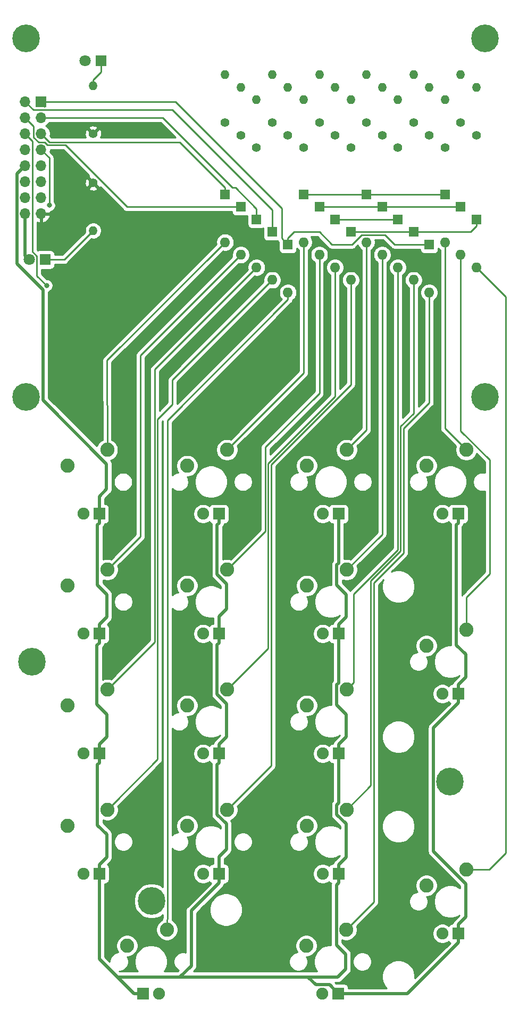
<source format=gtl>
G04 #@! TF.GenerationSoftware,KiCad,Pcbnew,(5.1.5)-3*
G04 #@! TF.CreationDate,2021-09-09T23:23:36-04:00*
G04 #@! TF.ProjectId,numpad_pcb,6e756d70-6164-45f7-9063-622e6b696361,rev?*
G04 #@! TF.SameCoordinates,Original*
G04 #@! TF.FileFunction,Copper,L1,Top*
G04 #@! TF.FilePolarity,Positive*
%FSLAX46Y46*%
G04 Gerber Fmt 4.6, Leading zero omitted, Abs format (unit mm)*
G04 Created by KiCad (PCBNEW (5.1.5)-3) date 2021-09-09 23:23:36*
%MOMM*%
%LPD*%
G04 APERTURE LIST*
%ADD10C,4.400000*%
%ADD11R,1.905000X1.905000*%
%ADD12C,1.905000*%
%ADD13C,2.250000*%
%ADD14O,1.600000X1.600000*%
%ADD15R,1.600000X1.600000*%
%ADD16O,1.400000X1.400000*%
%ADD17C,1.400000*%
%ADD18O,1.700000X1.700000*%
%ADD19R,1.700000X1.700000*%
%ADD20C,1.800000*%
%ADD21R,1.800000X1.800000*%
%ADD22C,0.800000*%
%ADD23C,0.250000*%
%ADD24C,0.500000*%
%ADD25C,0.254000*%
G04 APERTURE END LIST*
D10*
X140550000Y-86975000D03*
D11*
X98220000Y-105580000D03*
D12*
X95680000Y-105580000D03*
D13*
X93140000Y-97960000D03*
X99490000Y-95420000D03*
D14*
X131700000Y-70420000D03*
D15*
X131700000Y-62800000D03*
D14*
X126700000Y-66420000D03*
D15*
X126700000Y-58800000D03*
D14*
X124200000Y-64420000D03*
D15*
X124200000Y-56800000D03*
D14*
X134200000Y-62420000D03*
D15*
X134200000Y-54800000D03*
D14*
X109200000Y-70420000D03*
D15*
X109200000Y-62800000D03*
D14*
X129200000Y-68420000D03*
D15*
X129200000Y-60800000D03*
D14*
X104200000Y-66420000D03*
D15*
X104200000Y-58800000D03*
D14*
X114200000Y-64420000D03*
D15*
X114200000Y-56800000D03*
D14*
X99200000Y-62420000D03*
D15*
X99200000Y-54800000D03*
D14*
X106700000Y-68420000D03*
D15*
X106700000Y-60800000D03*
D14*
X139200000Y-66420000D03*
D15*
X139200000Y-58800000D03*
D14*
X121700000Y-62420000D03*
D15*
X121700000Y-54800000D03*
D14*
X101700000Y-64420000D03*
D15*
X101700000Y-56800000D03*
D14*
X111700000Y-62420000D03*
D15*
X111700000Y-54800000D03*
D14*
X136700000Y-64420000D03*
D15*
X136700000Y-56800000D03*
D14*
X116700000Y-66420000D03*
D15*
X116700000Y-58800000D03*
D14*
X119200000Y-68420000D03*
D15*
X119200000Y-60800000D03*
D16*
X78200000Y-37580000D03*
D17*
X78200000Y-45200000D03*
D10*
X67525000Y-30000000D03*
X68400000Y-129100000D03*
X87500000Y-167100000D03*
X135000000Y-148100000D03*
X67525000Y-86975000D03*
X140550000Y-30000000D03*
D16*
X131700000Y-37800000D03*
D17*
X131700000Y-45420000D03*
D16*
X109200000Y-37800000D03*
D17*
X109200000Y-45420000D03*
D16*
X139200000Y-37800000D03*
D17*
X139200000Y-45420000D03*
D16*
X129200000Y-35800000D03*
D17*
X129200000Y-43420000D03*
D16*
X119200000Y-39800000D03*
D17*
X119200000Y-47420000D03*
D16*
X106700000Y-35800000D03*
D17*
X106700000Y-43420000D03*
D16*
X126700000Y-39800000D03*
D17*
X126700000Y-47420000D03*
D16*
X116700000Y-37800000D03*
D17*
X116700000Y-45420000D03*
D16*
X99200000Y-35800000D03*
D17*
X99200000Y-43420000D03*
D16*
X104200000Y-39800000D03*
D17*
X104200000Y-47420000D03*
D16*
X136700000Y-35800000D03*
D17*
X136700000Y-43420000D03*
D16*
X124200000Y-37800000D03*
D17*
X124200000Y-45420000D03*
D16*
X114200000Y-35800000D03*
D17*
X114200000Y-43420000D03*
D16*
X101700000Y-37800000D03*
D17*
X101700000Y-45420000D03*
D16*
X134200000Y-39800000D03*
D17*
X134200000Y-47420000D03*
D16*
X121700000Y-35800000D03*
D17*
X121700000Y-43420000D03*
D16*
X111700000Y-39800000D03*
D17*
X111700000Y-47420000D03*
D16*
X78200000Y-60570000D03*
D17*
X78200000Y-52950000D03*
D11*
X117220000Y-181830000D03*
D12*
X114680000Y-181830000D03*
D13*
X112140000Y-174210000D03*
X118490000Y-171670000D03*
D11*
X86130000Y-181830000D03*
D12*
X88670000Y-181830000D03*
D13*
X83590000Y-174210000D03*
X89940000Y-171670000D03*
D12*
X133780000Y-172280000D03*
D11*
X136320000Y-172280000D03*
D13*
X131240000Y-164660000D03*
X137590000Y-162120000D03*
D11*
X117270000Y-162780000D03*
D12*
X114730000Y-162780000D03*
D13*
X112190000Y-155160000D03*
X118540000Y-152620000D03*
D11*
X98220000Y-162780000D03*
D12*
X95680000Y-162780000D03*
D13*
X93140000Y-155160000D03*
X99490000Y-152620000D03*
D11*
X79170000Y-162780000D03*
D12*
X76630000Y-162780000D03*
D13*
X74090000Y-155160000D03*
X80440000Y-152620000D03*
D11*
X117270000Y-143680000D03*
D12*
X114730000Y-143680000D03*
D13*
X112190000Y-136060000D03*
X118540000Y-133520000D03*
D11*
X98220000Y-143680000D03*
D12*
X95680000Y-143680000D03*
D13*
X93140000Y-136060000D03*
X99490000Y-133520000D03*
D11*
X79170000Y-143680000D03*
D12*
X76630000Y-143680000D03*
D13*
X74090000Y-136060000D03*
X80440000Y-133520000D03*
D12*
X133780000Y-134180000D03*
D11*
X136320000Y-134180000D03*
D13*
X131240000Y-126560000D03*
X137590000Y-124020000D03*
D11*
X117270000Y-124630000D03*
D12*
X114730000Y-124630000D03*
D13*
X112190000Y-117010000D03*
X118540000Y-114470000D03*
D11*
X98220000Y-124630000D03*
D12*
X95680000Y-124630000D03*
D13*
X93140000Y-117010000D03*
X99490000Y-114470000D03*
D11*
X79170000Y-124630000D03*
D12*
X76630000Y-124630000D03*
D13*
X74090000Y-117010000D03*
X80440000Y-114470000D03*
D11*
X136320000Y-105580000D03*
D12*
X133780000Y-105580000D03*
D13*
X131240000Y-97960000D03*
X137590000Y-95420000D03*
D11*
X117270000Y-105580000D03*
D12*
X114730000Y-105580000D03*
D13*
X112190000Y-97960000D03*
X118540000Y-95420000D03*
D11*
X79150000Y-105580000D03*
D12*
X76610000Y-105580000D03*
D13*
X74070000Y-97960000D03*
X80420000Y-95420000D03*
D18*
X67360000Y-57880000D03*
X69900000Y-57880000D03*
X67360000Y-55340000D03*
X69900000Y-55340000D03*
X67360000Y-52800000D03*
X69900000Y-52800000D03*
X67360000Y-50260000D03*
X69900000Y-50260000D03*
X67360000Y-47720000D03*
X69900000Y-47720000D03*
X67360000Y-45180000D03*
X69900000Y-45180000D03*
X67360000Y-42640000D03*
X69900000Y-42640000D03*
X67360000Y-40100000D03*
D19*
X69900000Y-40100000D03*
D20*
X68000000Y-65200000D03*
D21*
X70540000Y-65200000D03*
D20*
X76885000Y-33600000D03*
D21*
X79425000Y-33600000D03*
D22*
X71200000Y-56550000D03*
X70774990Y-69300000D03*
D23*
X79425000Y-34750000D02*
X79425000Y-33600000D01*
X79425000Y-35365051D02*
X79425000Y-34750000D01*
X78200000Y-36590051D02*
X79425000Y-35365051D01*
X78200000Y-37580000D02*
X78200000Y-36590051D01*
D24*
X67360000Y-64560000D02*
X68000000Y-65200000D01*
X67360000Y-57880000D02*
X67360000Y-64560000D01*
D23*
X73570000Y-65200000D02*
X70540000Y-65200000D01*
X78200000Y-60570000D02*
X73570000Y-65200000D01*
X111700000Y-83210000D02*
X99490000Y-95420000D01*
X111700000Y-62420000D02*
X111700000Y-83210000D01*
X111700000Y-54800000D02*
X121700000Y-54800000D01*
X121700000Y-54800000D02*
X134200000Y-54800000D01*
X70749999Y-46029999D02*
X69900000Y-45180000D01*
X71264999Y-46544999D02*
X70749999Y-46029999D01*
X99200000Y-53750000D02*
X91994999Y-46544999D01*
X91994999Y-46544999D02*
X71264999Y-46544999D01*
X99200000Y-54800000D02*
X99200000Y-53750000D01*
X121700000Y-92260000D02*
X118540000Y-95420000D01*
X121700000Y-62420000D02*
X121700000Y-92260000D01*
X134200000Y-92030000D02*
X137590000Y-95420000D01*
X134200000Y-62420000D02*
X134200000Y-92030000D01*
X98400001Y-63219999D02*
X98380001Y-63219999D01*
X99200000Y-62420000D02*
X98400001Y-63219999D01*
X98380001Y-63219999D02*
X80400000Y-81200000D01*
X80420000Y-81200000D02*
X80400000Y-81200000D01*
X80400000Y-81200000D02*
X80420000Y-95420000D01*
X101700000Y-64420000D02*
X85720000Y-80400000D01*
X85720000Y-109190000D02*
X80440000Y-114470000D01*
X85720000Y-80400000D02*
X85720000Y-109190000D01*
X114200000Y-56800000D02*
X124200000Y-56800000D01*
X124200000Y-56800000D02*
X136700000Y-56800000D01*
X68209999Y-43489999D02*
X67360000Y-42640000D01*
X68724999Y-45744001D02*
X68724999Y-44004999D01*
X69525997Y-46544999D02*
X68724999Y-45744001D01*
X70464001Y-46544999D02*
X69525997Y-46544999D01*
X70914011Y-46995009D02*
X70464001Y-46544999D01*
X68724999Y-44004999D02*
X68209999Y-43489999D01*
X83567002Y-56800000D02*
X73762011Y-46995009D01*
X73762011Y-46995009D02*
X70914011Y-46995009D01*
X101700000Y-56800000D02*
X83567002Y-56800000D01*
X114200000Y-64420000D02*
X114200000Y-86400000D01*
X114200000Y-86400000D02*
X105600000Y-95000000D01*
X105600000Y-108360000D02*
X99490000Y-114470000D01*
X105600000Y-95000000D02*
X105600000Y-108360000D01*
X124200000Y-108810000D02*
X118540000Y-114470000D01*
X124200000Y-64420000D02*
X124200000Y-108810000D01*
X137590000Y-118870478D02*
X137590000Y-122429010D01*
X137590000Y-122429010D02*
X137590000Y-124020000D01*
X141330001Y-115130477D02*
X137590000Y-118870478D01*
X141330001Y-97013999D02*
X141330001Y-115130477D01*
X136700000Y-92383998D02*
X141330001Y-97013999D01*
X136700000Y-64420000D02*
X136700000Y-92383998D01*
X104200000Y-66420000D02*
X88000000Y-82620000D01*
X88000000Y-125960000D02*
X80440000Y-133520000D01*
X88000000Y-82620000D02*
X88000000Y-125960000D01*
X70060000Y-42800000D02*
X69900000Y-42640000D01*
X116700000Y-58800000D02*
X126700000Y-58800000D01*
X89225002Y-42640000D02*
X100325001Y-53739999D01*
X100325001Y-53739999D02*
X100825001Y-53739999D01*
X104200000Y-57750000D02*
X104200000Y-58800000D01*
X69900000Y-42640000D02*
X89225002Y-42640000D01*
X100825001Y-53739999D02*
X104200000Y-57114998D01*
X104200000Y-57114998D02*
X104200000Y-57750000D01*
X116700000Y-66420000D02*
X116700000Y-86900000D01*
X100614999Y-132395001D02*
X99490000Y-133520000D01*
X106050010Y-126959990D02*
X100614999Y-132395001D01*
X106050010Y-97549990D02*
X106050010Y-126959990D01*
X116700000Y-86900000D02*
X106050010Y-97549990D01*
X126700000Y-66420000D02*
X126700000Y-111300000D01*
X119664999Y-132395001D02*
X118540000Y-133520000D01*
X119664999Y-118335001D02*
X119664999Y-132395001D01*
X126700000Y-111300000D02*
X119664999Y-118335001D01*
X81564999Y-151495001D02*
X80440000Y-152620000D01*
X106700000Y-68420000D02*
X90800000Y-84320000D01*
X90800000Y-84320000D02*
X90800000Y-88200000D01*
X88450010Y-90549990D02*
X88450010Y-144609990D01*
X88450010Y-144609990D02*
X81564999Y-151495001D01*
X90800000Y-88200000D02*
X88450010Y-90549990D01*
X119200000Y-60800000D02*
X129200000Y-60800000D01*
X139200000Y-59850000D02*
X139200000Y-58800000D01*
X138250000Y-60800000D02*
X139200000Y-59850000D01*
X129200000Y-60800000D02*
X138250000Y-60800000D01*
X68660000Y-41400000D02*
X67360000Y-40100000D01*
X90800000Y-41400000D02*
X68660000Y-41400000D01*
X106700000Y-60800000D02*
X106700000Y-57300000D01*
X106700000Y-57300000D02*
X90800000Y-41400000D01*
X119200000Y-68420000D02*
X119200000Y-85036410D01*
X100614999Y-151495001D02*
X99490000Y-152620000D01*
X106500020Y-145609980D02*
X100614999Y-151495001D01*
X106500020Y-97736390D02*
X106500020Y-145609980D01*
X119200000Y-85036410D02*
X106500020Y-97736390D01*
X122400000Y-148760000D02*
X118540000Y-152620000D01*
X129200000Y-89600000D02*
X127150010Y-91649990D01*
X122400000Y-116236410D02*
X122400000Y-148760000D01*
X129200000Y-68420000D02*
X129200000Y-89600000D01*
X127150010Y-91649990D02*
X127150009Y-111486401D01*
X127150009Y-111486401D02*
X122400000Y-116236410D01*
X143884001Y-71104001D02*
X139200000Y-66420000D01*
X137590000Y-162120000D02*
X141280000Y-162120000D01*
X143884001Y-159515999D02*
X143884001Y-71104001D01*
X141280000Y-162120000D02*
X143884001Y-159515999D01*
X109200000Y-71551370D02*
X90025001Y-90726369D01*
X109200000Y-70420000D02*
X109200000Y-71551370D01*
X90025001Y-169994009D02*
X90025001Y-90726369D01*
X89940000Y-170079010D02*
X90025001Y-169994009D01*
X89940000Y-171670000D02*
X89940000Y-170079010D01*
X69900000Y-40250000D02*
X69900000Y-40100000D01*
X70474991Y-40824991D02*
X69900000Y-40250000D01*
X120934992Y-61250010D02*
X119385002Y-62800000D01*
X124650010Y-61250010D02*
X120934992Y-61250010D01*
X131700000Y-62800000D02*
X126200000Y-62800000D01*
X126200000Y-62800000D02*
X124650010Y-61250010D01*
X109200000Y-61750000D02*
X109200000Y-62800000D01*
X119385002Y-62800000D02*
X116200000Y-62800000D01*
X69900000Y-40100000D02*
X91300000Y-40100000D01*
X109200000Y-61750000D02*
X110150000Y-60800000D01*
X110150000Y-60800000D02*
X114200000Y-60800000D01*
X114200000Y-60800000D02*
X116200000Y-62800000D01*
X109200000Y-62800000D02*
X108200000Y-61800000D01*
X108200000Y-57000000D02*
X107600000Y-56400000D01*
X108200000Y-61800000D02*
X108200000Y-57000000D01*
X91300000Y-40100000D02*
X107600000Y-56400000D01*
X131700000Y-70420000D02*
X131700000Y-87900019D01*
X127600019Y-111799981D02*
X122850010Y-116549990D01*
X131700000Y-87900019D02*
X127600019Y-92000000D01*
X127600019Y-92000000D02*
X127600019Y-111799981D01*
X122850010Y-167309990D02*
X118490000Y-171670000D01*
X122850010Y-116549990D02*
X122850010Y-167309990D01*
D24*
X67360000Y-50260000D02*
X66059999Y-51560001D01*
X84677500Y-181830000D02*
X86130000Y-181830000D01*
X82173750Y-179326250D02*
X84677500Y-181830000D01*
X79170000Y-123177500D02*
X79170000Y-124630000D01*
X80343901Y-122003599D02*
X79170000Y-123177500D01*
X80343901Y-118376927D02*
X80343901Y-122003599D01*
X78864999Y-116898025D02*
X80343901Y-118376927D01*
X78864999Y-107317501D02*
X78864999Y-116898025D01*
X79150000Y-107032500D02*
X78864999Y-107317501D01*
X79150000Y-105580000D02*
X79150000Y-107032500D01*
X80343901Y-141053599D02*
X79170000Y-142227500D01*
X79170000Y-142227500D02*
X79170000Y-143680000D01*
X78800000Y-135883026D02*
X80343901Y-137426927D01*
X78800000Y-126452500D02*
X78800000Y-135883026D01*
X80343901Y-137426927D02*
X80343901Y-141053599D01*
X79170000Y-126082500D02*
X78800000Y-126452500D01*
X79170000Y-124630000D02*
X79170000Y-126082500D01*
X80343901Y-156526927D02*
X80343901Y-160153599D01*
X78864999Y-155048025D02*
X80343901Y-156526927D01*
X78864999Y-145437501D02*
X78864999Y-155048025D01*
X79170000Y-161327500D02*
X79170000Y-162780000D01*
X79170000Y-145132500D02*
X78864999Y-145437501D01*
X80343901Y-160153599D02*
X79170000Y-161327500D01*
X79170000Y-143680000D02*
X79170000Y-145132500D01*
X98220000Y-145132500D02*
X98220000Y-143680000D01*
X97914999Y-145437501D02*
X98220000Y-145132500D01*
X97914999Y-153376001D02*
X97914999Y-145437501D01*
X99393901Y-154854903D02*
X97914999Y-153376001D01*
X99393901Y-158873073D02*
X99393901Y-154854903D01*
X98220000Y-160046974D02*
X99393901Y-158873073D01*
X98220000Y-162780000D02*
X98220000Y-160046974D01*
X98220000Y-126082500D02*
X98220000Y-124630000D01*
X97914999Y-126387501D02*
X98220000Y-126082500D01*
X99393901Y-135754903D02*
X97914999Y-134276001D01*
X99393901Y-141053599D02*
X99393901Y-135754903D01*
X98220000Y-142227500D02*
X99393901Y-141053599D01*
X97914999Y-134276001D02*
X97914999Y-126387501D01*
X98220000Y-143680000D02*
X98220000Y-142227500D01*
X98220000Y-107032500D02*
X98220000Y-105580000D01*
X97914999Y-107337501D02*
X98220000Y-107032500D01*
X97914999Y-115226001D02*
X97914999Y-107337501D01*
X99393901Y-116704903D02*
X97914999Y-115226001D01*
X99393901Y-120723073D02*
X99393901Y-116704903D01*
X98220000Y-121896974D02*
X99393901Y-120723073D01*
X98220000Y-124630000D02*
X98220000Y-121896974D01*
X117270000Y-123177500D02*
X117270000Y-124630000D01*
X118443901Y-122003599D02*
X117270000Y-123177500D01*
X116964999Y-116898025D02*
X118443901Y-118376927D01*
X116964999Y-113713999D02*
X116964999Y-116898025D01*
X118443901Y-118376927D02*
X118443901Y-122003599D01*
X117270000Y-113408998D02*
X116964999Y-113713999D01*
X117270000Y-105580000D02*
X117270000Y-113408998D01*
X117270000Y-142227500D02*
X117270000Y-143680000D01*
X118443901Y-141053599D02*
X117270000Y-142227500D01*
X118443901Y-137426927D02*
X118443901Y-141053599D01*
X116964999Y-135948025D02*
X118443901Y-137426927D01*
X116964999Y-132763999D02*
X116964999Y-135948025D01*
X117270000Y-132458998D02*
X116964999Y-132763999D01*
X117270000Y-124630000D02*
X117270000Y-132458998D01*
X117270000Y-161327500D02*
X117270000Y-162780000D01*
X118443901Y-160153599D02*
X117270000Y-161327500D01*
X118443901Y-154854903D02*
X118443901Y-160153599D01*
X116964999Y-153376001D02*
X118443901Y-154854903D01*
X116964999Y-151863999D02*
X116964999Y-153376001D01*
X117270000Y-151558998D02*
X116964999Y-151863999D01*
X117270000Y-143680000D02*
X117270000Y-151558998D01*
X116914999Y-164587501D02*
X116914999Y-174098025D01*
X117270000Y-164232500D02*
X116914999Y-164587501D01*
X116914999Y-174098025D02*
X118393901Y-175576927D01*
X117270000Y-162780000D02*
X117270000Y-164232500D01*
X136320000Y-173732500D02*
X136320000Y-172280000D01*
X128222500Y-181830000D02*
X136320000Y-173732500D01*
X117220000Y-181830000D02*
X128222500Y-181830000D01*
X136320000Y-135632500D02*
X136320000Y-134180000D01*
X132349999Y-139602501D02*
X136320000Y-135632500D01*
X132349999Y-159211001D02*
X132349999Y-139602501D01*
X137493901Y-164354903D02*
X132349999Y-159211001D01*
X137493901Y-169653599D02*
X137493901Y-164354903D01*
X136320000Y-170827500D02*
X137493901Y-169653599D01*
X136320000Y-172280000D02*
X136320000Y-170827500D01*
X93805001Y-177394999D02*
X92000000Y-179200000D01*
X93805001Y-168647499D02*
X93805001Y-177394999D01*
X98220000Y-164232500D02*
X93805001Y-168647499D01*
X98220000Y-162780000D02*
X98220000Y-164232500D01*
X118393901Y-177923073D02*
X118393901Y-175576927D01*
X82039991Y-179193901D02*
X91993901Y-179193901D01*
X81723045Y-178876955D02*
X82173750Y-179326250D01*
X91993901Y-179193901D02*
X92000000Y-179200000D01*
X81723045Y-178876955D02*
X82039991Y-179193901D01*
X118393901Y-177923073D02*
X117123073Y-179193901D01*
X113627499Y-180427499D02*
X112400000Y-179200000D01*
X117123073Y-179193901D02*
X112400000Y-179200000D01*
X115817499Y-180427499D02*
X113627499Y-180427499D01*
X117220000Y-181830000D02*
X115817499Y-180427499D01*
X112400000Y-179200000D02*
X91993901Y-179193901D01*
X136320000Y-107032500D02*
X136320000Y-105580000D01*
X136014999Y-107337501D02*
X136320000Y-107032500D01*
X136014999Y-126448025D02*
X136014999Y-107337501D01*
X137493901Y-127926927D02*
X136014999Y-126448025D01*
X137493901Y-131553599D02*
X137493901Y-127926927D01*
X136320000Y-132727500D02*
X137493901Y-131553599D01*
X136320000Y-134180000D02*
X136320000Y-132727500D01*
X70175001Y-69958013D02*
X66059999Y-65843011D01*
X70175001Y-87506003D02*
X70175001Y-69958013D01*
X80323901Y-101673073D02*
X80323901Y-97654903D01*
X80323901Y-97654903D02*
X70175001Y-87506003D01*
X79150000Y-102846974D02*
X80323901Y-101673073D01*
X66059999Y-65843011D02*
X66059999Y-51560001D01*
X79150000Y-105580000D02*
X79150000Y-102846974D01*
X79170000Y-176323910D02*
X81723045Y-178876955D01*
X79170000Y-162780000D02*
X79170000Y-176323910D01*
D23*
X74090000Y-97980000D02*
X74070000Y-97960000D01*
X69900000Y-50260000D02*
X69910000Y-50260000D01*
X112190000Y-174160000D02*
X112140000Y-174210000D01*
X71200000Y-49020000D02*
X69900000Y-47720000D01*
X71200000Y-56550000D02*
X71200000Y-49020000D01*
X69225001Y-64611999D02*
X69225001Y-67325001D01*
X67360000Y-45180000D02*
X68535001Y-46355001D01*
X68535001Y-63921999D02*
X69225001Y-64611999D01*
X68535001Y-46355001D02*
X68535001Y-63921999D01*
X69225001Y-67325001D02*
X69225001Y-67750011D01*
X69225001Y-67750011D02*
X70774990Y-69300000D01*
D25*
G36*
X77511585Y-51819385D02*
G01*
X77458336Y-52028731D01*
X78200000Y-52770395D01*
X78214143Y-52756253D01*
X78393748Y-52935858D01*
X78379605Y-52950000D01*
X79121269Y-53691664D01*
X79330615Y-53638415D01*
X83003203Y-57311003D01*
X83027001Y-57340001D01*
X83142726Y-57434974D01*
X83274755Y-57505546D01*
X83418016Y-57549003D01*
X83529669Y-57560000D01*
X83529678Y-57560000D01*
X83567001Y-57563676D01*
X83604324Y-57560000D01*
X100261928Y-57560000D01*
X100261928Y-57600000D01*
X100274188Y-57724482D01*
X100310498Y-57844180D01*
X100369463Y-57954494D01*
X100448815Y-58051185D01*
X100545506Y-58130537D01*
X100655820Y-58189502D01*
X100775518Y-58225812D01*
X100900000Y-58238072D01*
X102500000Y-58238072D01*
X102624482Y-58225812D01*
X102744180Y-58189502D01*
X102761928Y-58180015D01*
X102761928Y-59600000D01*
X102774188Y-59724482D01*
X102810498Y-59844180D01*
X102869463Y-59954494D01*
X102948815Y-60051185D01*
X103045506Y-60130537D01*
X103155820Y-60189502D01*
X103275518Y-60225812D01*
X103400000Y-60238072D01*
X105000000Y-60238072D01*
X105124482Y-60225812D01*
X105244180Y-60189502D01*
X105261928Y-60180015D01*
X105261928Y-61600000D01*
X105274188Y-61724482D01*
X105310498Y-61844180D01*
X105369463Y-61954494D01*
X105448815Y-62051185D01*
X105545506Y-62130537D01*
X105655820Y-62189502D01*
X105775518Y-62225812D01*
X105900000Y-62238072D01*
X107500000Y-62238072D01*
X107570639Y-62231115D01*
X107603383Y-62271014D01*
X107659999Y-62340001D01*
X107689002Y-62363804D01*
X107761928Y-62436729D01*
X107761928Y-63600000D01*
X107774188Y-63724482D01*
X107810498Y-63844180D01*
X107869463Y-63954494D01*
X107948815Y-64051185D01*
X108045506Y-64130537D01*
X108155820Y-64189502D01*
X108275518Y-64225812D01*
X108400000Y-64238072D01*
X110000000Y-64238072D01*
X110124482Y-64225812D01*
X110244180Y-64189502D01*
X110354494Y-64130537D01*
X110451185Y-64051185D01*
X110530537Y-63954494D01*
X110589502Y-63844180D01*
X110625812Y-63724482D01*
X110638072Y-63600000D01*
X110638072Y-63387468D01*
X110785241Y-63534637D01*
X110940000Y-63638043D01*
X110940001Y-82895197D01*
X100077046Y-93758152D01*
X100003373Y-93727636D01*
X99663345Y-93660000D01*
X99316655Y-93660000D01*
X98976627Y-93727636D01*
X98656327Y-93860308D01*
X98368065Y-94052919D01*
X98122919Y-94298065D01*
X97930308Y-94586327D01*
X97797636Y-94906627D01*
X97730000Y-95246655D01*
X97730000Y-95593345D01*
X97797636Y-95933373D01*
X97930308Y-96253673D01*
X98122919Y-96541935D01*
X98368065Y-96787081D01*
X98656327Y-96979692D01*
X98976627Y-97112364D01*
X99316655Y-97180000D01*
X99663345Y-97180000D01*
X100003373Y-97112364D01*
X100323673Y-96979692D01*
X100611935Y-96787081D01*
X100857081Y-96541935D01*
X101049692Y-96253673D01*
X101182364Y-95933373D01*
X101250000Y-95593345D01*
X101250000Y-95246655D01*
X101182364Y-94906627D01*
X101151848Y-94832954D01*
X112211003Y-83773799D01*
X112240001Y-83750001D01*
X112334974Y-83634276D01*
X112405546Y-83502247D01*
X112449003Y-83358986D01*
X112460000Y-83247333D01*
X112463677Y-83210000D01*
X112460000Y-83172667D01*
X112460000Y-63638043D01*
X112614759Y-63534637D01*
X112814637Y-63334759D01*
X112971680Y-63099727D01*
X113079853Y-62838574D01*
X113135000Y-62561335D01*
X113135000Y-62278665D01*
X113079853Y-62001426D01*
X112971680Y-61740273D01*
X112851226Y-61560000D01*
X113885199Y-61560000D01*
X115636201Y-63311003D01*
X115659999Y-63340001D01*
X115688997Y-63363799D01*
X115775723Y-63434974D01*
X115893117Y-63497723D01*
X115907753Y-63505546D01*
X116051014Y-63549003D01*
X116162667Y-63560000D01*
X116162676Y-63560000D01*
X116199999Y-63563676D01*
X116237322Y-63560000D01*
X119347680Y-63560000D01*
X119385002Y-63563676D01*
X119422324Y-63560000D01*
X119422335Y-63560000D01*
X119533988Y-63549003D01*
X119677249Y-63505546D01*
X119809278Y-63434974D01*
X119925003Y-63340001D01*
X119948806Y-63310997D01*
X120349753Y-62910050D01*
X120428320Y-63099727D01*
X120585363Y-63334759D01*
X120785241Y-63534637D01*
X120940000Y-63638043D01*
X120940001Y-91945197D01*
X119127046Y-93758152D01*
X119053373Y-93727636D01*
X118713345Y-93660000D01*
X118366655Y-93660000D01*
X118026627Y-93727636D01*
X117706327Y-93860308D01*
X117418065Y-94052919D01*
X117172919Y-94298065D01*
X116980308Y-94586327D01*
X116847636Y-94906627D01*
X116780000Y-95246655D01*
X116780000Y-95593345D01*
X116847636Y-95933373D01*
X116980308Y-96253673D01*
X117172919Y-96541935D01*
X117418065Y-96787081D01*
X117706327Y-96979692D01*
X118026627Y-97112364D01*
X118366655Y-97180000D01*
X118713345Y-97180000D01*
X119053373Y-97112364D01*
X119373673Y-96979692D01*
X119661935Y-96787081D01*
X119907081Y-96541935D01*
X120099692Y-96253673D01*
X120232364Y-95933373D01*
X120300000Y-95593345D01*
X120300000Y-95246655D01*
X120232364Y-94906627D01*
X120201848Y-94832954D01*
X122211003Y-92823799D01*
X122240001Y-92800001D01*
X122334974Y-92684276D01*
X122405546Y-92552247D01*
X122449003Y-92408986D01*
X122460000Y-92297333D01*
X122460000Y-92297323D01*
X122463676Y-92260000D01*
X122460000Y-92222677D01*
X122460000Y-63638043D01*
X122614759Y-63534637D01*
X122814637Y-63334759D01*
X122971680Y-63099727D01*
X123079853Y-62838574D01*
X123135000Y-62561335D01*
X123135000Y-62278665D01*
X123081560Y-62010010D01*
X124335209Y-62010010D01*
X125636201Y-63311003D01*
X125659999Y-63340001D01*
X125688997Y-63363799D01*
X125775723Y-63434974D01*
X125893117Y-63497723D01*
X125907753Y-63505546D01*
X126051014Y-63549003D01*
X126162667Y-63560000D01*
X126162677Y-63560000D01*
X126200000Y-63563676D01*
X126237323Y-63560000D01*
X130261928Y-63560000D01*
X130261928Y-63600000D01*
X130274188Y-63724482D01*
X130310498Y-63844180D01*
X130369463Y-63954494D01*
X130448815Y-64051185D01*
X130545506Y-64130537D01*
X130655820Y-64189502D01*
X130775518Y-64225812D01*
X130900000Y-64238072D01*
X132500000Y-64238072D01*
X132624482Y-64225812D01*
X132744180Y-64189502D01*
X132854494Y-64130537D01*
X132951185Y-64051185D01*
X133030537Y-63954494D01*
X133089502Y-63844180D01*
X133125812Y-63724482D01*
X133138072Y-63600000D01*
X133138072Y-63387468D01*
X133285241Y-63534637D01*
X133440000Y-63638043D01*
X133440001Y-91992667D01*
X133436324Y-92030000D01*
X133450998Y-92178985D01*
X133494454Y-92322246D01*
X133565026Y-92454276D01*
X133636201Y-92541002D01*
X133660000Y-92570001D01*
X133688998Y-92593799D01*
X135928152Y-94832954D01*
X135897636Y-94906627D01*
X135830000Y-95246655D01*
X135830000Y-95593345D01*
X135897636Y-95933373D01*
X136030308Y-96253673D01*
X136222919Y-96541935D01*
X136468065Y-96787081D01*
X136756327Y-96979692D01*
X137076627Y-97112364D01*
X137416655Y-97180000D01*
X137763345Y-97180000D01*
X138103373Y-97112364D01*
X138423673Y-96979692D01*
X138711935Y-96787081D01*
X138957081Y-96541935D01*
X139149692Y-96253673D01*
X139250793Y-96009593D01*
X140570001Y-97328801D01*
X140570001Y-99047940D01*
X140278722Y-98990000D01*
X139981278Y-98990000D01*
X139689549Y-99048029D01*
X139414747Y-99161856D01*
X139167431Y-99327107D01*
X138957107Y-99537431D01*
X138791856Y-99784747D01*
X138678029Y-100059549D01*
X138620000Y-100351278D01*
X138620000Y-100648722D01*
X138678029Y-100940451D01*
X138791856Y-101215253D01*
X138957107Y-101462569D01*
X139167431Y-101672893D01*
X139414747Y-101838144D01*
X139689549Y-101951971D01*
X139981278Y-102010000D01*
X140278722Y-102010000D01*
X140570001Y-101952060D01*
X140570002Y-114815674D01*
X137079003Y-118306674D01*
X137049999Y-118330477D01*
X137011731Y-118377107D01*
X136955026Y-118446202D01*
X136934830Y-118483986D01*
X136899999Y-118549150D01*
X136899999Y-107704079D01*
X136915045Y-107689033D01*
X136948817Y-107661317D01*
X137059411Y-107526559D01*
X137141589Y-107372813D01*
X137192195Y-107205990D01*
X137195683Y-107170572D01*
X137272500Y-107170572D01*
X137396982Y-107158312D01*
X137516680Y-107122002D01*
X137626994Y-107063037D01*
X137723685Y-106983685D01*
X137803037Y-106886994D01*
X137862002Y-106776680D01*
X137898312Y-106656982D01*
X137910572Y-106532500D01*
X137910572Y-104627500D01*
X137898312Y-104503018D01*
X137862002Y-104383320D01*
X137803037Y-104273006D01*
X137723685Y-104176315D01*
X137626994Y-104096963D01*
X137516680Y-104037998D01*
X137396982Y-104001688D01*
X137272500Y-103989428D01*
X135367500Y-103989428D01*
X135243018Y-104001688D01*
X135123320Y-104037998D01*
X135013006Y-104096963D01*
X134916315Y-104176315D01*
X134836963Y-104273006D01*
X134795549Y-104350485D01*
X134791972Y-104346908D01*
X134531963Y-104173176D01*
X134243057Y-104053507D01*
X133936355Y-103992500D01*
X133623645Y-103992500D01*
X133316943Y-104053507D01*
X133028037Y-104173176D01*
X132768028Y-104346908D01*
X132546908Y-104568028D01*
X132373176Y-104828037D01*
X132253507Y-105116943D01*
X132192500Y-105423645D01*
X132192500Y-105736355D01*
X132253507Y-106043057D01*
X132373176Y-106331963D01*
X132546908Y-106591972D01*
X132768028Y-106813092D01*
X133028037Y-106986824D01*
X133316943Y-107106493D01*
X133623645Y-107167500D01*
X133936355Y-107167500D01*
X134243057Y-107106493D01*
X134531963Y-106986824D01*
X134791972Y-106813092D01*
X134795549Y-106809515D01*
X134836963Y-106886994D01*
X134916315Y-106983685D01*
X135013006Y-107063037D01*
X135123320Y-107122002D01*
X135152832Y-107130954D01*
X135142804Y-107164011D01*
X135125718Y-107337501D01*
X135130000Y-107380980D01*
X135129999Y-126404556D01*
X135125718Y-126448025D01*
X135127991Y-126471100D01*
X134791076Y-126471100D01*
X134283178Y-126572127D01*
X133804749Y-126770299D01*
X133374174Y-127058000D01*
X133008000Y-127424174D01*
X132720299Y-127854749D01*
X132522127Y-128333178D01*
X132421100Y-128841076D01*
X132421100Y-129358924D01*
X132522127Y-129866822D01*
X132720299Y-130345251D01*
X133008000Y-130775826D01*
X133374174Y-131142000D01*
X133804749Y-131429701D01*
X134283178Y-131627873D01*
X134791076Y-131728900D01*
X135308924Y-131728900D01*
X135816822Y-131627873D01*
X136295251Y-131429701D01*
X136509129Y-131286792D01*
X135724951Y-132070971D01*
X135691184Y-132098683D01*
X135663471Y-132132451D01*
X135663468Y-132132454D01*
X135580590Y-132233441D01*
X135498412Y-132387187D01*
X135447805Y-132554010D01*
X135444317Y-132589428D01*
X135367500Y-132589428D01*
X135243018Y-132601688D01*
X135123320Y-132637998D01*
X135013006Y-132696963D01*
X134916315Y-132776315D01*
X134836963Y-132873006D01*
X134795549Y-132950485D01*
X134791972Y-132946908D01*
X134531963Y-132773176D01*
X134243057Y-132653507D01*
X133936355Y-132592500D01*
X133623645Y-132592500D01*
X133316943Y-132653507D01*
X133028037Y-132773176D01*
X132768028Y-132946908D01*
X132546908Y-133168028D01*
X132373176Y-133428037D01*
X132253507Y-133716943D01*
X132192500Y-134023645D01*
X132192500Y-134336355D01*
X132253507Y-134643057D01*
X132373176Y-134931963D01*
X132546908Y-135191972D01*
X132768028Y-135413092D01*
X133028037Y-135586824D01*
X133316943Y-135706493D01*
X133623645Y-135767500D01*
X133936355Y-135767500D01*
X134243057Y-135706493D01*
X134531963Y-135586824D01*
X134791972Y-135413092D01*
X134795549Y-135409515D01*
X134836963Y-135486994D01*
X134916315Y-135583685D01*
X135013006Y-135663037D01*
X135029218Y-135671703D01*
X131754950Y-138945971D01*
X131721183Y-138973684D01*
X131693470Y-139007452D01*
X131693467Y-139007455D01*
X131610589Y-139108442D01*
X131528411Y-139262188D01*
X131477804Y-139429011D01*
X131460718Y-139602501D01*
X131465000Y-139645980D01*
X131464999Y-159167532D01*
X131460718Y-159211001D01*
X131464999Y-159254470D01*
X131464999Y-159254477D01*
X131477804Y-159384490D01*
X131528410Y-159551313D01*
X131610588Y-159705059D01*
X131721182Y-159839818D01*
X131754955Y-159867535D01*
X136608902Y-164721483D01*
X136608902Y-165079874D01*
X136295251Y-164870299D01*
X135816822Y-164672127D01*
X135308924Y-164571100D01*
X134791076Y-164571100D01*
X134283178Y-164672127D01*
X133804749Y-164870299D01*
X133374174Y-165158000D01*
X133008000Y-165524174D01*
X132720299Y-165954749D01*
X132522127Y-166433178D01*
X132421100Y-166941076D01*
X132421100Y-167458924D01*
X132522127Y-167966822D01*
X132720299Y-168445251D01*
X133008000Y-168875826D01*
X133374174Y-169242000D01*
X133804749Y-169529701D01*
X134283178Y-169727873D01*
X134791076Y-169828900D01*
X135308924Y-169828900D01*
X135816822Y-169727873D01*
X136295251Y-169529701D01*
X136509129Y-169386792D01*
X135724951Y-170170971D01*
X135691184Y-170198683D01*
X135663471Y-170232451D01*
X135663468Y-170232454D01*
X135580590Y-170333441D01*
X135498412Y-170487187D01*
X135447805Y-170654010D01*
X135444317Y-170689428D01*
X135367500Y-170689428D01*
X135243018Y-170701688D01*
X135123320Y-170737998D01*
X135013006Y-170796963D01*
X134916315Y-170876315D01*
X134836963Y-170973006D01*
X134795549Y-171050485D01*
X134791972Y-171046908D01*
X134531963Y-170873176D01*
X134243057Y-170753507D01*
X133936355Y-170692500D01*
X133623645Y-170692500D01*
X133316943Y-170753507D01*
X133028037Y-170873176D01*
X132768028Y-171046908D01*
X132546908Y-171268028D01*
X132373176Y-171528037D01*
X132253507Y-171816943D01*
X132192500Y-172123645D01*
X132192500Y-172436355D01*
X132253507Y-172743057D01*
X132373176Y-173031963D01*
X132546908Y-173291972D01*
X132768028Y-173513092D01*
X133028037Y-173686824D01*
X133316943Y-173806493D01*
X133623645Y-173867500D01*
X133936355Y-173867500D01*
X134243057Y-173806493D01*
X134531963Y-173686824D01*
X134791972Y-173513092D01*
X134795549Y-173509515D01*
X134836963Y-173586994D01*
X134916315Y-173683685D01*
X135013006Y-173763037D01*
X135029218Y-173771703D01*
X129423900Y-179377022D01*
X129423900Y-178879076D01*
X129322873Y-178371178D01*
X129124701Y-177892749D01*
X128837000Y-177462174D01*
X128470826Y-177096000D01*
X128040251Y-176808299D01*
X127561822Y-176610127D01*
X127053924Y-176509100D01*
X126536076Y-176509100D01*
X126028178Y-176610127D01*
X125549749Y-176808299D01*
X125119174Y-177096000D01*
X124753000Y-177462174D01*
X124465299Y-177892749D01*
X124267127Y-178371178D01*
X124166100Y-178879076D01*
X124166100Y-179396924D01*
X124267127Y-179904822D01*
X124465299Y-180383251D01*
X124753000Y-180813826D01*
X124884174Y-180945000D01*
X118810572Y-180945000D01*
X118810572Y-180877500D01*
X118798312Y-180753018D01*
X118762002Y-180633320D01*
X118703037Y-180523006D01*
X118623685Y-180426315D01*
X118526994Y-180346963D01*
X118416680Y-180287998D01*
X118296982Y-180251688D01*
X118172500Y-180239428D01*
X116881006Y-180239428D01*
X116720999Y-180079421D01*
X117080173Y-180078957D01*
X117123073Y-180083182D01*
X117167113Y-180078845D01*
X117167692Y-180078844D01*
X117210621Y-180074560D01*
X117296563Y-180066096D01*
X117297116Y-180065928D01*
X117297689Y-180065871D01*
X117380407Y-180040661D01*
X117463386Y-180015489D01*
X117463895Y-180015217D01*
X117464446Y-180015049D01*
X117540811Y-179974105D01*
X117617132Y-179933311D01*
X117617577Y-179932946D01*
X117618086Y-179932673D01*
X117684859Y-179877729D01*
X117718119Y-179850433D01*
X117718527Y-179850025D01*
X117752701Y-179821905D01*
X117780007Y-179788545D01*
X118988951Y-178579602D01*
X119022718Y-178551890D01*
X119058539Y-178508243D01*
X119133311Y-178417133D01*
X119133312Y-178417132D01*
X119215490Y-178263386D01*
X119266096Y-178096563D01*
X119278901Y-177966550D01*
X119278901Y-177966540D01*
X119283182Y-177923074D01*
X119278901Y-177879608D01*
X119278901Y-176601278D01*
X119520000Y-176601278D01*
X119520000Y-176898722D01*
X119578029Y-177190451D01*
X119691856Y-177465253D01*
X119857107Y-177712569D01*
X120067431Y-177922893D01*
X120314747Y-178088144D01*
X120589549Y-178201971D01*
X120881278Y-178260000D01*
X121178722Y-178260000D01*
X121470451Y-178201971D01*
X121745253Y-178088144D01*
X121992569Y-177922893D01*
X122202893Y-177712569D01*
X122368144Y-177465253D01*
X122481971Y-177190451D01*
X122540000Y-176898722D01*
X122540000Y-176601278D01*
X122481971Y-176309549D01*
X122368144Y-176034747D01*
X122202893Y-175787431D01*
X121992569Y-175577107D01*
X121745253Y-175411856D01*
X121470451Y-175298029D01*
X121178722Y-175240000D01*
X120881278Y-175240000D01*
X120589549Y-175298029D01*
X120314747Y-175411856D01*
X120067431Y-175577107D01*
X119857107Y-175787431D01*
X119691856Y-176034747D01*
X119578029Y-176309549D01*
X119520000Y-176601278D01*
X119278901Y-176601278D01*
X119278901Y-175620392D01*
X119283182Y-175576926D01*
X119278901Y-175533460D01*
X119278901Y-175533450D01*
X119266096Y-175403437D01*
X119215490Y-175236614D01*
X119133312Y-175082868D01*
X119101145Y-175043673D01*
X119050433Y-174981880D01*
X119050431Y-174981878D01*
X119022718Y-174948110D01*
X118988950Y-174920397D01*
X117799999Y-173731447D01*
X117799999Y-173289203D01*
X117976627Y-173362364D01*
X118316655Y-173430000D01*
X118663345Y-173430000D01*
X119003373Y-173362364D01*
X119323673Y-173229692D01*
X119611935Y-173037081D01*
X119857081Y-172791935D01*
X120049692Y-172503673D01*
X120182364Y-172183373D01*
X120250000Y-171843345D01*
X120250000Y-171496655D01*
X120182364Y-171156627D01*
X120151848Y-171082954D01*
X123361013Y-167873789D01*
X123390011Y-167849991D01*
X123484984Y-167734266D01*
X123555556Y-167602237D01*
X123599013Y-167458976D01*
X123610010Y-167347323D01*
X123610010Y-167347314D01*
X123613686Y-167309991D01*
X123610010Y-167272668D01*
X123610010Y-167051278D01*
X128460000Y-167051278D01*
X128460000Y-167348722D01*
X128518029Y-167640451D01*
X128631856Y-167915253D01*
X128797107Y-168162569D01*
X129007431Y-168372893D01*
X129254747Y-168538144D01*
X129529549Y-168651971D01*
X129821278Y-168710000D01*
X130118722Y-168710000D01*
X130410451Y-168651971D01*
X130685253Y-168538144D01*
X130932569Y-168372893D01*
X131142893Y-168162569D01*
X131308144Y-167915253D01*
X131421971Y-167640451D01*
X131480000Y-167348722D01*
X131480000Y-167051278D01*
X131421971Y-166759549D01*
X131308144Y-166484747D01*
X131264882Y-166420000D01*
X131413345Y-166420000D01*
X131753373Y-166352364D01*
X132073673Y-166219692D01*
X132361935Y-166027081D01*
X132607081Y-165781935D01*
X132799692Y-165493673D01*
X132932364Y-165173373D01*
X133000000Y-164833345D01*
X133000000Y-164486655D01*
X132932364Y-164146627D01*
X132799692Y-163826327D01*
X132607081Y-163538065D01*
X132361935Y-163292919D01*
X132073673Y-163100308D01*
X131753373Y-162967636D01*
X131413345Y-162900000D01*
X131066655Y-162900000D01*
X130726627Y-162967636D01*
X130406327Y-163100308D01*
X130118065Y-163292919D01*
X129872919Y-163538065D01*
X129680308Y-163826327D01*
X129547636Y-164146627D01*
X129480000Y-164486655D01*
X129480000Y-164833345D01*
X129547636Y-165173373D01*
X129680308Y-165493673D01*
X129812638Y-165691719D01*
X129529549Y-165748029D01*
X129254747Y-165861856D01*
X129007431Y-166027107D01*
X128797107Y-166237431D01*
X128631856Y-166484747D01*
X128518029Y-166759549D01*
X128460000Y-167051278D01*
X123610010Y-167051278D01*
X123610010Y-155003076D01*
X124166100Y-155003076D01*
X124166100Y-155520924D01*
X124267127Y-156028822D01*
X124465299Y-156507251D01*
X124753000Y-156937826D01*
X125119174Y-157304000D01*
X125549749Y-157591701D01*
X126028178Y-157789873D01*
X126536076Y-157890900D01*
X127053924Y-157890900D01*
X127561822Y-157789873D01*
X128040251Y-157591701D01*
X128470826Y-157304000D01*
X128837000Y-156937826D01*
X129124701Y-156507251D01*
X129322873Y-156028822D01*
X129423900Y-155520924D01*
X129423900Y-155003076D01*
X129322873Y-154495178D01*
X129124701Y-154016749D01*
X128837000Y-153586174D01*
X128470826Y-153220000D01*
X128040251Y-152932299D01*
X127561822Y-152734127D01*
X127053924Y-152633100D01*
X126536076Y-152633100D01*
X126028178Y-152734127D01*
X125549749Y-152932299D01*
X125119174Y-153220000D01*
X124753000Y-153586174D01*
X124465299Y-154016749D01*
X124267127Y-154495178D01*
X124166100Y-155003076D01*
X123610010Y-155003076D01*
X123610010Y-140779076D01*
X124166100Y-140779076D01*
X124166100Y-141296924D01*
X124267127Y-141804822D01*
X124465299Y-142283251D01*
X124753000Y-142713826D01*
X125119174Y-143080000D01*
X125549749Y-143367701D01*
X126028178Y-143565873D01*
X126536076Y-143666900D01*
X127053924Y-143666900D01*
X127561822Y-143565873D01*
X128040251Y-143367701D01*
X128470826Y-143080000D01*
X128837000Y-142713826D01*
X129124701Y-142283251D01*
X129322873Y-141804822D01*
X129423900Y-141296924D01*
X129423900Y-140779076D01*
X129322873Y-140271178D01*
X129124701Y-139792749D01*
X128837000Y-139362174D01*
X128470826Y-138996000D01*
X128040251Y-138708299D01*
X127561822Y-138510127D01*
X127053924Y-138409100D01*
X126536076Y-138409100D01*
X126028178Y-138510127D01*
X125549749Y-138708299D01*
X125119174Y-138996000D01*
X124753000Y-139362174D01*
X124465299Y-139792749D01*
X124267127Y-140271178D01*
X124166100Y-140779076D01*
X123610010Y-140779076D01*
X123610010Y-128951278D01*
X128460000Y-128951278D01*
X128460000Y-129248722D01*
X128518029Y-129540451D01*
X128631856Y-129815253D01*
X128797107Y-130062569D01*
X129007431Y-130272893D01*
X129254747Y-130438144D01*
X129529549Y-130551971D01*
X129821278Y-130610000D01*
X130118722Y-130610000D01*
X130410451Y-130551971D01*
X130685253Y-130438144D01*
X130932569Y-130272893D01*
X131142893Y-130062569D01*
X131308144Y-129815253D01*
X131421971Y-129540451D01*
X131480000Y-129248722D01*
X131480000Y-128951278D01*
X131421971Y-128659549D01*
X131308144Y-128384747D01*
X131264882Y-128320000D01*
X131413345Y-128320000D01*
X131753373Y-128252364D01*
X132073673Y-128119692D01*
X132361935Y-127927081D01*
X132607081Y-127681935D01*
X132799692Y-127393673D01*
X132932364Y-127073373D01*
X133000000Y-126733345D01*
X133000000Y-126386655D01*
X132932364Y-126046627D01*
X132799692Y-125726327D01*
X132607081Y-125438065D01*
X132361935Y-125192919D01*
X132073673Y-125000308D01*
X131753373Y-124867636D01*
X131413345Y-124800000D01*
X131066655Y-124800000D01*
X130726627Y-124867636D01*
X130406327Y-125000308D01*
X130118065Y-125192919D01*
X129872919Y-125438065D01*
X129680308Y-125726327D01*
X129547636Y-126046627D01*
X129480000Y-126386655D01*
X129480000Y-126733345D01*
X129547636Y-127073373D01*
X129680308Y-127393673D01*
X129812638Y-127591719D01*
X129529549Y-127648029D01*
X129254747Y-127761856D01*
X129007431Y-127927107D01*
X128797107Y-128137431D01*
X128631856Y-128384747D01*
X128518029Y-128659549D01*
X128460000Y-128951278D01*
X123610010Y-128951278D01*
X123610010Y-116864791D01*
X124399712Y-116075089D01*
X124267127Y-116395178D01*
X124166100Y-116903076D01*
X124166100Y-117420924D01*
X124267127Y-117928822D01*
X124465299Y-118407251D01*
X124753000Y-118837826D01*
X125119174Y-119204000D01*
X125549749Y-119491701D01*
X126028178Y-119689873D01*
X126536076Y-119790900D01*
X127053924Y-119790900D01*
X127561822Y-119689873D01*
X128040251Y-119491701D01*
X128470826Y-119204000D01*
X128837000Y-118837826D01*
X129124701Y-118407251D01*
X129322873Y-117928822D01*
X129423900Y-117420924D01*
X129423900Y-116903076D01*
X129322873Y-116395178D01*
X129124701Y-115916749D01*
X128837000Y-115486174D01*
X128470826Y-115120000D01*
X128040251Y-114832299D01*
X127561822Y-114634127D01*
X127053924Y-114533100D01*
X126536076Y-114533100D01*
X126028178Y-114634127D01*
X125708089Y-114766712D01*
X128111022Y-112363780D01*
X128140020Y-112339982D01*
X128166351Y-112307898D01*
X128234993Y-112224258D01*
X128305565Y-112092228D01*
X128318677Y-112049003D01*
X128349022Y-111948967D01*
X128360019Y-111837314D01*
X128360019Y-111837305D01*
X128363695Y-111799982D01*
X128360019Y-111762659D01*
X128360019Y-100351278D01*
X128460000Y-100351278D01*
X128460000Y-100648722D01*
X128518029Y-100940451D01*
X128631856Y-101215253D01*
X128797107Y-101462569D01*
X129007431Y-101672893D01*
X129254747Y-101838144D01*
X129529549Y-101951971D01*
X129821278Y-102010000D01*
X130118722Y-102010000D01*
X130410451Y-101951971D01*
X130685253Y-101838144D01*
X130932569Y-101672893D01*
X131142893Y-101462569D01*
X131308144Y-101215253D01*
X131421971Y-100940451D01*
X131480000Y-100648722D01*
X131480000Y-100351278D01*
X131458080Y-100241076D01*
X132421100Y-100241076D01*
X132421100Y-100758924D01*
X132522127Y-101266822D01*
X132720299Y-101745251D01*
X133008000Y-102175826D01*
X133374174Y-102542000D01*
X133804749Y-102829701D01*
X134283178Y-103027873D01*
X134791076Y-103128900D01*
X135308924Y-103128900D01*
X135816822Y-103027873D01*
X136295251Y-102829701D01*
X136725826Y-102542000D01*
X137092000Y-102175826D01*
X137379701Y-101745251D01*
X137577873Y-101266822D01*
X137678900Y-100758924D01*
X137678900Y-100241076D01*
X137577873Y-99733178D01*
X137379701Y-99254749D01*
X137092000Y-98824174D01*
X136725826Y-98458000D01*
X136295251Y-98170299D01*
X135816822Y-97972127D01*
X135308924Y-97871100D01*
X134791076Y-97871100D01*
X134283178Y-97972127D01*
X133804749Y-98170299D01*
X133374174Y-98458000D01*
X133008000Y-98824174D01*
X132720299Y-99254749D01*
X132522127Y-99733178D01*
X132421100Y-100241076D01*
X131458080Y-100241076D01*
X131421971Y-100059549D01*
X131308144Y-99784747D01*
X131264882Y-99720000D01*
X131413345Y-99720000D01*
X131753373Y-99652364D01*
X132073673Y-99519692D01*
X132361935Y-99327081D01*
X132607081Y-99081935D01*
X132799692Y-98793673D01*
X132932364Y-98473373D01*
X133000000Y-98133345D01*
X133000000Y-97786655D01*
X132932364Y-97446627D01*
X132799692Y-97126327D01*
X132607081Y-96838065D01*
X132361935Y-96592919D01*
X132073673Y-96400308D01*
X131753373Y-96267636D01*
X131413345Y-96200000D01*
X131066655Y-96200000D01*
X130726627Y-96267636D01*
X130406327Y-96400308D01*
X130118065Y-96592919D01*
X129872919Y-96838065D01*
X129680308Y-97126327D01*
X129547636Y-97446627D01*
X129480000Y-97786655D01*
X129480000Y-98133345D01*
X129547636Y-98473373D01*
X129680308Y-98793673D01*
X129812638Y-98991719D01*
X129529549Y-99048029D01*
X129254747Y-99161856D01*
X129007431Y-99327107D01*
X128797107Y-99537431D01*
X128631856Y-99784747D01*
X128518029Y-100059549D01*
X128460000Y-100351278D01*
X128360019Y-100351278D01*
X128360019Y-92314801D01*
X132211003Y-88463818D01*
X132240001Y-88440020D01*
X132334974Y-88324295D01*
X132405546Y-88192266D01*
X132449003Y-88049005D01*
X132460000Y-87937352D01*
X132460000Y-87937344D01*
X132463676Y-87900019D01*
X132460000Y-87862694D01*
X132460000Y-71638043D01*
X132614759Y-71534637D01*
X132814637Y-71334759D01*
X132971680Y-71099727D01*
X133079853Y-70838574D01*
X133135000Y-70561335D01*
X133135000Y-70278665D01*
X133079853Y-70001426D01*
X132971680Y-69740273D01*
X132814637Y-69505241D01*
X132614759Y-69305363D01*
X132379727Y-69148320D01*
X132118574Y-69040147D01*
X131841335Y-68985000D01*
X131558665Y-68985000D01*
X131281426Y-69040147D01*
X131020273Y-69148320D01*
X130785241Y-69305363D01*
X130585363Y-69505241D01*
X130428320Y-69740273D01*
X130320147Y-70001426D01*
X130265000Y-70278665D01*
X130265000Y-70561335D01*
X130320147Y-70838574D01*
X130428320Y-71099727D01*
X130585363Y-71334759D01*
X130785241Y-71534637D01*
X130940000Y-71638043D01*
X130940001Y-87585216D01*
X129960000Y-88565217D01*
X129960000Y-69638043D01*
X130114759Y-69534637D01*
X130314637Y-69334759D01*
X130471680Y-69099727D01*
X130579853Y-68838574D01*
X130635000Y-68561335D01*
X130635000Y-68278665D01*
X130579853Y-68001426D01*
X130471680Y-67740273D01*
X130314637Y-67505241D01*
X130114759Y-67305363D01*
X129879727Y-67148320D01*
X129618574Y-67040147D01*
X129341335Y-66985000D01*
X129058665Y-66985000D01*
X128781426Y-67040147D01*
X128520273Y-67148320D01*
X128285241Y-67305363D01*
X128085363Y-67505241D01*
X127928320Y-67740273D01*
X127820147Y-68001426D01*
X127765000Y-68278665D01*
X127765000Y-68561335D01*
X127820147Y-68838574D01*
X127928320Y-69099727D01*
X128085363Y-69334759D01*
X128285241Y-69534637D01*
X128440000Y-69638043D01*
X128440001Y-89285197D01*
X127460000Y-90265199D01*
X127460000Y-67638043D01*
X127614759Y-67534637D01*
X127814637Y-67334759D01*
X127971680Y-67099727D01*
X128079853Y-66838574D01*
X128135000Y-66561335D01*
X128135000Y-66278665D01*
X128079853Y-66001426D01*
X127971680Y-65740273D01*
X127814637Y-65505241D01*
X127614759Y-65305363D01*
X127379727Y-65148320D01*
X127118574Y-65040147D01*
X126841335Y-64985000D01*
X126558665Y-64985000D01*
X126281426Y-65040147D01*
X126020273Y-65148320D01*
X125785241Y-65305363D01*
X125585363Y-65505241D01*
X125428320Y-65740273D01*
X125320147Y-66001426D01*
X125265000Y-66278665D01*
X125265000Y-66561335D01*
X125320147Y-66838574D01*
X125428320Y-67099727D01*
X125585363Y-67334759D01*
X125785241Y-67534637D01*
X125940000Y-67638043D01*
X125940001Y-110985197D01*
X119154002Y-117771197D01*
X119124998Y-117795000D01*
X119118099Y-117803406D01*
X119111200Y-117795000D01*
X119100433Y-117781880D01*
X119100431Y-117781878D01*
X119072718Y-117748110D01*
X119038951Y-117720398D01*
X117849999Y-116531447D01*
X117849999Y-116089203D01*
X118026627Y-116162364D01*
X118366655Y-116230000D01*
X118713345Y-116230000D01*
X119053373Y-116162364D01*
X119373673Y-116029692D01*
X119661935Y-115837081D01*
X119907081Y-115591935D01*
X120099692Y-115303673D01*
X120232364Y-114983373D01*
X120300000Y-114643345D01*
X120300000Y-114296655D01*
X120232364Y-113956627D01*
X120201848Y-113882954D01*
X124711003Y-109373799D01*
X124740001Y-109350001D01*
X124834974Y-109234276D01*
X124905546Y-109102247D01*
X124949003Y-108958986D01*
X124960000Y-108847333D01*
X124960000Y-108847325D01*
X124963676Y-108810000D01*
X124960000Y-108772675D01*
X124960000Y-65638043D01*
X125114759Y-65534637D01*
X125314637Y-65334759D01*
X125471680Y-65099727D01*
X125579853Y-64838574D01*
X125635000Y-64561335D01*
X125635000Y-64278665D01*
X125579853Y-64001426D01*
X125471680Y-63740273D01*
X125314637Y-63505241D01*
X125114759Y-63305363D01*
X124879727Y-63148320D01*
X124618574Y-63040147D01*
X124341335Y-62985000D01*
X124058665Y-62985000D01*
X123781426Y-63040147D01*
X123520273Y-63148320D01*
X123285241Y-63305363D01*
X123085363Y-63505241D01*
X122928320Y-63740273D01*
X122820147Y-64001426D01*
X122765000Y-64278665D01*
X122765000Y-64561335D01*
X122820147Y-64838574D01*
X122928320Y-65099727D01*
X123085363Y-65334759D01*
X123285241Y-65534637D01*
X123440000Y-65638043D01*
X123440001Y-108495197D01*
X119127046Y-112808152D01*
X119053373Y-112777636D01*
X118713345Y-112710000D01*
X118366655Y-112710000D01*
X118155000Y-112752101D01*
X118155000Y-107170572D01*
X118222500Y-107170572D01*
X118346982Y-107158312D01*
X118466680Y-107122002D01*
X118576994Y-107063037D01*
X118673685Y-106983685D01*
X118753037Y-106886994D01*
X118812002Y-106776680D01*
X118848312Y-106656982D01*
X118860572Y-106532500D01*
X118860572Y-104627500D01*
X118848312Y-104503018D01*
X118812002Y-104383320D01*
X118753037Y-104273006D01*
X118673685Y-104176315D01*
X118576994Y-104096963D01*
X118466680Y-104037998D01*
X118346982Y-104001688D01*
X118222500Y-103989428D01*
X116317500Y-103989428D01*
X116193018Y-104001688D01*
X116073320Y-104037998D01*
X115963006Y-104096963D01*
X115866315Y-104176315D01*
X115786963Y-104273006D01*
X115745549Y-104350485D01*
X115741972Y-104346908D01*
X115481963Y-104173176D01*
X115193057Y-104053507D01*
X114886355Y-103992500D01*
X114573645Y-103992500D01*
X114266943Y-104053507D01*
X113978037Y-104173176D01*
X113718028Y-104346908D01*
X113496908Y-104568028D01*
X113323176Y-104828037D01*
X113203507Y-105116943D01*
X113142500Y-105423645D01*
X113142500Y-105736355D01*
X113203507Y-106043057D01*
X113323176Y-106331963D01*
X113496908Y-106591972D01*
X113718028Y-106813092D01*
X113978037Y-106986824D01*
X114266943Y-107106493D01*
X114573645Y-107167500D01*
X114886355Y-107167500D01*
X115193057Y-107106493D01*
X115481963Y-106986824D01*
X115741972Y-106813092D01*
X115745549Y-106809515D01*
X115786963Y-106886994D01*
X115866315Y-106983685D01*
X115963006Y-107063037D01*
X116073320Y-107122002D01*
X116193018Y-107158312D01*
X116317500Y-107170572D01*
X116385000Y-107170572D01*
X116385001Y-113042419D01*
X116369955Y-113057465D01*
X116336182Y-113085182D01*
X116225588Y-113219941D01*
X116143410Y-113373687D01*
X116092804Y-113540510D01*
X116079999Y-113670523D01*
X116079999Y-113670530D01*
X116075718Y-113713999D01*
X116079999Y-113757468D01*
X116080000Y-116854546D01*
X116075718Y-116898025D01*
X116077991Y-116921100D01*
X115741076Y-116921100D01*
X115233178Y-117022127D01*
X114754749Y-117220299D01*
X114324174Y-117508000D01*
X113958000Y-117874174D01*
X113670299Y-118304749D01*
X113472127Y-118783178D01*
X113371100Y-119291076D01*
X113371100Y-119808924D01*
X113472127Y-120316822D01*
X113670299Y-120795251D01*
X113958000Y-121225826D01*
X114324174Y-121592000D01*
X114754749Y-121879701D01*
X115233178Y-122077873D01*
X115741076Y-122178900D01*
X116258924Y-122178900D01*
X116766822Y-122077873D01*
X117245251Y-121879701D01*
X117459129Y-121736792D01*
X116674956Y-122520966D01*
X116641183Y-122548683D01*
X116530589Y-122683442D01*
X116448411Y-122837188D01*
X116397805Y-123004011D01*
X116394317Y-123039428D01*
X116317500Y-123039428D01*
X116193018Y-123051688D01*
X116073320Y-123087998D01*
X115963006Y-123146963D01*
X115866315Y-123226315D01*
X115786963Y-123323006D01*
X115745549Y-123400485D01*
X115741972Y-123396908D01*
X115481963Y-123223176D01*
X115193057Y-123103507D01*
X114886355Y-123042500D01*
X114573645Y-123042500D01*
X114266943Y-123103507D01*
X113978037Y-123223176D01*
X113718028Y-123396908D01*
X113496908Y-123618028D01*
X113323176Y-123878037D01*
X113203507Y-124166943D01*
X113142500Y-124473645D01*
X113142500Y-124786355D01*
X113203507Y-125093057D01*
X113323176Y-125381963D01*
X113496908Y-125641972D01*
X113718028Y-125863092D01*
X113978037Y-126036824D01*
X114266943Y-126156493D01*
X114573645Y-126217500D01*
X114886355Y-126217500D01*
X115193057Y-126156493D01*
X115481963Y-126036824D01*
X115741972Y-125863092D01*
X115745549Y-125859515D01*
X115786963Y-125936994D01*
X115866315Y-126033685D01*
X115963006Y-126113037D01*
X116073320Y-126172002D01*
X116193018Y-126208312D01*
X116317500Y-126220572D01*
X116385000Y-126220572D01*
X116385001Y-132092419D01*
X116369955Y-132107465D01*
X116336182Y-132135182D01*
X116225588Y-132269941D01*
X116143410Y-132423687D01*
X116092804Y-132590510D01*
X116079999Y-132720523D01*
X116079999Y-132720530D01*
X116075718Y-132763999D01*
X116079999Y-132807468D01*
X116080000Y-135904546D01*
X116075718Y-135948025D01*
X116077991Y-135971100D01*
X115741076Y-135971100D01*
X115233178Y-136072127D01*
X114754749Y-136270299D01*
X114324174Y-136558000D01*
X113958000Y-136924174D01*
X113670299Y-137354749D01*
X113472127Y-137833178D01*
X113371100Y-138341076D01*
X113371100Y-138858924D01*
X113472127Y-139366822D01*
X113670299Y-139845251D01*
X113958000Y-140275826D01*
X114324174Y-140642000D01*
X114754749Y-140929701D01*
X115233178Y-141127873D01*
X115741076Y-141228900D01*
X116258924Y-141228900D01*
X116766822Y-141127873D01*
X117245251Y-140929701D01*
X117459129Y-140786792D01*
X116674956Y-141570966D01*
X116641183Y-141598683D01*
X116530589Y-141733442D01*
X116448411Y-141887188D01*
X116397805Y-142054011D01*
X116394317Y-142089428D01*
X116317500Y-142089428D01*
X116193018Y-142101688D01*
X116073320Y-142137998D01*
X115963006Y-142196963D01*
X115866315Y-142276315D01*
X115786963Y-142373006D01*
X115745549Y-142450485D01*
X115741972Y-142446908D01*
X115481963Y-142273176D01*
X115193057Y-142153507D01*
X114886355Y-142092500D01*
X114573645Y-142092500D01*
X114266943Y-142153507D01*
X113978037Y-142273176D01*
X113718028Y-142446908D01*
X113496908Y-142668028D01*
X113323176Y-142928037D01*
X113203507Y-143216943D01*
X113142500Y-143523645D01*
X113142500Y-143836355D01*
X113203507Y-144143057D01*
X113323176Y-144431963D01*
X113496908Y-144691972D01*
X113718028Y-144913092D01*
X113978037Y-145086824D01*
X114266943Y-145206493D01*
X114573645Y-145267500D01*
X114886355Y-145267500D01*
X115193057Y-145206493D01*
X115481963Y-145086824D01*
X115741972Y-144913092D01*
X115745549Y-144909515D01*
X115786963Y-144986994D01*
X115866315Y-145083685D01*
X115963006Y-145163037D01*
X116073320Y-145222002D01*
X116193018Y-145258312D01*
X116317500Y-145270572D01*
X116385000Y-145270572D01*
X116385001Y-151192419D01*
X116369955Y-151207465D01*
X116336182Y-151235182D01*
X116225588Y-151369941D01*
X116143410Y-151523687D01*
X116092804Y-151690510D01*
X116079999Y-151820523D01*
X116079999Y-151820530D01*
X116075718Y-151863999D01*
X116079999Y-151907469D01*
X116080000Y-153332522D01*
X116075718Y-153376001D01*
X116092804Y-153549491D01*
X116143411Y-153716314D01*
X116225589Y-153870060D01*
X116308467Y-153971047D01*
X116308470Y-153971050D01*
X116336183Y-154004818D01*
X116369950Y-154032530D01*
X117558901Y-155221482D01*
X117558901Y-155579873D01*
X117245251Y-155370299D01*
X116766822Y-155172127D01*
X116258924Y-155071100D01*
X115741076Y-155071100D01*
X115233178Y-155172127D01*
X114754749Y-155370299D01*
X114324174Y-155658000D01*
X113958000Y-156024174D01*
X113670299Y-156454749D01*
X113472127Y-156933178D01*
X113371100Y-157441076D01*
X113371100Y-157958924D01*
X113472127Y-158466822D01*
X113670299Y-158945251D01*
X113958000Y-159375826D01*
X114324174Y-159742000D01*
X114754749Y-160029701D01*
X115233178Y-160227873D01*
X115741076Y-160328900D01*
X116258924Y-160328900D01*
X116766822Y-160227873D01*
X117245251Y-160029701D01*
X117459129Y-159886792D01*
X116674956Y-160670966D01*
X116641183Y-160698683D01*
X116530589Y-160833442D01*
X116448411Y-160987188D01*
X116397805Y-161154011D01*
X116394317Y-161189428D01*
X116317500Y-161189428D01*
X116193018Y-161201688D01*
X116073320Y-161237998D01*
X115963006Y-161296963D01*
X115866315Y-161376315D01*
X115786963Y-161473006D01*
X115745549Y-161550485D01*
X115741972Y-161546908D01*
X115481963Y-161373176D01*
X115193057Y-161253507D01*
X114886355Y-161192500D01*
X114573645Y-161192500D01*
X114266943Y-161253507D01*
X113978037Y-161373176D01*
X113718028Y-161546908D01*
X113496908Y-161768028D01*
X113323176Y-162028037D01*
X113203507Y-162316943D01*
X113142500Y-162623645D01*
X113142500Y-162936355D01*
X113203507Y-163243057D01*
X113323176Y-163531963D01*
X113496908Y-163791972D01*
X113718028Y-164013092D01*
X113978037Y-164186824D01*
X114266943Y-164306493D01*
X114573645Y-164367500D01*
X114886355Y-164367500D01*
X115193057Y-164306493D01*
X115481963Y-164186824D01*
X115741972Y-164013092D01*
X115745549Y-164009515D01*
X115786963Y-164086994D01*
X115866315Y-164183685D01*
X115963006Y-164263037D01*
X116071079Y-164320804D01*
X116042804Y-164414012D01*
X116029999Y-164544025D01*
X116029999Y-164544032D01*
X116025718Y-164587501D01*
X116029999Y-164630970D01*
X116030000Y-174054546D01*
X116025718Y-174098025D01*
X116027991Y-174121100D01*
X115691076Y-174121100D01*
X115183178Y-174222127D01*
X114704749Y-174420299D01*
X114274174Y-174708000D01*
X113908000Y-175074174D01*
X113620299Y-175504749D01*
X113422127Y-175983178D01*
X113321100Y-176491076D01*
X113321100Y-177008924D01*
X113422127Y-177516822D01*
X113620299Y-177995251D01*
X113832712Y-178313149D01*
X112442900Y-178314944D01*
X112400000Y-178310719D01*
X112356653Y-178314988D01*
X94142035Y-178309544D01*
X94400050Y-178051529D01*
X94433818Y-178023816D01*
X94463479Y-177987675D01*
X94544412Y-177889058D01*
X94626590Y-177735312D01*
X94677196Y-177568489D01*
X94690001Y-177438476D01*
X94690001Y-177438468D01*
X94694282Y-177394999D01*
X94690001Y-177351530D01*
X94690001Y-176601278D01*
X109360000Y-176601278D01*
X109360000Y-176898722D01*
X109418029Y-177190451D01*
X109531856Y-177465253D01*
X109697107Y-177712569D01*
X109907431Y-177922893D01*
X110154747Y-178088144D01*
X110429549Y-178201971D01*
X110721278Y-178260000D01*
X111018722Y-178260000D01*
X111310451Y-178201971D01*
X111585253Y-178088144D01*
X111832569Y-177922893D01*
X112042893Y-177712569D01*
X112208144Y-177465253D01*
X112321971Y-177190451D01*
X112380000Y-176898722D01*
X112380000Y-176601278D01*
X112321971Y-176309549D01*
X112208144Y-176034747D01*
X112164882Y-175970000D01*
X112313345Y-175970000D01*
X112653373Y-175902364D01*
X112973673Y-175769692D01*
X113261935Y-175577081D01*
X113507081Y-175331935D01*
X113699692Y-175043673D01*
X113832364Y-174723373D01*
X113900000Y-174383345D01*
X113900000Y-174036655D01*
X113832364Y-173696627D01*
X113699692Y-173376327D01*
X113507081Y-173088065D01*
X113261935Y-172842919D01*
X112973673Y-172650308D01*
X112653373Y-172517636D01*
X112313345Y-172450000D01*
X111966655Y-172450000D01*
X111626627Y-172517636D01*
X111306327Y-172650308D01*
X111018065Y-172842919D01*
X110772919Y-173088065D01*
X110580308Y-173376327D01*
X110447636Y-173696627D01*
X110380000Y-174036655D01*
X110380000Y-174383345D01*
X110447636Y-174723373D01*
X110580308Y-175043673D01*
X110712638Y-175241719D01*
X110429549Y-175298029D01*
X110154747Y-175411856D01*
X109907431Y-175577107D01*
X109697107Y-175787431D01*
X109531856Y-176034747D01*
X109418029Y-176309549D01*
X109360000Y-176601278D01*
X94690001Y-176601278D01*
X94690001Y-169014077D01*
X95468002Y-168236076D01*
X96709100Y-168236076D01*
X96709100Y-168753924D01*
X96810127Y-169261822D01*
X97008299Y-169740251D01*
X97296000Y-170170826D01*
X97662174Y-170537000D01*
X98092749Y-170824701D01*
X98571178Y-171022873D01*
X99079076Y-171123900D01*
X99596924Y-171123900D01*
X100104822Y-171022873D01*
X100583251Y-170824701D01*
X101013826Y-170537000D01*
X101380000Y-170170826D01*
X101667701Y-169740251D01*
X101865873Y-169261822D01*
X101966900Y-168753924D01*
X101966900Y-168236076D01*
X101865873Y-167728178D01*
X101667701Y-167249749D01*
X101380000Y-166819174D01*
X101013826Y-166453000D01*
X100583251Y-166165299D01*
X100104822Y-165967127D01*
X99596924Y-165866100D01*
X99079076Y-165866100D01*
X98571178Y-165967127D01*
X98092749Y-166165299D01*
X97662174Y-166453000D01*
X97296000Y-166819174D01*
X97008299Y-167249749D01*
X96810127Y-167728178D01*
X96709100Y-168236076D01*
X95468002Y-168236076D01*
X98815049Y-164889030D01*
X98848817Y-164861317D01*
X98876533Y-164827546D01*
X98959410Y-164726560D01*
X99041588Y-164572814D01*
X99041589Y-164572813D01*
X99092195Y-164405990D01*
X99095683Y-164370572D01*
X99172500Y-164370572D01*
X99296982Y-164358312D01*
X99416680Y-164322002D01*
X99526994Y-164263037D01*
X99623685Y-164183685D01*
X99703037Y-164086994D01*
X99762002Y-163976680D01*
X99798312Y-163856982D01*
X99810572Y-163732500D01*
X99810572Y-161827500D01*
X99798312Y-161703018D01*
X99762002Y-161583320D01*
X99703037Y-161473006D01*
X99623685Y-161376315D01*
X99526994Y-161296963D01*
X99416680Y-161237998D01*
X99296982Y-161201688D01*
X99172500Y-161189428D01*
X99105000Y-161189428D01*
X99105000Y-160413552D01*
X99988951Y-159529602D01*
X100022718Y-159501890D01*
X100091437Y-159418157D01*
X100133312Y-159367132D01*
X100179134Y-159281404D01*
X100215490Y-159213386D01*
X100266096Y-159046563D01*
X100278901Y-158916550D01*
X100278901Y-158916542D01*
X100283182Y-158873073D01*
X100278901Y-158829604D01*
X100278901Y-157551278D01*
X100520000Y-157551278D01*
X100520000Y-157848722D01*
X100578029Y-158140451D01*
X100691856Y-158415253D01*
X100857107Y-158662569D01*
X101067431Y-158872893D01*
X101314747Y-159038144D01*
X101589549Y-159151971D01*
X101881278Y-159210000D01*
X102178722Y-159210000D01*
X102470451Y-159151971D01*
X102745253Y-159038144D01*
X102992569Y-158872893D01*
X103202893Y-158662569D01*
X103368144Y-158415253D01*
X103481971Y-158140451D01*
X103540000Y-157848722D01*
X103540000Y-157551278D01*
X109410000Y-157551278D01*
X109410000Y-157848722D01*
X109468029Y-158140451D01*
X109581856Y-158415253D01*
X109747107Y-158662569D01*
X109957431Y-158872893D01*
X110204747Y-159038144D01*
X110479549Y-159151971D01*
X110771278Y-159210000D01*
X111068722Y-159210000D01*
X111360451Y-159151971D01*
X111635253Y-159038144D01*
X111882569Y-158872893D01*
X112092893Y-158662569D01*
X112258144Y-158415253D01*
X112371971Y-158140451D01*
X112430000Y-157848722D01*
X112430000Y-157551278D01*
X112371971Y-157259549D01*
X112258144Y-156984747D01*
X112214882Y-156920000D01*
X112363345Y-156920000D01*
X112703373Y-156852364D01*
X113023673Y-156719692D01*
X113311935Y-156527081D01*
X113557081Y-156281935D01*
X113749692Y-155993673D01*
X113882364Y-155673373D01*
X113950000Y-155333345D01*
X113950000Y-154986655D01*
X113882364Y-154646627D01*
X113749692Y-154326327D01*
X113557081Y-154038065D01*
X113311935Y-153792919D01*
X113023673Y-153600308D01*
X112703373Y-153467636D01*
X112363345Y-153400000D01*
X112016655Y-153400000D01*
X111676627Y-153467636D01*
X111356327Y-153600308D01*
X111068065Y-153792919D01*
X110822919Y-154038065D01*
X110630308Y-154326327D01*
X110497636Y-154646627D01*
X110430000Y-154986655D01*
X110430000Y-155333345D01*
X110497636Y-155673373D01*
X110630308Y-155993673D01*
X110762638Y-156191719D01*
X110479549Y-156248029D01*
X110204747Y-156361856D01*
X109957431Y-156527107D01*
X109747107Y-156737431D01*
X109581856Y-156984747D01*
X109468029Y-157259549D01*
X109410000Y-157551278D01*
X103540000Y-157551278D01*
X103481971Y-157259549D01*
X103368144Y-156984747D01*
X103202893Y-156737431D01*
X102992569Y-156527107D01*
X102745253Y-156361856D01*
X102470451Y-156248029D01*
X102178722Y-156190000D01*
X101881278Y-156190000D01*
X101589549Y-156248029D01*
X101314747Y-156361856D01*
X101067431Y-156527107D01*
X100857107Y-156737431D01*
X100691856Y-156984747D01*
X100578029Y-157259549D01*
X100520000Y-157551278D01*
X100278901Y-157551278D01*
X100278901Y-154898368D01*
X100283182Y-154854902D01*
X100278901Y-154811436D01*
X100278901Y-154811426D01*
X100266096Y-154681413D01*
X100215490Y-154514590D01*
X100133312Y-154360844D01*
X100093525Y-154312364D01*
X100070654Y-154284495D01*
X100323673Y-154179692D01*
X100611935Y-153987081D01*
X100857081Y-153741935D01*
X101049692Y-153453673D01*
X101182364Y-153133373D01*
X101250000Y-152793345D01*
X101250000Y-152446655D01*
X101182364Y-152106627D01*
X101151848Y-152032954D01*
X101178798Y-152006004D01*
X101178803Y-152005998D01*
X107011023Y-146173779D01*
X107040021Y-146149981D01*
X107134994Y-146034256D01*
X107205566Y-145902227D01*
X107249023Y-145758966D01*
X107260020Y-145647313D01*
X107263697Y-145609980D01*
X107260020Y-145572647D01*
X107260020Y-138451278D01*
X109410000Y-138451278D01*
X109410000Y-138748722D01*
X109468029Y-139040451D01*
X109581856Y-139315253D01*
X109747107Y-139562569D01*
X109957431Y-139772893D01*
X110204747Y-139938144D01*
X110479549Y-140051971D01*
X110771278Y-140110000D01*
X111068722Y-140110000D01*
X111360451Y-140051971D01*
X111635253Y-139938144D01*
X111882569Y-139772893D01*
X112092893Y-139562569D01*
X112258144Y-139315253D01*
X112371971Y-139040451D01*
X112430000Y-138748722D01*
X112430000Y-138451278D01*
X112371971Y-138159549D01*
X112258144Y-137884747D01*
X112214882Y-137820000D01*
X112363345Y-137820000D01*
X112703373Y-137752364D01*
X113023673Y-137619692D01*
X113311935Y-137427081D01*
X113557081Y-137181935D01*
X113749692Y-136893673D01*
X113882364Y-136573373D01*
X113950000Y-136233345D01*
X113950000Y-135886655D01*
X113882364Y-135546627D01*
X113749692Y-135226327D01*
X113557081Y-134938065D01*
X113311935Y-134692919D01*
X113023673Y-134500308D01*
X112703373Y-134367636D01*
X112363345Y-134300000D01*
X112016655Y-134300000D01*
X111676627Y-134367636D01*
X111356327Y-134500308D01*
X111068065Y-134692919D01*
X110822919Y-134938065D01*
X110630308Y-135226327D01*
X110497636Y-135546627D01*
X110430000Y-135886655D01*
X110430000Y-136233345D01*
X110497636Y-136573373D01*
X110630308Y-136893673D01*
X110762638Y-137091719D01*
X110479549Y-137148029D01*
X110204747Y-137261856D01*
X109957431Y-137427107D01*
X109747107Y-137637431D01*
X109581856Y-137884747D01*
X109468029Y-138159549D01*
X109410000Y-138451278D01*
X107260020Y-138451278D01*
X107260020Y-119401278D01*
X109410000Y-119401278D01*
X109410000Y-119698722D01*
X109468029Y-119990451D01*
X109581856Y-120265253D01*
X109747107Y-120512569D01*
X109957431Y-120722893D01*
X110204747Y-120888144D01*
X110479549Y-121001971D01*
X110771278Y-121060000D01*
X111068722Y-121060000D01*
X111360451Y-121001971D01*
X111635253Y-120888144D01*
X111882569Y-120722893D01*
X112092893Y-120512569D01*
X112258144Y-120265253D01*
X112371971Y-119990451D01*
X112430000Y-119698722D01*
X112430000Y-119401278D01*
X112371971Y-119109549D01*
X112258144Y-118834747D01*
X112214882Y-118770000D01*
X112363345Y-118770000D01*
X112703373Y-118702364D01*
X113023673Y-118569692D01*
X113311935Y-118377081D01*
X113557081Y-118131935D01*
X113749692Y-117843673D01*
X113882364Y-117523373D01*
X113950000Y-117183345D01*
X113950000Y-116836655D01*
X113882364Y-116496627D01*
X113749692Y-116176327D01*
X113557081Y-115888065D01*
X113311935Y-115642919D01*
X113023673Y-115450308D01*
X112703373Y-115317636D01*
X112363345Y-115250000D01*
X112016655Y-115250000D01*
X111676627Y-115317636D01*
X111356327Y-115450308D01*
X111068065Y-115642919D01*
X110822919Y-115888065D01*
X110630308Y-116176327D01*
X110497636Y-116496627D01*
X110430000Y-116836655D01*
X110430000Y-117183345D01*
X110497636Y-117523373D01*
X110630308Y-117843673D01*
X110762638Y-118041719D01*
X110479549Y-118098029D01*
X110204747Y-118211856D01*
X109957431Y-118377107D01*
X109747107Y-118587431D01*
X109581856Y-118834747D01*
X109468029Y-119109549D01*
X109410000Y-119401278D01*
X107260020Y-119401278D01*
X107260020Y-100351278D01*
X109410000Y-100351278D01*
X109410000Y-100648722D01*
X109468029Y-100940451D01*
X109581856Y-101215253D01*
X109747107Y-101462569D01*
X109957431Y-101672893D01*
X110204747Y-101838144D01*
X110479549Y-101951971D01*
X110771278Y-102010000D01*
X111068722Y-102010000D01*
X111360451Y-101951971D01*
X111635253Y-101838144D01*
X111882569Y-101672893D01*
X112092893Y-101462569D01*
X112258144Y-101215253D01*
X112371971Y-100940451D01*
X112430000Y-100648722D01*
X112430000Y-100351278D01*
X112408080Y-100241076D01*
X113371100Y-100241076D01*
X113371100Y-100758924D01*
X113472127Y-101266822D01*
X113670299Y-101745251D01*
X113958000Y-102175826D01*
X114324174Y-102542000D01*
X114754749Y-102829701D01*
X115233178Y-103027873D01*
X115741076Y-103128900D01*
X116258924Y-103128900D01*
X116766822Y-103027873D01*
X117245251Y-102829701D01*
X117675826Y-102542000D01*
X118042000Y-102175826D01*
X118329701Y-101745251D01*
X118527873Y-101266822D01*
X118628900Y-100758924D01*
X118628900Y-100351278D01*
X119570000Y-100351278D01*
X119570000Y-100648722D01*
X119628029Y-100940451D01*
X119741856Y-101215253D01*
X119907107Y-101462569D01*
X120117431Y-101672893D01*
X120364747Y-101838144D01*
X120639549Y-101951971D01*
X120931278Y-102010000D01*
X121228722Y-102010000D01*
X121520451Y-101951971D01*
X121795253Y-101838144D01*
X122042569Y-101672893D01*
X122252893Y-101462569D01*
X122418144Y-101215253D01*
X122531971Y-100940451D01*
X122590000Y-100648722D01*
X122590000Y-100351278D01*
X122531971Y-100059549D01*
X122418144Y-99784747D01*
X122252893Y-99537431D01*
X122042569Y-99327107D01*
X121795253Y-99161856D01*
X121520451Y-99048029D01*
X121228722Y-98990000D01*
X120931278Y-98990000D01*
X120639549Y-99048029D01*
X120364747Y-99161856D01*
X120117431Y-99327107D01*
X119907107Y-99537431D01*
X119741856Y-99784747D01*
X119628029Y-100059549D01*
X119570000Y-100351278D01*
X118628900Y-100351278D01*
X118628900Y-100241076D01*
X118527873Y-99733178D01*
X118329701Y-99254749D01*
X118042000Y-98824174D01*
X117675826Y-98458000D01*
X117245251Y-98170299D01*
X116766822Y-97972127D01*
X116258924Y-97871100D01*
X115741076Y-97871100D01*
X115233178Y-97972127D01*
X114754749Y-98170299D01*
X114324174Y-98458000D01*
X113958000Y-98824174D01*
X113670299Y-99254749D01*
X113472127Y-99733178D01*
X113371100Y-100241076D01*
X112408080Y-100241076D01*
X112371971Y-100059549D01*
X112258144Y-99784747D01*
X112214882Y-99720000D01*
X112363345Y-99720000D01*
X112703373Y-99652364D01*
X113023673Y-99519692D01*
X113311935Y-99327081D01*
X113557081Y-99081935D01*
X113749692Y-98793673D01*
X113882364Y-98473373D01*
X113950000Y-98133345D01*
X113950000Y-97786655D01*
X113882364Y-97446627D01*
X113749692Y-97126327D01*
X113557081Y-96838065D01*
X113311935Y-96592919D01*
X113023673Y-96400308D01*
X112703373Y-96267636D01*
X112363345Y-96200000D01*
X112016655Y-96200000D01*
X111676627Y-96267636D01*
X111356327Y-96400308D01*
X111068065Y-96592919D01*
X110822919Y-96838065D01*
X110630308Y-97126327D01*
X110497636Y-97446627D01*
X110430000Y-97786655D01*
X110430000Y-98133345D01*
X110497636Y-98473373D01*
X110630308Y-98793673D01*
X110762638Y-98991719D01*
X110479549Y-99048029D01*
X110204747Y-99161856D01*
X109957431Y-99327107D01*
X109747107Y-99537431D01*
X109581856Y-99784747D01*
X109468029Y-100059549D01*
X109410000Y-100351278D01*
X107260020Y-100351278D01*
X107260020Y-98051191D01*
X119711003Y-85600209D01*
X119740001Y-85576411D01*
X119766332Y-85544327D01*
X119834974Y-85460687D01*
X119905546Y-85328657D01*
X119949003Y-85185396D01*
X119960000Y-85073743D01*
X119960000Y-85073733D01*
X119963676Y-85036410D01*
X119960000Y-84999087D01*
X119960000Y-69638043D01*
X120114759Y-69534637D01*
X120314637Y-69334759D01*
X120471680Y-69099727D01*
X120579853Y-68838574D01*
X120635000Y-68561335D01*
X120635000Y-68278665D01*
X120579853Y-68001426D01*
X120471680Y-67740273D01*
X120314637Y-67505241D01*
X120114759Y-67305363D01*
X119879727Y-67148320D01*
X119618574Y-67040147D01*
X119341335Y-66985000D01*
X119058665Y-66985000D01*
X118781426Y-67040147D01*
X118520273Y-67148320D01*
X118285241Y-67305363D01*
X118085363Y-67505241D01*
X117928320Y-67740273D01*
X117820147Y-68001426D01*
X117765000Y-68278665D01*
X117765000Y-68561335D01*
X117820147Y-68838574D01*
X117928320Y-69099727D01*
X118085363Y-69334759D01*
X118285241Y-69534637D01*
X118440000Y-69638043D01*
X118440001Y-84721607D01*
X117460000Y-85701608D01*
X117460000Y-67638043D01*
X117614759Y-67534637D01*
X117814637Y-67334759D01*
X117971680Y-67099727D01*
X118079853Y-66838574D01*
X118135000Y-66561335D01*
X118135000Y-66278665D01*
X118079853Y-66001426D01*
X117971680Y-65740273D01*
X117814637Y-65505241D01*
X117614759Y-65305363D01*
X117379727Y-65148320D01*
X117118574Y-65040147D01*
X116841335Y-64985000D01*
X116558665Y-64985000D01*
X116281426Y-65040147D01*
X116020273Y-65148320D01*
X115785241Y-65305363D01*
X115585363Y-65505241D01*
X115428320Y-65740273D01*
X115320147Y-66001426D01*
X115265000Y-66278665D01*
X115265000Y-66561335D01*
X115320147Y-66838574D01*
X115428320Y-67099727D01*
X115585363Y-67334759D01*
X115785241Y-67534637D01*
X115940000Y-67638043D01*
X115940001Y-86585197D01*
X106360000Y-96165199D01*
X106360000Y-95314801D01*
X114711003Y-86963799D01*
X114740001Y-86940001D01*
X114834974Y-86824276D01*
X114905546Y-86692247D01*
X114949003Y-86548986D01*
X114960000Y-86437333D01*
X114960000Y-86437325D01*
X114963676Y-86400000D01*
X114960000Y-86362675D01*
X114960000Y-65638043D01*
X115114759Y-65534637D01*
X115314637Y-65334759D01*
X115471680Y-65099727D01*
X115579853Y-64838574D01*
X115635000Y-64561335D01*
X115635000Y-64278665D01*
X115579853Y-64001426D01*
X115471680Y-63740273D01*
X115314637Y-63505241D01*
X115114759Y-63305363D01*
X114879727Y-63148320D01*
X114618574Y-63040147D01*
X114341335Y-62985000D01*
X114058665Y-62985000D01*
X113781426Y-63040147D01*
X113520273Y-63148320D01*
X113285241Y-63305363D01*
X113085363Y-63505241D01*
X112928320Y-63740273D01*
X112820147Y-64001426D01*
X112765000Y-64278665D01*
X112765000Y-64561335D01*
X112820147Y-64838574D01*
X112928320Y-65099727D01*
X113085363Y-65334759D01*
X113285241Y-65534637D01*
X113440000Y-65638043D01*
X113440001Y-86085197D01*
X105089003Y-94436196D01*
X105059999Y-94459999D01*
X105004871Y-94527174D01*
X104965026Y-94575724D01*
X104959359Y-94586327D01*
X104894454Y-94707754D01*
X104850997Y-94851015D01*
X104840000Y-94962668D01*
X104840000Y-94962678D01*
X104836324Y-95000000D01*
X104840000Y-95037322D01*
X104840001Y-108045197D01*
X100077046Y-112808152D01*
X100003373Y-112777636D01*
X99663345Y-112710000D01*
X99316655Y-112710000D01*
X98976627Y-112777636D01*
X98799999Y-112850797D01*
X98799999Y-107704079D01*
X98815045Y-107689033D01*
X98848817Y-107661317D01*
X98959411Y-107526559D01*
X99041589Y-107372813D01*
X99092195Y-107205990D01*
X99095683Y-107170572D01*
X99172500Y-107170572D01*
X99296982Y-107158312D01*
X99416680Y-107122002D01*
X99526994Y-107063037D01*
X99623685Y-106983685D01*
X99703037Y-106886994D01*
X99762002Y-106776680D01*
X99798312Y-106656982D01*
X99810572Y-106532500D01*
X99810572Y-104627500D01*
X99798312Y-104503018D01*
X99762002Y-104383320D01*
X99703037Y-104273006D01*
X99623685Y-104176315D01*
X99526994Y-104096963D01*
X99416680Y-104037998D01*
X99296982Y-104001688D01*
X99172500Y-103989428D01*
X97267500Y-103989428D01*
X97143018Y-104001688D01*
X97023320Y-104037998D01*
X96913006Y-104096963D01*
X96816315Y-104176315D01*
X96736963Y-104273006D01*
X96695549Y-104350485D01*
X96691972Y-104346908D01*
X96431963Y-104173176D01*
X96143057Y-104053507D01*
X95836355Y-103992500D01*
X95523645Y-103992500D01*
X95216943Y-104053507D01*
X94928037Y-104173176D01*
X94668028Y-104346908D01*
X94446908Y-104568028D01*
X94273176Y-104828037D01*
X94153507Y-105116943D01*
X94092500Y-105423645D01*
X94092500Y-105736355D01*
X94153507Y-106043057D01*
X94273176Y-106331963D01*
X94446908Y-106591972D01*
X94668028Y-106813092D01*
X94928037Y-106986824D01*
X95216943Y-107106493D01*
X95523645Y-107167500D01*
X95836355Y-107167500D01*
X96143057Y-107106493D01*
X96431963Y-106986824D01*
X96691972Y-106813092D01*
X96695549Y-106809515D01*
X96736963Y-106886994D01*
X96816315Y-106983685D01*
X96913006Y-107063037D01*
X97023320Y-107122002D01*
X97052832Y-107130954D01*
X97042804Y-107164011D01*
X97025718Y-107337501D01*
X97030000Y-107380980D01*
X97029999Y-115182532D01*
X97025718Y-115226001D01*
X97029999Y-115269470D01*
X97029999Y-115269477D01*
X97042804Y-115399490D01*
X97093410Y-115566313D01*
X97175588Y-115720059D01*
X97286182Y-115854818D01*
X97319955Y-115882535D01*
X98508902Y-117071483D01*
X98508902Y-117429874D01*
X98195251Y-117220299D01*
X97716822Y-117022127D01*
X97208924Y-116921100D01*
X96691076Y-116921100D01*
X96183178Y-117022127D01*
X95704749Y-117220299D01*
X95274174Y-117508000D01*
X94908000Y-117874174D01*
X94620299Y-118304749D01*
X94422127Y-118783178D01*
X94321100Y-119291076D01*
X94321100Y-119808924D01*
X94422127Y-120316822D01*
X94620299Y-120795251D01*
X94908000Y-121225826D01*
X95274174Y-121592000D01*
X95704749Y-121879701D01*
X96183178Y-122077873D01*
X96691076Y-122178900D01*
X97208924Y-122178900D01*
X97335001Y-122153822D01*
X97335001Y-123039428D01*
X97267500Y-123039428D01*
X97143018Y-123051688D01*
X97023320Y-123087998D01*
X96913006Y-123146963D01*
X96816315Y-123226315D01*
X96736963Y-123323006D01*
X96695549Y-123400485D01*
X96691972Y-123396908D01*
X96431963Y-123223176D01*
X96143057Y-123103507D01*
X95836355Y-123042500D01*
X95523645Y-123042500D01*
X95216943Y-123103507D01*
X94928037Y-123223176D01*
X94668028Y-123396908D01*
X94446908Y-123618028D01*
X94273176Y-123878037D01*
X94153507Y-124166943D01*
X94092500Y-124473645D01*
X94092500Y-124786355D01*
X94153507Y-125093057D01*
X94273176Y-125381963D01*
X94446908Y-125641972D01*
X94668028Y-125863092D01*
X94928037Y-126036824D01*
X95216943Y-126156493D01*
X95523645Y-126217500D01*
X95836355Y-126217500D01*
X96143057Y-126156493D01*
X96431963Y-126036824D01*
X96691972Y-125863092D01*
X96695549Y-125859515D01*
X96736963Y-125936994D01*
X96816315Y-126033685D01*
X96913006Y-126113037D01*
X97023320Y-126172002D01*
X97052832Y-126180954D01*
X97042804Y-126214011D01*
X97025718Y-126387501D01*
X97030000Y-126430980D01*
X97029999Y-134232532D01*
X97025718Y-134276001D01*
X97029999Y-134319470D01*
X97029999Y-134319477D01*
X97042804Y-134449490D01*
X97093410Y-134616313D01*
X97175588Y-134770059D01*
X97286182Y-134904818D01*
X97319955Y-134932535D01*
X98508902Y-136121483D01*
X98508902Y-136479874D01*
X98195251Y-136270299D01*
X97716822Y-136072127D01*
X97208924Y-135971100D01*
X96691076Y-135971100D01*
X96183178Y-136072127D01*
X95704749Y-136270299D01*
X95274174Y-136558000D01*
X94908000Y-136924174D01*
X94620299Y-137354749D01*
X94422127Y-137833178D01*
X94321100Y-138341076D01*
X94321100Y-138858924D01*
X94422127Y-139366822D01*
X94620299Y-139845251D01*
X94908000Y-140275826D01*
X95274174Y-140642000D01*
X95704749Y-140929701D01*
X96183178Y-141127873D01*
X96691076Y-141228900D01*
X97208924Y-141228900D01*
X97716822Y-141127873D01*
X98195251Y-140929701D01*
X98409129Y-140786792D01*
X97624951Y-141570971D01*
X97591184Y-141598683D01*
X97563471Y-141632451D01*
X97563468Y-141632454D01*
X97480590Y-141733441D01*
X97398412Y-141887187D01*
X97347805Y-142054010D01*
X97344317Y-142089428D01*
X97267500Y-142089428D01*
X97143018Y-142101688D01*
X97023320Y-142137998D01*
X96913006Y-142196963D01*
X96816315Y-142276315D01*
X96736963Y-142373006D01*
X96695549Y-142450485D01*
X96691972Y-142446908D01*
X96431963Y-142273176D01*
X96143057Y-142153507D01*
X95836355Y-142092500D01*
X95523645Y-142092500D01*
X95216943Y-142153507D01*
X94928037Y-142273176D01*
X94668028Y-142446908D01*
X94446908Y-142668028D01*
X94273176Y-142928037D01*
X94153507Y-143216943D01*
X94092500Y-143523645D01*
X94092500Y-143836355D01*
X94153507Y-144143057D01*
X94273176Y-144431963D01*
X94446908Y-144691972D01*
X94668028Y-144913092D01*
X94928037Y-145086824D01*
X95216943Y-145206493D01*
X95523645Y-145267500D01*
X95836355Y-145267500D01*
X96143057Y-145206493D01*
X96431963Y-145086824D01*
X96691972Y-144913092D01*
X96695549Y-144909515D01*
X96736963Y-144986994D01*
X96816315Y-145083685D01*
X96913006Y-145163037D01*
X97023320Y-145222002D01*
X97052832Y-145230954D01*
X97042804Y-145264011D01*
X97025718Y-145437501D01*
X97030000Y-145480980D01*
X97029999Y-153332532D01*
X97025718Y-153376001D01*
X97029999Y-153419470D01*
X97029999Y-153419477D01*
X97042804Y-153549490D01*
X97093410Y-153716313D01*
X97175588Y-153870059D01*
X97286182Y-154004818D01*
X97319955Y-154032535D01*
X98508902Y-155221483D01*
X98508902Y-155579874D01*
X98195251Y-155370299D01*
X97716822Y-155172127D01*
X97208924Y-155071100D01*
X96691076Y-155071100D01*
X96183178Y-155172127D01*
X95704749Y-155370299D01*
X95274174Y-155658000D01*
X94908000Y-156024174D01*
X94620299Y-156454749D01*
X94422127Y-156933178D01*
X94321100Y-157441076D01*
X94321100Y-157958924D01*
X94422127Y-158466822D01*
X94620299Y-158945251D01*
X94908000Y-159375826D01*
X95274174Y-159742000D01*
X95704749Y-160029701D01*
X96183178Y-160227873D01*
X96691076Y-160328900D01*
X97208924Y-160328900D01*
X97335001Y-160303822D01*
X97335001Y-161189428D01*
X97267500Y-161189428D01*
X97143018Y-161201688D01*
X97023320Y-161237998D01*
X96913006Y-161296963D01*
X96816315Y-161376315D01*
X96736963Y-161473006D01*
X96695549Y-161550485D01*
X96691972Y-161546908D01*
X96431963Y-161373176D01*
X96143057Y-161253507D01*
X95836355Y-161192500D01*
X95523645Y-161192500D01*
X95216943Y-161253507D01*
X94928037Y-161373176D01*
X94668028Y-161546908D01*
X94446908Y-161768028D01*
X94273176Y-162028037D01*
X94153507Y-162316943D01*
X94092500Y-162623645D01*
X94092500Y-162936355D01*
X94153507Y-163243057D01*
X94273176Y-163531963D01*
X94446908Y-163791972D01*
X94668028Y-164013092D01*
X94928037Y-164186824D01*
X95216943Y-164306493D01*
X95523645Y-164367500D01*
X95836355Y-164367500D01*
X96143057Y-164306493D01*
X96431963Y-164186824D01*
X96691972Y-164013092D01*
X96695549Y-164009515D01*
X96736963Y-164086994D01*
X96816315Y-164183685D01*
X96913006Y-164263037D01*
X96929218Y-164271703D01*
X93209957Y-167990965D01*
X93176184Y-168018682D01*
X93065590Y-168153441D01*
X92983412Y-168307187D01*
X92963480Y-168372893D01*
X92942251Y-168442876D01*
X92932806Y-168474010D01*
X92920001Y-168604023D01*
X92920001Y-168604030D01*
X92915720Y-168647499D01*
X92920001Y-168690968D01*
X92920002Y-175297940D01*
X92628722Y-175240000D01*
X92331278Y-175240000D01*
X92039549Y-175298029D01*
X91764747Y-175411856D01*
X91517431Y-175577107D01*
X91307107Y-175787431D01*
X91141856Y-176034747D01*
X91028029Y-176309549D01*
X90970000Y-176601278D01*
X90970000Y-176898722D01*
X91028029Y-177190451D01*
X91141856Y-177465253D01*
X91307107Y-177712569D01*
X91517431Y-177922893D01*
X91764747Y-178088144D01*
X91832297Y-178116124D01*
X91639521Y-178308901D01*
X89520127Y-178308901D01*
X89729701Y-177995251D01*
X89927873Y-177516822D01*
X90028900Y-177008924D01*
X90028900Y-176491076D01*
X89927873Y-175983178D01*
X89729701Y-175504749D01*
X89442000Y-175074174D01*
X89075826Y-174708000D01*
X88645251Y-174420299D01*
X88166822Y-174222127D01*
X87658924Y-174121100D01*
X87141076Y-174121100D01*
X86633178Y-174222127D01*
X86154749Y-174420299D01*
X85724174Y-174708000D01*
X85358000Y-175074174D01*
X85070299Y-175504749D01*
X84872127Y-175983178D01*
X84771100Y-176491076D01*
X84771100Y-177008924D01*
X84872127Y-177516822D01*
X85070299Y-177995251D01*
X85279873Y-178308901D01*
X82406752Y-178308901D01*
X82357697Y-178260000D01*
X82468722Y-178260000D01*
X82760451Y-178201971D01*
X83035253Y-178088144D01*
X83282569Y-177922893D01*
X83492893Y-177712569D01*
X83658144Y-177465253D01*
X83771971Y-177190451D01*
X83830000Y-176898722D01*
X83830000Y-176601278D01*
X83771971Y-176309549D01*
X83658144Y-176034747D01*
X83614882Y-175970000D01*
X83763345Y-175970000D01*
X84103373Y-175902364D01*
X84423673Y-175769692D01*
X84711935Y-175577081D01*
X84957081Y-175331935D01*
X85149692Y-175043673D01*
X85282364Y-174723373D01*
X85350000Y-174383345D01*
X85350000Y-174036655D01*
X85282364Y-173696627D01*
X85149692Y-173376327D01*
X84957081Y-173088065D01*
X84711935Y-172842919D01*
X84423673Y-172650308D01*
X84103373Y-172517636D01*
X83763345Y-172450000D01*
X83416655Y-172450000D01*
X83076627Y-172517636D01*
X82756327Y-172650308D01*
X82468065Y-172842919D01*
X82222919Y-173088065D01*
X82030308Y-173376327D01*
X81897636Y-173696627D01*
X81830000Y-174036655D01*
X81830000Y-174383345D01*
X81897636Y-174723373D01*
X82030308Y-175043673D01*
X82162638Y-175241719D01*
X81879549Y-175298029D01*
X81604747Y-175411856D01*
X81357431Y-175577107D01*
X81147107Y-175787431D01*
X80981856Y-176034747D01*
X80868029Y-176309549D01*
X80810000Y-176601278D01*
X80810000Y-176712332D01*
X80055000Y-175957332D01*
X80055000Y-164370572D01*
X80122500Y-164370572D01*
X80246982Y-164358312D01*
X80366680Y-164322002D01*
X80476994Y-164263037D01*
X80573685Y-164183685D01*
X80653037Y-164086994D01*
X80712002Y-163976680D01*
X80748312Y-163856982D01*
X80760572Y-163732500D01*
X80760572Y-161827500D01*
X80748312Y-161703018D01*
X80712002Y-161583320D01*
X80653037Y-161473006D01*
X80573685Y-161376315D01*
X80476994Y-161296963D01*
X80460781Y-161288297D01*
X80938950Y-160810129D01*
X80972718Y-160782416D01*
X81037479Y-160703506D01*
X81083312Y-160647658D01*
X81130001Y-160560308D01*
X81165490Y-160493912D01*
X81216096Y-160327089D01*
X81228901Y-160197076D01*
X81228901Y-160197068D01*
X81233182Y-160153599D01*
X81228901Y-160110130D01*
X81228901Y-157551278D01*
X81470000Y-157551278D01*
X81470000Y-157848722D01*
X81528029Y-158140451D01*
X81641856Y-158415253D01*
X81807107Y-158662569D01*
X82017431Y-158872893D01*
X82264747Y-159038144D01*
X82539549Y-159151971D01*
X82831278Y-159210000D01*
X83128722Y-159210000D01*
X83420451Y-159151971D01*
X83695253Y-159038144D01*
X83942569Y-158872893D01*
X84152893Y-158662569D01*
X84318144Y-158415253D01*
X84431971Y-158140451D01*
X84490000Y-157848722D01*
X84490000Y-157551278D01*
X84431971Y-157259549D01*
X84318144Y-156984747D01*
X84152893Y-156737431D01*
X83942569Y-156527107D01*
X83695253Y-156361856D01*
X83420451Y-156248029D01*
X83128722Y-156190000D01*
X82831278Y-156190000D01*
X82539549Y-156248029D01*
X82264747Y-156361856D01*
X82017431Y-156527107D01*
X81807107Y-156737431D01*
X81641856Y-156984747D01*
X81528029Y-157259549D01*
X81470000Y-157551278D01*
X81228901Y-157551278D01*
X81228901Y-156570392D01*
X81233182Y-156526926D01*
X81228901Y-156483460D01*
X81228901Y-156483450D01*
X81216096Y-156353437D01*
X81165490Y-156186614D01*
X81083312Y-156032868D01*
X81051145Y-155993673D01*
X81000433Y-155931880D01*
X81000431Y-155931878D01*
X80972718Y-155898110D01*
X80938951Y-155870398D01*
X79749999Y-154681447D01*
X79749999Y-154239203D01*
X79926627Y-154312364D01*
X80266655Y-154380000D01*
X80613345Y-154380000D01*
X80953373Y-154312364D01*
X81273673Y-154179692D01*
X81561935Y-153987081D01*
X81807081Y-153741935D01*
X81999692Y-153453673D01*
X82132364Y-153133373D01*
X82200000Y-152793345D01*
X82200000Y-152446655D01*
X82132364Y-152106627D01*
X82101848Y-152032954D01*
X82128798Y-152006004D01*
X82128803Y-152005998D01*
X88961013Y-145173789D01*
X88990011Y-145149991D01*
X89016342Y-145117907D01*
X89084984Y-145034267D01*
X89155556Y-144902237D01*
X89173690Y-144842455D01*
X89199013Y-144758976D01*
X89210010Y-144647323D01*
X89210010Y-144647313D01*
X89213686Y-144609990D01*
X89210010Y-144572667D01*
X89210010Y-90864791D01*
X89265002Y-90809799D01*
X89265001Y-164869711D01*
X88842876Y-164587656D01*
X88326939Y-164373948D01*
X87779223Y-164265000D01*
X87220777Y-164265000D01*
X86673061Y-164373948D01*
X86157124Y-164587656D01*
X85692793Y-164897912D01*
X85297912Y-165292793D01*
X84987656Y-165757124D01*
X84773948Y-166273061D01*
X84665000Y-166820777D01*
X84665000Y-167379223D01*
X84773948Y-167926939D01*
X84987656Y-168442876D01*
X85297912Y-168907207D01*
X85692793Y-169302088D01*
X86157124Y-169612344D01*
X86673061Y-169826052D01*
X87220777Y-169935000D01*
X87779223Y-169935000D01*
X88326939Y-169826052D01*
X88842876Y-169612344D01*
X89265001Y-169330289D01*
X89265001Y-169729615D01*
X89234454Y-169786764D01*
X89190998Y-169930025D01*
X89176324Y-170079010D01*
X89176542Y-170081224D01*
X89106327Y-170110308D01*
X88818065Y-170302919D01*
X88572919Y-170548065D01*
X88380308Y-170836327D01*
X88247636Y-171156627D01*
X88180000Y-171496655D01*
X88180000Y-171843345D01*
X88247636Y-172183373D01*
X88380308Y-172503673D01*
X88572919Y-172791935D01*
X88818065Y-173037081D01*
X89106327Y-173229692D01*
X89426627Y-173362364D01*
X89766655Y-173430000D01*
X90113345Y-173430000D01*
X90453373Y-173362364D01*
X90773673Y-173229692D01*
X91061935Y-173037081D01*
X91307081Y-172791935D01*
X91499692Y-172503673D01*
X91632364Y-172183373D01*
X91700000Y-171843345D01*
X91700000Y-171496655D01*
X91632364Y-171156627D01*
X91499692Y-170836327D01*
X91307081Y-170548065D01*
X91061935Y-170302919D01*
X90777004Y-170112534D01*
X90785001Y-170031342D01*
X90785001Y-170031341D01*
X90788678Y-169994009D01*
X90785001Y-169956676D01*
X90785001Y-158750463D01*
X90907431Y-158872893D01*
X91154747Y-159038144D01*
X91429549Y-159151971D01*
X91721278Y-159210000D01*
X92018722Y-159210000D01*
X92310451Y-159151971D01*
X92585253Y-159038144D01*
X92832569Y-158872893D01*
X93042893Y-158662569D01*
X93208144Y-158415253D01*
X93321971Y-158140451D01*
X93380000Y-157848722D01*
X93380000Y-157551278D01*
X93321971Y-157259549D01*
X93208144Y-156984747D01*
X93164882Y-156920000D01*
X93313345Y-156920000D01*
X93653373Y-156852364D01*
X93973673Y-156719692D01*
X94261935Y-156527081D01*
X94507081Y-156281935D01*
X94699692Y-155993673D01*
X94832364Y-155673373D01*
X94900000Y-155333345D01*
X94900000Y-154986655D01*
X94832364Y-154646627D01*
X94699692Y-154326327D01*
X94507081Y-154038065D01*
X94261935Y-153792919D01*
X93973673Y-153600308D01*
X93653373Y-153467636D01*
X93313345Y-153400000D01*
X92966655Y-153400000D01*
X92626627Y-153467636D01*
X92306327Y-153600308D01*
X92018065Y-153792919D01*
X91772919Y-154038065D01*
X91580308Y-154326327D01*
X91447636Y-154646627D01*
X91380000Y-154986655D01*
X91380000Y-155333345D01*
X91447636Y-155673373D01*
X91580308Y-155993673D01*
X91712638Y-156191719D01*
X91429549Y-156248029D01*
X91154747Y-156361856D01*
X90907431Y-156527107D01*
X90785001Y-156649537D01*
X90785001Y-139650463D01*
X90907431Y-139772893D01*
X91154747Y-139938144D01*
X91429549Y-140051971D01*
X91721278Y-140110000D01*
X92018722Y-140110000D01*
X92310451Y-140051971D01*
X92585253Y-139938144D01*
X92832569Y-139772893D01*
X93042893Y-139562569D01*
X93208144Y-139315253D01*
X93321971Y-139040451D01*
X93380000Y-138748722D01*
X93380000Y-138451278D01*
X93321971Y-138159549D01*
X93208144Y-137884747D01*
X93164882Y-137820000D01*
X93313345Y-137820000D01*
X93653373Y-137752364D01*
X93973673Y-137619692D01*
X94261935Y-137427081D01*
X94507081Y-137181935D01*
X94699692Y-136893673D01*
X94832364Y-136573373D01*
X94900000Y-136233345D01*
X94900000Y-135886655D01*
X94832364Y-135546627D01*
X94699692Y-135226327D01*
X94507081Y-134938065D01*
X94261935Y-134692919D01*
X93973673Y-134500308D01*
X93653373Y-134367636D01*
X93313345Y-134300000D01*
X92966655Y-134300000D01*
X92626627Y-134367636D01*
X92306327Y-134500308D01*
X92018065Y-134692919D01*
X91772919Y-134938065D01*
X91580308Y-135226327D01*
X91447636Y-135546627D01*
X91380000Y-135886655D01*
X91380000Y-136233345D01*
X91447636Y-136573373D01*
X91580308Y-136893673D01*
X91712638Y-137091719D01*
X91429549Y-137148029D01*
X91154747Y-137261856D01*
X90907431Y-137427107D01*
X90785001Y-137549537D01*
X90785001Y-120600463D01*
X90907431Y-120722893D01*
X91154747Y-120888144D01*
X91429549Y-121001971D01*
X91721278Y-121060000D01*
X92018722Y-121060000D01*
X92310451Y-121001971D01*
X92585253Y-120888144D01*
X92832569Y-120722893D01*
X93042893Y-120512569D01*
X93208144Y-120265253D01*
X93321971Y-119990451D01*
X93380000Y-119698722D01*
X93380000Y-119401278D01*
X93321971Y-119109549D01*
X93208144Y-118834747D01*
X93164882Y-118770000D01*
X93313345Y-118770000D01*
X93653373Y-118702364D01*
X93973673Y-118569692D01*
X94261935Y-118377081D01*
X94507081Y-118131935D01*
X94699692Y-117843673D01*
X94832364Y-117523373D01*
X94900000Y-117183345D01*
X94900000Y-116836655D01*
X94832364Y-116496627D01*
X94699692Y-116176327D01*
X94507081Y-115888065D01*
X94261935Y-115642919D01*
X93973673Y-115450308D01*
X93653373Y-115317636D01*
X93313345Y-115250000D01*
X92966655Y-115250000D01*
X92626627Y-115317636D01*
X92306327Y-115450308D01*
X92018065Y-115642919D01*
X91772919Y-115888065D01*
X91580308Y-116176327D01*
X91447636Y-116496627D01*
X91380000Y-116836655D01*
X91380000Y-117183345D01*
X91447636Y-117523373D01*
X91580308Y-117843673D01*
X91712638Y-118041719D01*
X91429549Y-118098029D01*
X91154747Y-118211856D01*
X90907431Y-118377107D01*
X90785001Y-118499537D01*
X90785001Y-101550463D01*
X90907431Y-101672893D01*
X91154747Y-101838144D01*
X91429549Y-101951971D01*
X91721278Y-102010000D01*
X92018722Y-102010000D01*
X92310451Y-101951971D01*
X92585253Y-101838144D01*
X92832569Y-101672893D01*
X93042893Y-101462569D01*
X93208144Y-101215253D01*
X93321971Y-100940451D01*
X93380000Y-100648722D01*
X93380000Y-100351278D01*
X93358080Y-100241076D01*
X94321100Y-100241076D01*
X94321100Y-100758924D01*
X94422127Y-101266822D01*
X94620299Y-101745251D01*
X94908000Y-102175826D01*
X95274174Y-102542000D01*
X95704749Y-102829701D01*
X96183178Y-103027873D01*
X96691076Y-103128900D01*
X97208924Y-103128900D01*
X97716822Y-103027873D01*
X98195251Y-102829701D01*
X98625826Y-102542000D01*
X98992000Y-102175826D01*
X99279701Y-101745251D01*
X99477873Y-101266822D01*
X99578900Y-100758924D01*
X99578900Y-100351278D01*
X100520000Y-100351278D01*
X100520000Y-100648722D01*
X100578029Y-100940451D01*
X100691856Y-101215253D01*
X100857107Y-101462569D01*
X101067431Y-101672893D01*
X101314747Y-101838144D01*
X101589549Y-101951971D01*
X101881278Y-102010000D01*
X102178722Y-102010000D01*
X102470451Y-101951971D01*
X102745253Y-101838144D01*
X102992569Y-101672893D01*
X103202893Y-101462569D01*
X103368144Y-101215253D01*
X103481971Y-100940451D01*
X103540000Y-100648722D01*
X103540000Y-100351278D01*
X103481971Y-100059549D01*
X103368144Y-99784747D01*
X103202893Y-99537431D01*
X102992569Y-99327107D01*
X102745253Y-99161856D01*
X102470451Y-99048029D01*
X102178722Y-98990000D01*
X101881278Y-98990000D01*
X101589549Y-99048029D01*
X101314747Y-99161856D01*
X101067431Y-99327107D01*
X100857107Y-99537431D01*
X100691856Y-99784747D01*
X100578029Y-100059549D01*
X100520000Y-100351278D01*
X99578900Y-100351278D01*
X99578900Y-100241076D01*
X99477873Y-99733178D01*
X99279701Y-99254749D01*
X98992000Y-98824174D01*
X98625826Y-98458000D01*
X98195251Y-98170299D01*
X97716822Y-97972127D01*
X97208924Y-97871100D01*
X96691076Y-97871100D01*
X96183178Y-97972127D01*
X95704749Y-98170299D01*
X95274174Y-98458000D01*
X94908000Y-98824174D01*
X94620299Y-99254749D01*
X94422127Y-99733178D01*
X94321100Y-100241076D01*
X93358080Y-100241076D01*
X93321971Y-100059549D01*
X93208144Y-99784747D01*
X93164882Y-99720000D01*
X93313345Y-99720000D01*
X93653373Y-99652364D01*
X93973673Y-99519692D01*
X94261935Y-99327081D01*
X94507081Y-99081935D01*
X94699692Y-98793673D01*
X94832364Y-98473373D01*
X94900000Y-98133345D01*
X94900000Y-97786655D01*
X94832364Y-97446627D01*
X94699692Y-97126327D01*
X94507081Y-96838065D01*
X94261935Y-96592919D01*
X93973673Y-96400308D01*
X93653373Y-96267636D01*
X93313345Y-96200000D01*
X92966655Y-96200000D01*
X92626627Y-96267636D01*
X92306327Y-96400308D01*
X92018065Y-96592919D01*
X91772919Y-96838065D01*
X91580308Y-97126327D01*
X91447636Y-97446627D01*
X91380000Y-97786655D01*
X91380000Y-98133345D01*
X91447636Y-98473373D01*
X91580308Y-98793673D01*
X91712638Y-98991719D01*
X91429549Y-99048029D01*
X91154747Y-99161856D01*
X90907431Y-99327107D01*
X90785001Y-99449537D01*
X90785001Y-91041170D01*
X109711003Y-72115169D01*
X109740001Y-72091371D01*
X109834974Y-71975646D01*
X109905546Y-71843617D01*
X109949003Y-71700356D01*
X109954798Y-71641519D01*
X110114759Y-71534637D01*
X110314637Y-71334759D01*
X110471680Y-71099727D01*
X110579853Y-70838574D01*
X110635000Y-70561335D01*
X110635000Y-70278665D01*
X110579853Y-70001426D01*
X110471680Y-69740273D01*
X110314637Y-69505241D01*
X110114759Y-69305363D01*
X109879727Y-69148320D01*
X109618574Y-69040147D01*
X109341335Y-68985000D01*
X109058665Y-68985000D01*
X108781426Y-69040147D01*
X108520273Y-69148320D01*
X108285241Y-69305363D01*
X108085363Y-69505241D01*
X107928320Y-69740273D01*
X107820147Y-70001426D01*
X107765000Y-70278665D01*
X107765000Y-70561335D01*
X107820147Y-70838574D01*
X107928320Y-71099727D01*
X108085363Y-71334759D01*
X108213586Y-71462982D01*
X91560000Y-88116569D01*
X91560000Y-84634801D01*
X106376114Y-69818688D01*
X106558665Y-69855000D01*
X106841335Y-69855000D01*
X107118574Y-69799853D01*
X107379727Y-69691680D01*
X107614759Y-69534637D01*
X107814637Y-69334759D01*
X107971680Y-69099727D01*
X108079853Y-68838574D01*
X108135000Y-68561335D01*
X108135000Y-68278665D01*
X108079853Y-68001426D01*
X107971680Y-67740273D01*
X107814637Y-67505241D01*
X107614759Y-67305363D01*
X107379727Y-67148320D01*
X107118574Y-67040147D01*
X106841335Y-66985000D01*
X106558665Y-66985000D01*
X106281426Y-67040147D01*
X106020273Y-67148320D01*
X105785241Y-67305363D01*
X105585363Y-67505241D01*
X105428320Y-67740273D01*
X105320147Y-68001426D01*
X105265000Y-68278665D01*
X105265000Y-68561335D01*
X105301312Y-68743886D01*
X90289003Y-83756196D01*
X90259999Y-83779999D01*
X90206676Y-83844974D01*
X90165026Y-83895724D01*
X90123359Y-83973677D01*
X90094454Y-84027754D01*
X90050997Y-84171015D01*
X90040000Y-84282668D01*
X90040000Y-84282678D01*
X90036324Y-84320000D01*
X90040000Y-84357323D01*
X90040001Y-87885197D01*
X88760000Y-89165199D01*
X88760000Y-82934801D01*
X103876114Y-67818688D01*
X104058665Y-67855000D01*
X104341335Y-67855000D01*
X104618574Y-67799853D01*
X104879727Y-67691680D01*
X105114759Y-67534637D01*
X105314637Y-67334759D01*
X105471680Y-67099727D01*
X105579853Y-66838574D01*
X105635000Y-66561335D01*
X105635000Y-66278665D01*
X105579853Y-66001426D01*
X105471680Y-65740273D01*
X105314637Y-65505241D01*
X105114759Y-65305363D01*
X104879727Y-65148320D01*
X104618574Y-65040147D01*
X104341335Y-64985000D01*
X104058665Y-64985000D01*
X103781426Y-65040147D01*
X103520273Y-65148320D01*
X103285241Y-65305363D01*
X103085363Y-65505241D01*
X102928320Y-65740273D01*
X102820147Y-66001426D01*
X102765000Y-66278665D01*
X102765000Y-66561335D01*
X102801312Y-66743886D01*
X87489003Y-82056196D01*
X87459999Y-82079999D01*
X87404871Y-82147174D01*
X87365026Y-82195724D01*
X87294455Y-82327753D01*
X87294454Y-82327754D01*
X87250997Y-82471015D01*
X87240000Y-82582668D01*
X87240000Y-82582678D01*
X87236324Y-82620000D01*
X87240000Y-82657322D01*
X87240001Y-125645197D01*
X81027046Y-131858152D01*
X80953373Y-131827636D01*
X80613345Y-131760000D01*
X80266655Y-131760000D01*
X79926627Y-131827636D01*
X79685000Y-131927721D01*
X79685000Y-126819078D01*
X79765044Y-126739034D01*
X79798817Y-126711317D01*
X79909411Y-126576559D01*
X79991589Y-126422813D01*
X80042195Y-126255990D01*
X80045683Y-126220572D01*
X80122500Y-126220572D01*
X80246982Y-126208312D01*
X80366680Y-126172002D01*
X80476994Y-126113037D01*
X80573685Y-126033685D01*
X80653037Y-125936994D01*
X80712002Y-125826680D01*
X80748312Y-125706982D01*
X80760572Y-125582500D01*
X80760572Y-123677500D01*
X80748312Y-123553018D01*
X80712002Y-123433320D01*
X80653037Y-123323006D01*
X80573685Y-123226315D01*
X80476994Y-123146963D01*
X80460781Y-123138297D01*
X80938950Y-122660129D01*
X80972718Y-122632416D01*
X81037479Y-122553506D01*
X81083312Y-122497658D01*
X81139959Y-122391677D01*
X81165490Y-122343912D01*
X81216096Y-122177089D01*
X81228901Y-122047076D01*
X81228901Y-122047068D01*
X81233182Y-122003599D01*
X81228901Y-121960130D01*
X81228901Y-119401278D01*
X81470000Y-119401278D01*
X81470000Y-119698722D01*
X81528029Y-119990451D01*
X81641856Y-120265253D01*
X81807107Y-120512569D01*
X82017431Y-120722893D01*
X82264747Y-120888144D01*
X82539549Y-121001971D01*
X82831278Y-121060000D01*
X83128722Y-121060000D01*
X83420451Y-121001971D01*
X83695253Y-120888144D01*
X83942569Y-120722893D01*
X84152893Y-120512569D01*
X84318144Y-120265253D01*
X84431971Y-119990451D01*
X84490000Y-119698722D01*
X84490000Y-119401278D01*
X84431971Y-119109549D01*
X84318144Y-118834747D01*
X84152893Y-118587431D01*
X83942569Y-118377107D01*
X83695253Y-118211856D01*
X83420451Y-118098029D01*
X83128722Y-118040000D01*
X82831278Y-118040000D01*
X82539549Y-118098029D01*
X82264747Y-118211856D01*
X82017431Y-118377107D01*
X81807107Y-118587431D01*
X81641856Y-118834747D01*
X81528029Y-119109549D01*
X81470000Y-119401278D01*
X81228901Y-119401278D01*
X81228901Y-118420392D01*
X81233182Y-118376926D01*
X81228901Y-118333460D01*
X81228901Y-118333450D01*
X81216096Y-118203437D01*
X81165490Y-118036614D01*
X81083312Y-117882868D01*
X81011200Y-117795000D01*
X81000433Y-117781880D01*
X81000431Y-117781878D01*
X80972718Y-117748110D01*
X80938951Y-117720398D01*
X79749999Y-116531447D01*
X79749999Y-116089203D01*
X79926627Y-116162364D01*
X80266655Y-116230000D01*
X80613345Y-116230000D01*
X80953373Y-116162364D01*
X81273673Y-116029692D01*
X81561935Y-115837081D01*
X81807081Y-115591935D01*
X81999692Y-115303673D01*
X82132364Y-114983373D01*
X82200000Y-114643345D01*
X82200000Y-114296655D01*
X82132364Y-113956627D01*
X82101848Y-113882954D01*
X86231003Y-109753799D01*
X86260001Y-109730001D01*
X86354974Y-109614276D01*
X86425546Y-109482247D01*
X86469003Y-109338986D01*
X86480000Y-109227333D01*
X86483677Y-109190000D01*
X86480000Y-109152667D01*
X86480000Y-80714801D01*
X101376114Y-65818688D01*
X101558665Y-65855000D01*
X101841335Y-65855000D01*
X102118574Y-65799853D01*
X102379727Y-65691680D01*
X102614759Y-65534637D01*
X102814637Y-65334759D01*
X102971680Y-65099727D01*
X103079853Y-64838574D01*
X103135000Y-64561335D01*
X103135000Y-64278665D01*
X103079853Y-64001426D01*
X102971680Y-63740273D01*
X102814637Y-63505241D01*
X102614759Y-63305363D01*
X102379727Y-63148320D01*
X102118574Y-63040147D01*
X101841335Y-62985000D01*
X101558665Y-62985000D01*
X101281426Y-63040147D01*
X101020273Y-63148320D01*
X100785241Y-63305363D01*
X100585363Y-63505241D01*
X100428320Y-63740273D01*
X100320147Y-64001426D01*
X100265000Y-64278665D01*
X100265000Y-64561335D01*
X100301312Y-64743886D01*
X85209003Y-79836196D01*
X85179999Y-79859999D01*
X85124871Y-79927174D01*
X85085026Y-79975724D01*
X85014455Y-80107753D01*
X85014454Y-80107754D01*
X84970997Y-80251015D01*
X84960000Y-80362668D01*
X84960000Y-80362678D01*
X84956324Y-80400000D01*
X84960000Y-80437322D01*
X84960001Y-108875197D01*
X81027046Y-112808152D01*
X80953373Y-112777636D01*
X80613345Y-112710000D01*
X80266655Y-112710000D01*
X79926627Y-112777636D01*
X79749999Y-112850797D01*
X79749999Y-107684968D01*
X79778817Y-107661317D01*
X79889411Y-107526559D01*
X79971589Y-107372813D01*
X80022195Y-107205990D01*
X80025683Y-107170572D01*
X80102500Y-107170572D01*
X80226982Y-107158312D01*
X80346680Y-107122002D01*
X80456994Y-107063037D01*
X80553685Y-106983685D01*
X80633037Y-106886994D01*
X80692002Y-106776680D01*
X80728312Y-106656982D01*
X80740572Y-106532500D01*
X80740572Y-104627500D01*
X80728312Y-104503018D01*
X80692002Y-104383320D01*
X80633037Y-104273006D01*
X80553685Y-104176315D01*
X80456994Y-104096963D01*
X80346680Y-104037998D01*
X80226982Y-104001688D01*
X80102500Y-103989428D01*
X80035000Y-103989428D01*
X80035000Y-103213552D01*
X80918951Y-102329602D01*
X80952718Y-102301890D01*
X81021437Y-102218157D01*
X81063312Y-102167132D01*
X81145489Y-102013387D01*
X81145490Y-102013386D01*
X81196096Y-101846563D01*
X81208901Y-101716550D01*
X81208901Y-101716542D01*
X81213182Y-101673073D01*
X81208901Y-101629604D01*
X81208901Y-100351278D01*
X81450000Y-100351278D01*
X81450000Y-100648722D01*
X81508029Y-100940451D01*
X81621856Y-101215253D01*
X81787107Y-101462569D01*
X81997431Y-101672893D01*
X82244747Y-101838144D01*
X82519549Y-101951971D01*
X82811278Y-102010000D01*
X83108722Y-102010000D01*
X83400451Y-101951971D01*
X83675253Y-101838144D01*
X83922569Y-101672893D01*
X84132893Y-101462569D01*
X84298144Y-101215253D01*
X84411971Y-100940451D01*
X84470000Y-100648722D01*
X84470000Y-100351278D01*
X84411971Y-100059549D01*
X84298144Y-99784747D01*
X84132893Y-99537431D01*
X83922569Y-99327107D01*
X83675253Y-99161856D01*
X83400451Y-99048029D01*
X83108722Y-98990000D01*
X82811278Y-98990000D01*
X82519549Y-99048029D01*
X82244747Y-99161856D01*
X81997431Y-99327107D01*
X81787107Y-99537431D01*
X81621856Y-99784747D01*
X81508029Y-100059549D01*
X81450000Y-100351278D01*
X81208901Y-100351278D01*
X81208901Y-97698369D01*
X81213182Y-97654902D01*
X81208901Y-97611436D01*
X81208901Y-97611426D01*
X81196096Y-97481413D01*
X81145490Y-97314590D01*
X81063312Y-97160844D01*
X81000654Y-97084495D01*
X81253673Y-96979692D01*
X81541935Y-96787081D01*
X81787081Y-96541935D01*
X81979692Y-96253673D01*
X82112364Y-95933373D01*
X82180000Y-95593345D01*
X82180000Y-95246655D01*
X82112364Y-94906627D01*
X81979692Y-94586327D01*
X81787081Y-94298065D01*
X81541935Y-94052919D01*
X81253673Y-93860308D01*
X81177762Y-93828865D01*
X81160442Y-81514359D01*
X98814721Y-63860081D01*
X98824277Y-63854973D01*
X98869978Y-63817467D01*
X99058665Y-63855000D01*
X99341335Y-63855000D01*
X99618574Y-63799853D01*
X99879727Y-63691680D01*
X100114759Y-63534637D01*
X100314637Y-63334759D01*
X100471680Y-63099727D01*
X100579853Y-62838574D01*
X100635000Y-62561335D01*
X100635000Y-62278665D01*
X100579853Y-62001426D01*
X100471680Y-61740273D01*
X100314637Y-61505241D01*
X100114759Y-61305363D01*
X99879727Y-61148320D01*
X99618574Y-61040147D01*
X99341335Y-60985000D01*
X99058665Y-60985000D01*
X98781426Y-61040147D01*
X98520273Y-61148320D01*
X98285241Y-61305363D01*
X98085363Y-61505241D01*
X97928320Y-61740273D01*
X97820147Y-62001426D01*
X97765000Y-62278665D01*
X97765000Y-62561335D01*
X97797994Y-62727204D01*
X79889003Y-80636196D01*
X79859999Y-80659999D01*
X79859652Y-80660422D01*
X79859241Y-80660760D01*
X79812574Y-80717787D01*
X79765026Y-80775724D01*
X79764771Y-80776202D01*
X79764430Y-80776618D01*
X79729625Y-80841953D01*
X79694454Y-80907753D01*
X79694297Y-80908272D01*
X79694044Y-80908746D01*
X79672705Y-80979452D01*
X79650997Y-81051014D01*
X79650944Y-81051556D01*
X79650789Y-81052068D01*
X79643661Y-81125492D01*
X79636323Y-81200000D01*
X79640053Y-81237874D01*
X79657765Y-93830718D01*
X79586327Y-93860308D01*
X79298065Y-94052919D01*
X79052919Y-94298065D01*
X78860308Y-94586327D01*
X78756799Y-94836222D01*
X71060001Y-87139425D01*
X71060001Y-70298585D01*
X71076888Y-70295226D01*
X71265246Y-70217205D01*
X71434764Y-70103937D01*
X71578927Y-69959774D01*
X71692195Y-69790256D01*
X71770216Y-69601898D01*
X71809990Y-69401939D01*
X71809990Y-69198061D01*
X71770216Y-68998102D01*
X71692195Y-68809744D01*
X71578927Y-68640226D01*
X71434764Y-68496063D01*
X71265246Y-68382795D01*
X71076888Y-68304774D01*
X70876929Y-68265000D01*
X70814792Y-68265000D01*
X69985001Y-67435210D01*
X69985001Y-66738072D01*
X71440000Y-66738072D01*
X71564482Y-66725812D01*
X71684180Y-66689502D01*
X71794494Y-66630537D01*
X71891185Y-66551185D01*
X71970537Y-66454494D01*
X72029502Y-66344180D01*
X72065812Y-66224482D01*
X72078072Y-66100000D01*
X72078072Y-65960000D01*
X73532678Y-65960000D01*
X73570000Y-65963676D01*
X73607322Y-65960000D01*
X73607333Y-65960000D01*
X73718986Y-65949003D01*
X73862247Y-65905546D01*
X73994276Y-65834974D01*
X74110001Y-65740001D01*
X74133804Y-65710997D01*
X77961157Y-61883645D01*
X78068514Y-61905000D01*
X78331486Y-61905000D01*
X78589405Y-61853696D01*
X78832359Y-61753061D01*
X79051013Y-61606962D01*
X79236962Y-61421013D01*
X79383061Y-61202359D01*
X79483696Y-60959405D01*
X79535000Y-60701486D01*
X79535000Y-60438514D01*
X79483696Y-60180595D01*
X79383061Y-59937641D01*
X79236962Y-59718987D01*
X79051013Y-59533038D01*
X78832359Y-59386939D01*
X78589405Y-59286304D01*
X78331486Y-59235000D01*
X78068514Y-59235000D01*
X77810595Y-59286304D01*
X77567641Y-59386939D01*
X77348987Y-59533038D01*
X77163038Y-59718987D01*
X77016939Y-59937641D01*
X76916304Y-60180595D01*
X76865000Y-60438514D01*
X76865000Y-60701486D01*
X76886355Y-60808843D01*
X73255199Y-64440000D01*
X72078072Y-64440000D01*
X72078072Y-64300000D01*
X72065812Y-64175518D01*
X72029502Y-64055820D01*
X71970537Y-63945506D01*
X71891185Y-63848815D01*
X71794494Y-63769463D01*
X71684180Y-63710498D01*
X71564482Y-63674188D01*
X71440000Y-63661928D01*
X69640000Y-63661928D01*
X69515518Y-63674188D01*
X69397724Y-63709920D01*
X69295001Y-63607198D01*
X69295001Y-59233470D01*
X69543109Y-59321481D01*
X69773000Y-59200814D01*
X69773000Y-58007000D01*
X70027000Y-58007000D01*
X70027000Y-59200814D01*
X70256891Y-59321481D01*
X70531252Y-59224157D01*
X70781355Y-59075178D01*
X70997588Y-58880269D01*
X71171641Y-58646920D01*
X71296825Y-58384099D01*
X71341476Y-58236890D01*
X71220155Y-58007000D01*
X70027000Y-58007000D01*
X69773000Y-58007000D01*
X69753000Y-58007000D01*
X69753000Y-57753000D01*
X69773000Y-57753000D01*
X69773000Y-57733000D01*
X70027000Y-57733000D01*
X70027000Y-57753000D01*
X71220155Y-57753000D01*
X71309621Y-57583472D01*
X71501898Y-57545226D01*
X71690256Y-57467205D01*
X71859774Y-57353937D01*
X72003937Y-57209774D01*
X72117205Y-57040256D01*
X72195226Y-56851898D01*
X72235000Y-56651939D01*
X72235000Y-56448061D01*
X72195226Y-56248102D01*
X72117205Y-56059744D01*
X72003937Y-55890226D01*
X71960000Y-55846289D01*
X71960000Y-53871269D01*
X77458336Y-53871269D01*
X77517797Y-54105037D01*
X77756242Y-54215934D01*
X78011740Y-54278183D01*
X78274473Y-54289390D01*
X78534344Y-54249125D01*
X78781366Y-54158935D01*
X78882203Y-54105037D01*
X78941664Y-53871269D01*
X78200000Y-53129605D01*
X77458336Y-53871269D01*
X71960000Y-53871269D01*
X71960000Y-53024473D01*
X76860610Y-53024473D01*
X76900875Y-53284344D01*
X76991065Y-53531366D01*
X77044963Y-53632203D01*
X77278731Y-53691664D01*
X78020395Y-52950000D01*
X77278731Y-52208336D01*
X77044963Y-52267797D01*
X76934066Y-52506242D01*
X76871817Y-52761740D01*
X76860610Y-53024473D01*
X71960000Y-53024473D01*
X71960000Y-49057325D01*
X71963676Y-49020000D01*
X71960000Y-48982675D01*
X71960000Y-48982667D01*
X71949003Y-48871014D01*
X71905546Y-48727753D01*
X71834974Y-48595724D01*
X71740001Y-48479999D01*
X71711003Y-48456201D01*
X71341210Y-48086408D01*
X71385000Y-47866260D01*
X71385000Y-47755009D01*
X73447210Y-47755009D01*
X77511585Y-51819385D01*
G37*
X77511585Y-51819385D02*
X77458336Y-52028731D01*
X78200000Y-52770395D01*
X78214143Y-52756253D01*
X78393748Y-52935858D01*
X78379605Y-52950000D01*
X79121269Y-53691664D01*
X79330615Y-53638415D01*
X83003203Y-57311003D01*
X83027001Y-57340001D01*
X83142726Y-57434974D01*
X83274755Y-57505546D01*
X83418016Y-57549003D01*
X83529669Y-57560000D01*
X83529678Y-57560000D01*
X83567001Y-57563676D01*
X83604324Y-57560000D01*
X100261928Y-57560000D01*
X100261928Y-57600000D01*
X100274188Y-57724482D01*
X100310498Y-57844180D01*
X100369463Y-57954494D01*
X100448815Y-58051185D01*
X100545506Y-58130537D01*
X100655820Y-58189502D01*
X100775518Y-58225812D01*
X100900000Y-58238072D01*
X102500000Y-58238072D01*
X102624482Y-58225812D01*
X102744180Y-58189502D01*
X102761928Y-58180015D01*
X102761928Y-59600000D01*
X102774188Y-59724482D01*
X102810498Y-59844180D01*
X102869463Y-59954494D01*
X102948815Y-60051185D01*
X103045506Y-60130537D01*
X103155820Y-60189502D01*
X103275518Y-60225812D01*
X103400000Y-60238072D01*
X105000000Y-60238072D01*
X105124482Y-60225812D01*
X105244180Y-60189502D01*
X105261928Y-60180015D01*
X105261928Y-61600000D01*
X105274188Y-61724482D01*
X105310498Y-61844180D01*
X105369463Y-61954494D01*
X105448815Y-62051185D01*
X105545506Y-62130537D01*
X105655820Y-62189502D01*
X105775518Y-62225812D01*
X105900000Y-62238072D01*
X107500000Y-62238072D01*
X107570639Y-62231115D01*
X107603383Y-62271014D01*
X107659999Y-62340001D01*
X107689002Y-62363804D01*
X107761928Y-62436729D01*
X107761928Y-63600000D01*
X107774188Y-63724482D01*
X107810498Y-63844180D01*
X107869463Y-63954494D01*
X107948815Y-64051185D01*
X108045506Y-64130537D01*
X108155820Y-64189502D01*
X108275518Y-64225812D01*
X108400000Y-64238072D01*
X110000000Y-64238072D01*
X110124482Y-64225812D01*
X110244180Y-64189502D01*
X110354494Y-64130537D01*
X110451185Y-64051185D01*
X110530537Y-63954494D01*
X110589502Y-63844180D01*
X110625812Y-63724482D01*
X110638072Y-63600000D01*
X110638072Y-63387468D01*
X110785241Y-63534637D01*
X110940000Y-63638043D01*
X110940001Y-82895197D01*
X100077046Y-93758152D01*
X100003373Y-93727636D01*
X99663345Y-93660000D01*
X99316655Y-93660000D01*
X98976627Y-93727636D01*
X98656327Y-93860308D01*
X98368065Y-94052919D01*
X98122919Y-94298065D01*
X97930308Y-94586327D01*
X97797636Y-94906627D01*
X97730000Y-95246655D01*
X97730000Y-95593345D01*
X97797636Y-95933373D01*
X97930308Y-96253673D01*
X98122919Y-96541935D01*
X98368065Y-96787081D01*
X98656327Y-96979692D01*
X98976627Y-97112364D01*
X99316655Y-97180000D01*
X99663345Y-97180000D01*
X100003373Y-97112364D01*
X100323673Y-96979692D01*
X100611935Y-96787081D01*
X100857081Y-96541935D01*
X101049692Y-96253673D01*
X101182364Y-95933373D01*
X101250000Y-95593345D01*
X101250000Y-95246655D01*
X101182364Y-94906627D01*
X101151848Y-94832954D01*
X112211003Y-83773799D01*
X112240001Y-83750001D01*
X112334974Y-83634276D01*
X112405546Y-83502247D01*
X112449003Y-83358986D01*
X112460000Y-83247333D01*
X112463677Y-83210000D01*
X112460000Y-83172667D01*
X112460000Y-63638043D01*
X112614759Y-63534637D01*
X112814637Y-63334759D01*
X112971680Y-63099727D01*
X113079853Y-62838574D01*
X113135000Y-62561335D01*
X113135000Y-62278665D01*
X113079853Y-62001426D01*
X112971680Y-61740273D01*
X112851226Y-61560000D01*
X113885199Y-61560000D01*
X115636201Y-63311003D01*
X115659999Y-63340001D01*
X115688997Y-63363799D01*
X115775723Y-63434974D01*
X115893117Y-63497723D01*
X115907753Y-63505546D01*
X116051014Y-63549003D01*
X116162667Y-63560000D01*
X116162676Y-63560000D01*
X116199999Y-63563676D01*
X116237322Y-63560000D01*
X119347680Y-63560000D01*
X119385002Y-63563676D01*
X119422324Y-63560000D01*
X119422335Y-63560000D01*
X119533988Y-63549003D01*
X119677249Y-63505546D01*
X119809278Y-63434974D01*
X119925003Y-63340001D01*
X119948806Y-63310997D01*
X120349753Y-62910050D01*
X120428320Y-63099727D01*
X120585363Y-63334759D01*
X120785241Y-63534637D01*
X120940000Y-63638043D01*
X120940001Y-91945197D01*
X119127046Y-93758152D01*
X119053373Y-93727636D01*
X118713345Y-93660000D01*
X118366655Y-93660000D01*
X118026627Y-93727636D01*
X117706327Y-93860308D01*
X117418065Y-94052919D01*
X117172919Y-94298065D01*
X116980308Y-94586327D01*
X116847636Y-94906627D01*
X116780000Y-95246655D01*
X116780000Y-95593345D01*
X116847636Y-95933373D01*
X116980308Y-96253673D01*
X117172919Y-96541935D01*
X117418065Y-96787081D01*
X117706327Y-96979692D01*
X118026627Y-97112364D01*
X118366655Y-97180000D01*
X118713345Y-97180000D01*
X119053373Y-97112364D01*
X119373673Y-96979692D01*
X119661935Y-96787081D01*
X119907081Y-96541935D01*
X120099692Y-96253673D01*
X120232364Y-95933373D01*
X120300000Y-95593345D01*
X120300000Y-95246655D01*
X120232364Y-94906627D01*
X120201848Y-94832954D01*
X122211003Y-92823799D01*
X122240001Y-92800001D01*
X122334974Y-92684276D01*
X122405546Y-92552247D01*
X122449003Y-92408986D01*
X122460000Y-92297333D01*
X122460000Y-92297323D01*
X122463676Y-92260000D01*
X122460000Y-92222677D01*
X122460000Y-63638043D01*
X122614759Y-63534637D01*
X122814637Y-63334759D01*
X122971680Y-63099727D01*
X123079853Y-62838574D01*
X123135000Y-62561335D01*
X123135000Y-62278665D01*
X123081560Y-62010010D01*
X124335209Y-62010010D01*
X125636201Y-63311003D01*
X125659999Y-63340001D01*
X125688997Y-63363799D01*
X125775723Y-63434974D01*
X125893117Y-63497723D01*
X125907753Y-63505546D01*
X126051014Y-63549003D01*
X126162667Y-63560000D01*
X126162677Y-63560000D01*
X126200000Y-63563676D01*
X126237323Y-63560000D01*
X130261928Y-63560000D01*
X130261928Y-63600000D01*
X130274188Y-63724482D01*
X130310498Y-63844180D01*
X130369463Y-63954494D01*
X130448815Y-64051185D01*
X130545506Y-64130537D01*
X130655820Y-64189502D01*
X130775518Y-64225812D01*
X130900000Y-64238072D01*
X132500000Y-64238072D01*
X132624482Y-64225812D01*
X132744180Y-64189502D01*
X132854494Y-64130537D01*
X132951185Y-64051185D01*
X133030537Y-63954494D01*
X133089502Y-63844180D01*
X133125812Y-63724482D01*
X133138072Y-63600000D01*
X133138072Y-63387468D01*
X133285241Y-63534637D01*
X133440000Y-63638043D01*
X133440001Y-91992667D01*
X133436324Y-92030000D01*
X133450998Y-92178985D01*
X133494454Y-92322246D01*
X133565026Y-92454276D01*
X133636201Y-92541002D01*
X133660000Y-92570001D01*
X133688998Y-92593799D01*
X135928152Y-94832954D01*
X135897636Y-94906627D01*
X135830000Y-95246655D01*
X135830000Y-95593345D01*
X135897636Y-95933373D01*
X136030308Y-96253673D01*
X136222919Y-96541935D01*
X136468065Y-96787081D01*
X136756327Y-96979692D01*
X137076627Y-97112364D01*
X137416655Y-97180000D01*
X137763345Y-97180000D01*
X138103373Y-97112364D01*
X138423673Y-96979692D01*
X138711935Y-96787081D01*
X138957081Y-96541935D01*
X139149692Y-96253673D01*
X139250793Y-96009593D01*
X140570001Y-97328801D01*
X140570001Y-99047940D01*
X140278722Y-98990000D01*
X139981278Y-98990000D01*
X139689549Y-99048029D01*
X139414747Y-99161856D01*
X139167431Y-99327107D01*
X138957107Y-99537431D01*
X138791856Y-99784747D01*
X138678029Y-100059549D01*
X138620000Y-100351278D01*
X138620000Y-100648722D01*
X138678029Y-100940451D01*
X138791856Y-101215253D01*
X138957107Y-101462569D01*
X139167431Y-101672893D01*
X139414747Y-101838144D01*
X139689549Y-101951971D01*
X139981278Y-102010000D01*
X140278722Y-102010000D01*
X140570001Y-101952060D01*
X140570002Y-114815674D01*
X137079003Y-118306674D01*
X137049999Y-118330477D01*
X137011731Y-118377107D01*
X136955026Y-118446202D01*
X136934830Y-118483986D01*
X136899999Y-118549150D01*
X136899999Y-107704079D01*
X136915045Y-107689033D01*
X136948817Y-107661317D01*
X137059411Y-107526559D01*
X137141589Y-107372813D01*
X137192195Y-107205990D01*
X137195683Y-107170572D01*
X137272500Y-107170572D01*
X137396982Y-107158312D01*
X137516680Y-107122002D01*
X137626994Y-107063037D01*
X137723685Y-106983685D01*
X137803037Y-106886994D01*
X137862002Y-106776680D01*
X137898312Y-106656982D01*
X137910572Y-106532500D01*
X137910572Y-104627500D01*
X137898312Y-104503018D01*
X137862002Y-104383320D01*
X137803037Y-104273006D01*
X137723685Y-104176315D01*
X137626994Y-104096963D01*
X137516680Y-104037998D01*
X137396982Y-104001688D01*
X137272500Y-103989428D01*
X135367500Y-103989428D01*
X135243018Y-104001688D01*
X135123320Y-104037998D01*
X135013006Y-104096963D01*
X134916315Y-104176315D01*
X134836963Y-104273006D01*
X134795549Y-104350485D01*
X134791972Y-104346908D01*
X134531963Y-104173176D01*
X134243057Y-104053507D01*
X133936355Y-103992500D01*
X133623645Y-103992500D01*
X133316943Y-104053507D01*
X133028037Y-104173176D01*
X132768028Y-104346908D01*
X132546908Y-104568028D01*
X132373176Y-104828037D01*
X132253507Y-105116943D01*
X132192500Y-105423645D01*
X132192500Y-105736355D01*
X132253507Y-106043057D01*
X132373176Y-106331963D01*
X132546908Y-106591972D01*
X132768028Y-106813092D01*
X133028037Y-106986824D01*
X133316943Y-107106493D01*
X133623645Y-107167500D01*
X133936355Y-107167500D01*
X134243057Y-107106493D01*
X134531963Y-106986824D01*
X134791972Y-106813092D01*
X134795549Y-106809515D01*
X134836963Y-106886994D01*
X134916315Y-106983685D01*
X135013006Y-107063037D01*
X135123320Y-107122002D01*
X135152832Y-107130954D01*
X135142804Y-107164011D01*
X135125718Y-107337501D01*
X135130000Y-107380980D01*
X135129999Y-126404556D01*
X135125718Y-126448025D01*
X135127991Y-126471100D01*
X134791076Y-126471100D01*
X134283178Y-126572127D01*
X133804749Y-126770299D01*
X133374174Y-127058000D01*
X133008000Y-127424174D01*
X132720299Y-127854749D01*
X132522127Y-128333178D01*
X132421100Y-128841076D01*
X132421100Y-129358924D01*
X132522127Y-129866822D01*
X132720299Y-130345251D01*
X133008000Y-130775826D01*
X133374174Y-131142000D01*
X133804749Y-131429701D01*
X134283178Y-131627873D01*
X134791076Y-131728900D01*
X135308924Y-131728900D01*
X135816822Y-131627873D01*
X136295251Y-131429701D01*
X136509129Y-131286792D01*
X135724951Y-132070971D01*
X135691184Y-132098683D01*
X135663471Y-132132451D01*
X135663468Y-132132454D01*
X135580590Y-132233441D01*
X135498412Y-132387187D01*
X135447805Y-132554010D01*
X135444317Y-132589428D01*
X135367500Y-132589428D01*
X135243018Y-132601688D01*
X135123320Y-132637998D01*
X135013006Y-132696963D01*
X134916315Y-132776315D01*
X134836963Y-132873006D01*
X134795549Y-132950485D01*
X134791972Y-132946908D01*
X134531963Y-132773176D01*
X134243057Y-132653507D01*
X133936355Y-132592500D01*
X133623645Y-132592500D01*
X133316943Y-132653507D01*
X133028037Y-132773176D01*
X132768028Y-132946908D01*
X132546908Y-133168028D01*
X132373176Y-133428037D01*
X132253507Y-133716943D01*
X132192500Y-134023645D01*
X132192500Y-134336355D01*
X132253507Y-134643057D01*
X132373176Y-134931963D01*
X132546908Y-135191972D01*
X132768028Y-135413092D01*
X133028037Y-135586824D01*
X133316943Y-135706493D01*
X133623645Y-135767500D01*
X133936355Y-135767500D01*
X134243057Y-135706493D01*
X134531963Y-135586824D01*
X134791972Y-135413092D01*
X134795549Y-135409515D01*
X134836963Y-135486994D01*
X134916315Y-135583685D01*
X135013006Y-135663037D01*
X135029218Y-135671703D01*
X131754950Y-138945971D01*
X131721183Y-138973684D01*
X131693470Y-139007452D01*
X131693467Y-139007455D01*
X131610589Y-139108442D01*
X131528411Y-139262188D01*
X131477804Y-139429011D01*
X131460718Y-139602501D01*
X131465000Y-139645980D01*
X131464999Y-159167532D01*
X131460718Y-159211001D01*
X131464999Y-159254470D01*
X131464999Y-159254477D01*
X131477804Y-159384490D01*
X131528410Y-159551313D01*
X131610588Y-159705059D01*
X131721182Y-159839818D01*
X131754955Y-159867535D01*
X136608902Y-164721483D01*
X136608902Y-165079874D01*
X136295251Y-164870299D01*
X135816822Y-164672127D01*
X135308924Y-164571100D01*
X134791076Y-164571100D01*
X134283178Y-164672127D01*
X133804749Y-164870299D01*
X133374174Y-165158000D01*
X133008000Y-165524174D01*
X132720299Y-165954749D01*
X132522127Y-166433178D01*
X132421100Y-166941076D01*
X132421100Y-167458924D01*
X132522127Y-167966822D01*
X132720299Y-168445251D01*
X133008000Y-168875826D01*
X133374174Y-169242000D01*
X133804749Y-169529701D01*
X134283178Y-169727873D01*
X134791076Y-169828900D01*
X135308924Y-169828900D01*
X135816822Y-169727873D01*
X136295251Y-169529701D01*
X136509129Y-169386792D01*
X135724951Y-170170971D01*
X135691184Y-170198683D01*
X135663471Y-170232451D01*
X135663468Y-170232454D01*
X135580590Y-170333441D01*
X135498412Y-170487187D01*
X135447805Y-170654010D01*
X135444317Y-170689428D01*
X135367500Y-170689428D01*
X135243018Y-170701688D01*
X135123320Y-170737998D01*
X135013006Y-170796963D01*
X134916315Y-170876315D01*
X134836963Y-170973006D01*
X134795549Y-171050485D01*
X134791972Y-171046908D01*
X134531963Y-170873176D01*
X134243057Y-170753507D01*
X133936355Y-170692500D01*
X133623645Y-170692500D01*
X133316943Y-170753507D01*
X133028037Y-170873176D01*
X132768028Y-171046908D01*
X132546908Y-171268028D01*
X132373176Y-171528037D01*
X132253507Y-171816943D01*
X132192500Y-172123645D01*
X132192500Y-172436355D01*
X132253507Y-172743057D01*
X132373176Y-173031963D01*
X132546908Y-173291972D01*
X132768028Y-173513092D01*
X133028037Y-173686824D01*
X133316943Y-173806493D01*
X133623645Y-173867500D01*
X133936355Y-173867500D01*
X134243057Y-173806493D01*
X134531963Y-173686824D01*
X134791972Y-173513092D01*
X134795549Y-173509515D01*
X134836963Y-173586994D01*
X134916315Y-173683685D01*
X135013006Y-173763037D01*
X135029218Y-173771703D01*
X129423900Y-179377022D01*
X129423900Y-178879076D01*
X129322873Y-178371178D01*
X129124701Y-177892749D01*
X128837000Y-177462174D01*
X128470826Y-177096000D01*
X128040251Y-176808299D01*
X127561822Y-176610127D01*
X127053924Y-176509100D01*
X126536076Y-176509100D01*
X126028178Y-176610127D01*
X125549749Y-176808299D01*
X125119174Y-177096000D01*
X124753000Y-177462174D01*
X124465299Y-177892749D01*
X124267127Y-178371178D01*
X124166100Y-178879076D01*
X124166100Y-179396924D01*
X124267127Y-179904822D01*
X124465299Y-180383251D01*
X124753000Y-180813826D01*
X124884174Y-180945000D01*
X118810572Y-180945000D01*
X118810572Y-180877500D01*
X118798312Y-180753018D01*
X118762002Y-180633320D01*
X118703037Y-180523006D01*
X118623685Y-180426315D01*
X118526994Y-180346963D01*
X118416680Y-180287998D01*
X118296982Y-180251688D01*
X118172500Y-180239428D01*
X116881006Y-180239428D01*
X116720999Y-180079421D01*
X117080173Y-180078957D01*
X117123073Y-180083182D01*
X117167113Y-180078845D01*
X117167692Y-180078844D01*
X117210621Y-180074560D01*
X117296563Y-180066096D01*
X117297116Y-180065928D01*
X117297689Y-180065871D01*
X117380407Y-180040661D01*
X117463386Y-180015489D01*
X117463895Y-180015217D01*
X117464446Y-180015049D01*
X117540811Y-179974105D01*
X117617132Y-179933311D01*
X117617577Y-179932946D01*
X117618086Y-179932673D01*
X117684859Y-179877729D01*
X117718119Y-179850433D01*
X117718527Y-179850025D01*
X117752701Y-179821905D01*
X117780007Y-179788545D01*
X118988951Y-178579602D01*
X119022718Y-178551890D01*
X119058539Y-178508243D01*
X119133311Y-178417133D01*
X119133312Y-178417132D01*
X119215490Y-178263386D01*
X119266096Y-178096563D01*
X119278901Y-177966550D01*
X119278901Y-177966540D01*
X119283182Y-177923074D01*
X119278901Y-177879608D01*
X119278901Y-176601278D01*
X119520000Y-176601278D01*
X119520000Y-176898722D01*
X119578029Y-177190451D01*
X119691856Y-177465253D01*
X119857107Y-177712569D01*
X120067431Y-177922893D01*
X120314747Y-178088144D01*
X120589549Y-178201971D01*
X120881278Y-178260000D01*
X121178722Y-178260000D01*
X121470451Y-178201971D01*
X121745253Y-178088144D01*
X121992569Y-177922893D01*
X122202893Y-177712569D01*
X122368144Y-177465253D01*
X122481971Y-177190451D01*
X122540000Y-176898722D01*
X122540000Y-176601278D01*
X122481971Y-176309549D01*
X122368144Y-176034747D01*
X122202893Y-175787431D01*
X121992569Y-175577107D01*
X121745253Y-175411856D01*
X121470451Y-175298029D01*
X121178722Y-175240000D01*
X120881278Y-175240000D01*
X120589549Y-175298029D01*
X120314747Y-175411856D01*
X120067431Y-175577107D01*
X119857107Y-175787431D01*
X119691856Y-176034747D01*
X119578029Y-176309549D01*
X119520000Y-176601278D01*
X119278901Y-176601278D01*
X119278901Y-175620392D01*
X119283182Y-175576926D01*
X119278901Y-175533460D01*
X119278901Y-175533450D01*
X119266096Y-175403437D01*
X119215490Y-175236614D01*
X119133312Y-175082868D01*
X119101145Y-175043673D01*
X119050433Y-174981880D01*
X119050431Y-174981878D01*
X119022718Y-174948110D01*
X118988950Y-174920397D01*
X117799999Y-173731447D01*
X117799999Y-173289203D01*
X117976627Y-173362364D01*
X118316655Y-173430000D01*
X118663345Y-173430000D01*
X119003373Y-173362364D01*
X119323673Y-173229692D01*
X119611935Y-173037081D01*
X119857081Y-172791935D01*
X120049692Y-172503673D01*
X120182364Y-172183373D01*
X120250000Y-171843345D01*
X120250000Y-171496655D01*
X120182364Y-171156627D01*
X120151848Y-171082954D01*
X123361013Y-167873789D01*
X123390011Y-167849991D01*
X123484984Y-167734266D01*
X123555556Y-167602237D01*
X123599013Y-167458976D01*
X123610010Y-167347323D01*
X123610010Y-167347314D01*
X123613686Y-167309991D01*
X123610010Y-167272668D01*
X123610010Y-167051278D01*
X128460000Y-167051278D01*
X128460000Y-167348722D01*
X128518029Y-167640451D01*
X128631856Y-167915253D01*
X128797107Y-168162569D01*
X129007431Y-168372893D01*
X129254747Y-168538144D01*
X129529549Y-168651971D01*
X129821278Y-168710000D01*
X130118722Y-168710000D01*
X130410451Y-168651971D01*
X130685253Y-168538144D01*
X130932569Y-168372893D01*
X131142893Y-168162569D01*
X131308144Y-167915253D01*
X131421971Y-167640451D01*
X131480000Y-167348722D01*
X131480000Y-167051278D01*
X131421971Y-166759549D01*
X131308144Y-166484747D01*
X131264882Y-166420000D01*
X131413345Y-166420000D01*
X131753373Y-166352364D01*
X132073673Y-166219692D01*
X132361935Y-166027081D01*
X132607081Y-165781935D01*
X132799692Y-165493673D01*
X132932364Y-165173373D01*
X133000000Y-164833345D01*
X133000000Y-164486655D01*
X132932364Y-164146627D01*
X132799692Y-163826327D01*
X132607081Y-163538065D01*
X132361935Y-163292919D01*
X132073673Y-163100308D01*
X131753373Y-162967636D01*
X131413345Y-162900000D01*
X131066655Y-162900000D01*
X130726627Y-162967636D01*
X130406327Y-163100308D01*
X130118065Y-163292919D01*
X129872919Y-163538065D01*
X129680308Y-163826327D01*
X129547636Y-164146627D01*
X129480000Y-164486655D01*
X129480000Y-164833345D01*
X129547636Y-165173373D01*
X129680308Y-165493673D01*
X129812638Y-165691719D01*
X129529549Y-165748029D01*
X129254747Y-165861856D01*
X129007431Y-166027107D01*
X128797107Y-166237431D01*
X128631856Y-166484747D01*
X128518029Y-166759549D01*
X128460000Y-167051278D01*
X123610010Y-167051278D01*
X123610010Y-155003076D01*
X124166100Y-155003076D01*
X124166100Y-155520924D01*
X124267127Y-156028822D01*
X124465299Y-156507251D01*
X124753000Y-156937826D01*
X125119174Y-157304000D01*
X125549749Y-157591701D01*
X126028178Y-157789873D01*
X126536076Y-157890900D01*
X127053924Y-157890900D01*
X127561822Y-157789873D01*
X128040251Y-157591701D01*
X128470826Y-157304000D01*
X128837000Y-156937826D01*
X129124701Y-156507251D01*
X129322873Y-156028822D01*
X129423900Y-155520924D01*
X129423900Y-155003076D01*
X129322873Y-154495178D01*
X129124701Y-154016749D01*
X128837000Y-153586174D01*
X128470826Y-153220000D01*
X128040251Y-152932299D01*
X127561822Y-152734127D01*
X127053924Y-152633100D01*
X126536076Y-152633100D01*
X126028178Y-152734127D01*
X125549749Y-152932299D01*
X125119174Y-153220000D01*
X124753000Y-153586174D01*
X124465299Y-154016749D01*
X124267127Y-154495178D01*
X124166100Y-155003076D01*
X123610010Y-155003076D01*
X123610010Y-140779076D01*
X124166100Y-140779076D01*
X124166100Y-141296924D01*
X124267127Y-141804822D01*
X124465299Y-142283251D01*
X124753000Y-142713826D01*
X125119174Y-143080000D01*
X125549749Y-143367701D01*
X126028178Y-143565873D01*
X126536076Y-143666900D01*
X127053924Y-143666900D01*
X127561822Y-143565873D01*
X128040251Y-143367701D01*
X128470826Y-143080000D01*
X128837000Y-142713826D01*
X129124701Y-142283251D01*
X129322873Y-141804822D01*
X129423900Y-141296924D01*
X129423900Y-140779076D01*
X129322873Y-140271178D01*
X129124701Y-139792749D01*
X128837000Y-139362174D01*
X128470826Y-138996000D01*
X128040251Y-138708299D01*
X127561822Y-138510127D01*
X127053924Y-138409100D01*
X126536076Y-138409100D01*
X126028178Y-138510127D01*
X125549749Y-138708299D01*
X125119174Y-138996000D01*
X124753000Y-139362174D01*
X124465299Y-139792749D01*
X124267127Y-140271178D01*
X124166100Y-140779076D01*
X123610010Y-140779076D01*
X123610010Y-128951278D01*
X128460000Y-128951278D01*
X128460000Y-129248722D01*
X128518029Y-129540451D01*
X128631856Y-129815253D01*
X128797107Y-130062569D01*
X129007431Y-130272893D01*
X129254747Y-130438144D01*
X129529549Y-130551971D01*
X129821278Y-130610000D01*
X130118722Y-130610000D01*
X130410451Y-130551971D01*
X130685253Y-130438144D01*
X130932569Y-130272893D01*
X131142893Y-130062569D01*
X131308144Y-129815253D01*
X131421971Y-129540451D01*
X131480000Y-129248722D01*
X131480000Y-128951278D01*
X131421971Y-128659549D01*
X131308144Y-128384747D01*
X131264882Y-128320000D01*
X131413345Y-128320000D01*
X131753373Y-128252364D01*
X132073673Y-128119692D01*
X132361935Y-127927081D01*
X132607081Y-127681935D01*
X132799692Y-127393673D01*
X132932364Y-127073373D01*
X133000000Y-126733345D01*
X133000000Y-126386655D01*
X132932364Y-126046627D01*
X132799692Y-125726327D01*
X132607081Y-125438065D01*
X132361935Y-125192919D01*
X132073673Y-125000308D01*
X131753373Y-124867636D01*
X131413345Y-124800000D01*
X131066655Y-124800000D01*
X130726627Y-124867636D01*
X130406327Y-125000308D01*
X130118065Y-125192919D01*
X129872919Y-125438065D01*
X129680308Y-125726327D01*
X129547636Y-126046627D01*
X129480000Y-126386655D01*
X129480000Y-126733345D01*
X129547636Y-127073373D01*
X129680308Y-127393673D01*
X129812638Y-127591719D01*
X129529549Y-127648029D01*
X129254747Y-127761856D01*
X129007431Y-127927107D01*
X128797107Y-128137431D01*
X128631856Y-128384747D01*
X128518029Y-128659549D01*
X128460000Y-128951278D01*
X123610010Y-128951278D01*
X123610010Y-116864791D01*
X124399712Y-116075089D01*
X124267127Y-116395178D01*
X124166100Y-116903076D01*
X124166100Y-117420924D01*
X124267127Y-117928822D01*
X124465299Y-118407251D01*
X124753000Y-118837826D01*
X125119174Y-119204000D01*
X125549749Y-119491701D01*
X126028178Y-119689873D01*
X126536076Y-119790900D01*
X127053924Y-119790900D01*
X127561822Y-119689873D01*
X128040251Y-119491701D01*
X128470826Y-119204000D01*
X128837000Y-118837826D01*
X129124701Y-118407251D01*
X129322873Y-117928822D01*
X129423900Y-117420924D01*
X129423900Y-116903076D01*
X129322873Y-116395178D01*
X129124701Y-115916749D01*
X128837000Y-115486174D01*
X128470826Y-115120000D01*
X128040251Y-114832299D01*
X127561822Y-114634127D01*
X127053924Y-114533100D01*
X126536076Y-114533100D01*
X126028178Y-114634127D01*
X125708089Y-114766712D01*
X128111022Y-112363780D01*
X128140020Y-112339982D01*
X128166351Y-112307898D01*
X128234993Y-112224258D01*
X128305565Y-112092228D01*
X128318677Y-112049003D01*
X128349022Y-111948967D01*
X128360019Y-111837314D01*
X128360019Y-111837305D01*
X128363695Y-111799982D01*
X128360019Y-111762659D01*
X128360019Y-100351278D01*
X128460000Y-100351278D01*
X128460000Y-100648722D01*
X128518029Y-100940451D01*
X128631856Y-101215253D01*
X128797107Y-101462569D01*
X129007431Y-101672893D01*
X129254747Y-101838144D01*
X129529549Y-101951971D01*
X129821278Y-102010000D01*
X130118722Y-102010000D01*
X130410451Y-101951971D01*
X130685253Y-101838144D01*
X130932569Y-101672893D01*
X131142893Y-101462569D01*
X131308144Y-101215253D01*
X131421971Y-100940451D01*
X131480000Y-100648722D01*
X131480000Y-100351278D01*
X131458080Y-100241076D01*
X132421100Y-100241076D01*
X132421100Y-100758924D01*
X132522127Y-101266822D01*
X132720299Y-101745251D01*
X133008000Y-102175826D01*
X133374174Y-102542000D01*
X133804749Y-102829701D01*
X134283178Y-103027873D01*
X134791076Y-103128900D01*
X135308924Y-103128900D01*
X135816822Y-103027873D01*
X136295251Y-102829701D01*
X136725826Y-102542000D01*
X137092000Y-102175826D01*
X137379701Y-101745251D01*
X137577873Y-101266822D01*
X137678900Y-100758924D01*
X137678900Y-100241076D01*
X137577873Y-99733178D01*
X137379701Y-99254749D01*
X137092000Y-98824174D01*
X136725826Y-98458000D01*
X136295251Y-98170299D01*
X135816822Y-97972127D01*
X135308924Y-97871100D01*
X134791076Y-97871100D01*
X134283178Y-97972127D01*
X133804749Y-98170299D01*
X133374174Y-98458000D01*
X133008000Y-98824174D01*
X132720299Y-99254749D01*
X132522127Y-99733178D01*
X132421100Y-100241076D01*
X131458080Y-100241076D01*
X131421971Y-100059549D01*
X131308144Y-99784747D01*
X131264882Y-99720000D01*
X131413345Y-99720000D01*
X131753373Y-99652364D01*
X132073673Y-99519692D01*
X132361935Y-99327081D01*
X132607081Y-99081935D01*
X132799692Y-98793673D01*
X132932364Y-98473373D01*
X133000000Y-98133345D01*
X133000000Y-97786655D01*
X132932364Y-97446627D01*
X132799692Y-97126327D01*
X132607081Y-96838065D01*
X132361935Y-96592919D01*
X132073673Y-96400308D01*
X131753373Y-96267636D01*
X131413345Y-96200000D01*
X131066655Y-96200000D01*
X130726627Y-96267636D01*
X130406327Y-96400308D01*
X130118065Y-96592919D01*
X129872919Y-96838065D01*
X129680308Y-97126327D01*
X129547636Y-97446627D01*
X129480000Y-97786655D01*
X129480000Y-98133345D01*
X129547636Y-98473373D01*
X129680308Y-98793673D01*
X129812638Y-98991719D01*
X129529549Y-99048029D01*
X129254747Y-99161856D01*
X129007431Y-99327107D01*
X128797107Y-99537431D01*
X128631856Y-99784747D01*
X128518029Y-100059549D01*
X128460000Y-100351278D01*
X128360019Y-100351278D01*
X128360019Y-92314801D01*
X132211003Y-88463818D01*
X132240001Y-88440020D01*
X132334974Y-88324295D01*
X132405546Y-88192266D01*
X132449003Y-88049005D01*
X132460000Y-87937352D01*
X132460000Y-87937344D01*
X132463676Y-87900019D01*
X132460000Y-87862694D01*
X132460000Y-71638043D01*
X132614759Y-71534637D01*
X132814637Y-71334759D01*
X132971680Y-71099727D01*
X133079853Y-70838574D01*
X133135000Y-70561335D01*
X133135000Y-70278665D01*
X133079853Y-70001426D01*
X132971680Y-69740273D01*
X132814637Y-69505241D01*
X132614759Y-69305363D01*
X132379727Y-69148320D01*
X132118574Y-69040147D01*
X131841335Y-68985000D01*
X131558665Y-68985000D01*
X131281426Y-69040147D01*
X131020273Y-69148320D01*
X130785241Y-69305363D01*
X130585363Y-69505241D01*
X130428320Y-69740273D01*
X130320147Y-70001426D01*
X130265000Y-70278665D01*
X130265000Y-70561335D01*
X130320147Y-70838574D01*
X130428320Y-71099727D01*
X130585363Y-71334759D01*
X130785241Y-71534637D01*
X130940000Y-71638043D01*
X130940001Y-87585216D01*
X129960000Y-88565217D01*
X129960000Y-69638043D01*
X130114759Y-69534637D01*
X130314637Y-69334759D01*
X130471680Y-69099727D01*
X130579853Y-68838574D01*
X130635000Y-68561335D01*
X130635000Y-68278665D01*
X130579853Y-68001426D01*
X130471680Y-67740273D01*
X130314637Y-67505241D01*
X130114759Y-67305363D01*
X129879727Y-67148320D01*
X129618574Y-67040147D01*
X129341335Y-66985000D01*
X129058665Y-66985000D01*
X128781426Y-67040147D01*
X128520273Y-67148320D01*
X128285241Y-67305363D01*
X128085363Y-67505241D01*
X127928320Y-67740273D01*
X127820147Y-68001426D01*
X127765000Y-68278665D01*
X127765000Y-68561335D01*
X127820147Y-68838574D01*
X127928320Y-69099727D01*
X128085363Y-69334759D01*
X128285241Y-69534637D01*
X128440000Y-69638043D01*
X128440001Y-89285197D01*
X127460000Y-90265199D01*
X127460000Y-67638043D01*
X127614759Y-67534637D01*
X127814637Y-67334759D01*
X127971680Y-67099727D01*
X128079853Y-66838574D01*
X128135000Y-66561335D01*
X128135000Y-66278665D01*
X128079853Y-66001426D01*
X127971680Y-65740273D01*
X127814637Y-65505241D01*
X127614759Y-65305363D01*
X127379727Y-65148320D01*
X127118574Y-65040147D01*
X126841335Y-64985000D01*
X126558665Y-64985000D01*
X126281426Y-65040147D01*
X126020273Y-65148320D01*
X125785241Y-65305363D01*
X125585363Y-65505241D01*
X125428320Y-65740273D01*
X125320147Y-66001426D01*
X125265000Y-66278665D01*
X125265000Y-66561335D01*
X125320147Y-66838574D01*
X125428320Y-67099727D01*
X125585363Y-67334759D01*
X125785241Y-67534637D01*
X125940000Y-67638043D01*
X125940001Y-110985197D01*
X119154002Y-117771197D01*
X119124998Y-117795000D01*
X119118099Y-117803406D01*
X119111200Y-117795000D01*
X119100433Y-117781880D01*
X119100431Y-117781878D01*
X119072718Y-117748110D01*
X119038951Y-117720398D01*
X117849999Y-116531447D01*
X117849999Y-116089203D01*
X118026627Y-116162364D01*
X118366655Y-116230000D01*
X118713345Y-116230000D01*
X119053373Y-116162364D01*
X119373673Y-116029692D01*
X119661935Y-115837081D01*
X119907081Y-115591935D01*
X120099692Y-115303673D01*
X120232364Y-114983373D01*
X120300000Y-114643345D01*
X120300000Y-114296655D01*
X120232364Y-113956627D01*
X120201848Y-113882954D01*
X124711003Y-109373799D01*
X124740001Y-109350001D01*
X124834974Y-109234276D01*
X124905546Y-109102247D01*
X124949003Y-108958986D01*
X124960000Y-108847333D01*
X124960000Y-108847325D01*
X124963676Y-108810000D01*
X124960000Y-108772675D01*
X124960000Y-65638043D01*
X125114759Y-65534637D01*
X125314637Y-65334759D01*
X125471680Y-65099727D01*
X125579853Y-64838574D01*
X125635000Y-64561335D01*
X125635000Y-64278665D01*
X125579853Y-64001426D01*
X125471680Y-63740273D01*
X125314637Y-63505241D01*
X125114759Y-63305363D01*
X124879727Y-63148320D01*
X124618574Y-63040147D01*
X124341335Y-62985000D01*
X124058665Y-62985000D01*
X123781426Y-63040147D01*
X123520273Y-63148320D01*
X123285241Y-63305363D01*
X123085363Y-63505241D01*
X122928320Y-63740273D01*
X122820147Y-64001426D01*
X122765000Y-64278665D01*
X122765000Y-64561335D01*
X122820147Y-64838574D01*
X122928320Y-65099727D01*
X123085363Y-65334759D01*
X123285241Y-65534637D01*
X123440000Y-65638043D01*
X123440001Y-108495197D01*
X119127046Y-112808152D01*
X119053373Y-112777636D01*
X118713345Y-112710000D01*
X118366655Y-112710000D01*
X118155000Y-112752101D01*
X118155000Y-107170572D01*
X118222500Y-107170572D01*
X118346982Y-107158312D01*
X118466680Y-107122002D01*
X118576994Y-107063037D01*
X118673685Y-106983685D01*
X118753037Y-106886994D01*
X118812002Y-106776680D01*
X118848312Y-106656982D01*
X118860572Y-106532500D01*
X118860572Y-104627500D01*
X118848312Y-104503018D01*
X118812002Y-104383320D01*
X118753037Y-104273006D01*
X118673685Y-104176315D01*
X118576994Y-104096963D01*
X118466680Y-104037998D01*
X118346982Y-104001688D01*
X118222500Y-103989428D01*
X116317500Y-103989428D01*
X116193018Y-104001688D01*
X116073320Y-104037998D01*
X115963006Y-104096963D01*
X115866315Y-104176315D01*
X115786963Y-104273006D01*
X115745549Y-104350485D01*
X115741972Y-104346908D01*
X115481963Y-104173176D01*
X115193057Y-104053507D01*
X114886355Y-103992500D01*
X114573645Y-103992500D01*
X114266943Y-104053507D01*
X113978037Y-104173176D01*
X113718028Y-104346908D01*
X113496908Y-104568028D01*
X113323176Y-104828037D01*
X113203507Y-105116943D01*
X113142500Y-105423645D01*
X113142500Y-105736355D01*
X113203507Y-106043057D01*
X113323176Y-106331963D01*
X113496908Y-106591972D01*
X113718028Y-106813092D01*
X113978037Y-106986824D01*
X114266943Y-107106493D01*
X114573645Y-107167500D01*
X114886355Y-107167500D01*
X115193057Y-107106493D01*
X115481963Y-106986824D01*
X115741972Y-106813092D01*
X115745549Y-106809515D01*
X115786963Y-106886994D01*
X115866315Y-106983685D01*
X115963006Y-107063037D01*
X116073320Y-107122002D01*
X116193018Y-107158312D01*
X116317500Y-107170572D01*
X116385000Y-107170572D01*
X116385001Y-113042419D01*
X116369955Y-113057465D01*
X116336182Y-113085182D01*
X116225588Y-113219941D01*
X116143410Y-113373687D01*
X116092804Y-113540510D01*
X116079999Y-113670523D01*
X116079999Y-113670530D01*
X116075718Y-113713999D01*
X116079999Y-113757468D01*
X116080000Y-116854546D01*
X116075718Y-116898025D01*
X116077991Y-116921100D01*
X115741076Y-116921100D01*
X115233178Y-117022127D01*
X114754749Y-117220299D01*
X114324174Y-117508000D01*
X113958000Y-117874174D01*
X113670299Y-118304749D01*
X113472127Y-118783178D01*
X113371100Y-119291076D01*
X113371100Y-119808924D01*
X113472127Y-120316822D01*
X113670299Y-120795251D01*
X113958000Y-121225826D01*
X114324174Y-121592000D01*
X114754749Y-121879701D01*
X115233178Y-122077873D01*
X115741076Y-122178900D01*
X116258924Y-122178900D01*
X116766822Y-122077873D01*
X117245251Y-121879701D01*
X117459129Y-121736792D01*
X116674956Y-122520966D01*
X116641183Y-122548683D01*
X116530589Y-122683442D01*
X116448411Y-122837188D01*
X116397805Y-123004011D01*
X116394317Y-123039428D01*
X116317500Y-123039428D01*
X116193018Y-123051688D01*
X116073320Y-123087998D01*
X115963006Y-123146963D01*
X115866315Y-123226315D01*
X115786963Y-123323006D01*
X115745549Y-123400485D01*
X115741972Y-123396908D01*
X115481963Y-123223176D01*
X115193057Y-123103507D01*
X114886355Y-123042500D01*
X114573645Y-123042500D01*
X114266943Y-123103507D01*
X113978037Y-123223176D01*
X113718028Y-123396908D01*
X113496908Y-123618028D01*
X113323176Y-123878037D01*
X113203507Y-124166943D01*
X113142500Y-124473645D01*
X113142500Y-124786355D01*
X113203507Y-125093057D01*
X113323176Y-125381963D01*
X113496908Y-125641972D01*
X113718028Y-125863092D01*
X113978037Y-126036824D01*
X114266943Y-126156493D01*
X114573645Y-126217500D01*
X114886355Y-126217500D01*
X115193057Y-126156493D01*
X115481963Y-126036824D01*
X115741972Y-125863092D01*
X115745549Y-125859515D01*
X115786963Y-125936994D01*
X115866315Y-126033685D01*
X115963006Y-126113037D01*
X116073320Y-126172002D01*
X116193018Y-126208312D01*
X116317500Y-126220572D01*
X116385000Y-126220572D01*
X116385001Y-132092419D01*
X116369955Y-132107465D01*
X116336182Y-132135182D01*
X116225588Y-132269941D01*
X116143410Y-132423687D01*
X116092804Y-132590510D01*
X116079999Y-132720523D01*
X116079999Y-132720530D01*
X116075718Y-132763999D01*
X116079999Y-132807468D01*
X116080000Y-135904546D01*
X116075718Y-135948025D01*
X116077991Y-135971100D01*
X115741076Y-135971100D01*
X115233178Y-136072127D01*
X114754749Y-136270299D01*
X114324174Y-136558000D01*
X113958000Y-136924174D01*
X113670299Y-137354749D01*
X113472127Y-137833178D01*
X113371100Y-138341076D01*
X113371100Y-138858924D01*
X113472127Y-139366822D01*
X113670299Y-139845251D01*
X113958000Y-140275826D01*
X114324174Y-140642000D01*
X114754749Y-140929701D01*
X115233178Y-141127873D01*
X115741076Y-141228900D01*
X116258924Y-141228900D01*
X116766822Y-141127873D01*
X117245251Y-140929701D01*
X117459129Y-140786792D01*
X116674956Y-141570966D01*
X116641183Y-141598683D01*
X116530589Y-141733442D01*
X116448411Y-141887188D01*
X116397805Y-142054011D01*
X116394317Y-142089428D01*
X116317500Y-142089428D01*
X116193018Y-142101688D01*
X116073320Y-142137998D01*
X115963006Y-142196963D01*
X115866315Y-142276315D01*
X115786963Y-142373006D01*
X115745549Y-142450485D01*
X115741972Y-142446908D01*
X115481963Y-142273176D01*
X115193057Y-142153507D01*
X114886355Y-142092500D01*
X114573645Y-142092500D01*
X114266943Y-142153507D01*
X113978037Y-142273176D01*
X113718028Y-142446908D01*
X113496908Y-142668028D01*
X113323176Y-142928037D01*
X113203507Y-143216943D01*
X113142500Y-143523645D01*
X113142500Y-143836355D01*
X113203507Y-144143057D01*
X113323176Y-144431963D01*
X113496908Y-144691972D01*
X113718028Y-144913092D01*
X113978037Y-145086824D01*
X114266943Y-145206493D01*
X114573645Y-145267500D01*
X114886355Y-145267500D01*
X115193057Y-145206493D01*
X115481963Y-145086824D01*
X115741972Y-144913092D01*
X115745549Y-144909515D01*
X115786963Y-144986994D01*
X115866315Y-145083685D01*
X115963006Y-145163037D01*
X116073320Y-145222002D01*
X116193018Y-145258312D01*
X116317500Y-145270572D01*
X116385000Y-145270572D01*
X116385001Y-151192419D01*
X116369955Y-151207465D01*
X116336182Y-151235182D01*
X116225588Y-151369941D01*
X116143410Y-151523687D01*
X116092804Y-151690510D01*
X116079999Y-151820523D01*
X116079999Y-151820530D01*
X116075718Y-151863999D01*
X116079999Y-151907469D01*
X116080000Y-153332522D01*
X116075718Y-153376001D01*
X116092804Y-153549491D01*
X116143411Y-153716314D01*
X116225589Y-153870060D01*
X116308467Y-153971047D01*
X116308470Y-153971050D01*
X116336183Y-154004818D01*
X116369950Y-154032530D01*
X117558901Y-155221482D01*
X117558901Y-155579873D01*
X117245251Y-155370299D01*
X116766822Y-155172127D01*
X116258924Y-155071100D01*
X115741076Y-155071100D01*
X115233178Y-155172127D01*
X114754749Y-155370299D01*
X114324174Y-155658000D01*
X113958000Y-156024174D01*
X113670299Y-156454749D01*
X113472127Y-156933178D01*
X113371100Y-157441076D01*
X113371100Y-157958924D01*
X113472127Y-158466822D01*
X113670299Y-158945251D01*
X113958000Y-159375826D01*
X114324174Y-159742000D01*
X114754749Y-160029701D01*
X115233178Y-160227873D01*
X115741076Y-160328900D01*
X116258924Y-160328900D01*
X116766822Y-160227873D01*
X117245251Y-160029701D01*
X117459129Y-159886792D01*
X116674956Y-160670966D01*
X116641183Y-160698683D01*
X116530589Y-160833442D01*
X116448411Y-160987188D01*
X116397805Y-161154011D01*
X116394317Y-161189428D01*
X116317500Y-161189428D01*
X116193018Y-161201688D01*
X116073320Y-161237998D01*
X115963006Y-161296963D01*
X115866315Y-161376315D01*
X115786963Y-161473006D01*
X115745549Y-161550485D01*
X115741972Y-161546908D01*
X115481963Y-161373176D01*
X115193057Y-161253507D01*
X114886355Y-161192500D01*
X114573645Y-161192500D01*
X114266943Y-161253507D01*
X113978037Y-161373176D01*
X113718028Y-161546908D01*
X113496908Y-161768028D01*
X113323176Y-162028037D01*
X113203507Y-162316943D01*
X113142500Y-162623645D01*
X113142500Y-162936355D01*
X113203507Y-163243057D01*
X113323176Y-163531963D01*
X113496908Y-163791972D01*
X113718028Y-164013092D01*
X113978037Y-164186824D01*
X114266943Y-164306493D01*
X114573645Y-164367500D01*
X114886355Y-164367500D01*
X115193057Y-164306493D01*
X115481963Y-164186824D01*
X115741972Y-164013092D01*
X115745549Y-164009515D01*
X115786963Y-164086994D01*
X115866315Y-164183685D01*
X115963006Y-164263037D01*
X116071079Y-164320804D01*
X116042804Y-164414012D01*
X116029999Y-164544025D01*
X116029999Y-164544032D01*
X116025718Y-164587501D01*
X116029999Y-164630970D01*
X116030000Y-174054546D01*
X116025718Y-174098025D01*
X116027991Y-174121100D01*
X115691076Y-174121100D01*
X115183178Y-174222127D01*
X114704749Y-174420299D01*
X114274174Y-174708000D01*
X113908000Y-175074174D01*
X113620299Y-175504749D01*
X113422127Y-175983178D01*
X113321100Y-176491076D01*
X113321100Y-177008924D01*
X113422127Y-177516822D01*
X113620299Y-177995251D01*
X113832712Y-178313149D01*
X112442900Y-178314944D01*
X112400000Y-178310719D01*
X112356653Y-178314988D01*
X94142035Y-178309544D01*
X94400050Y-178051529D01*
X94433818Y-178023816D01*
X94463479Y-177987675D01*
X94544412Y-177889058D01*
X94626590Y-177735312D01*
X94677196Y-177568489D01*
X94690001Y-177438476D01*
X94690001Y-177438468D01*
X94694282Y-177394999D01*
X94690001Y-177351530D01*
X94690001Y-176601278D01*
X109360000Y-176601278D01*
X109360000Y-176898722D01*
X109418029Y-177190451D01*
X109531856Y-177465253D01*
X109697107Y-177712569D01*
X109907431Y-177922893D01*
X110154747Y-178088144D01*
X110429549Y-178201971D01*
X110721278Y-178260000D01*
X111018722Y-178260000D01*
X111310451Y-178201971D01*
X111585253Y-178088144D01*
X111832569Y-177922893D01*
X112042893Y-177712569D01*
X112208144Y-177465253D01*
X112321971Y-177190451D01*
X112380000Y-176898722D01*
X112380000Y-176601278D01*
X112321971Y-176309549D01*
X112208144Y-176034747D01*
X112164882Y-175970000D01*
X112313345Y-175970000D01*
X112653373Y-175902364D01*
X112973673Y-175769692D01*
X113261935Y-175577081D01*
X113507081Y-175331935D01*
X113699692Y-175043673D01*
X113832364Y-174723373D01*
X113900000Y-174383345D01*
X113900000Y-174036655D01*
X113832364Y-173696627D01*
X113699692Y-173376327D01*
X113507081Y-173088065D01*
X113261935Y-172842919D01*
X112973673Y-172650308D01*
X112653373Y-172517636D01*
X112313345Y-172450000D01*
X111966655Y-172450000D01*
X111626627Y-172517636D01*
X111306327Y-172650308D01*
X111018065Y-172842919D01*
X110772919Y-173088065D01*
X110580308Y-173376327D01*
X110447636Y-173696627D01*
X110380000Y-174036655D01*
X110380000Y-174383345D01*
X110447636Y-174723373D01*
X110580308Y-175043673D01*
X110712638Y-175241719D01*
X110429549Y-175298029D01*
X110154747Y-175411856D01*
X109907431Y-175577107D01*
X109697107Y-175787431D01*
X109531856Y-176034747D01*
X109418029Y-176309549D01*
X109360000Y-176601278D01*
X94690001Y-176601278D01*
X94690001Y-169014077D01*
X95468002Y-168236076D01*
X96709100Y-168236076D01*
X96709100Y-168753924D01*
X96810127Y-169261822D01*
X97008299Y-169740251D01*
X97296000Y-170170826D01*
X97662174Y-170537000D01*
X98092749Y-170824701D01*
X98571178Y-171022873D01*
X99079076Y-171123900D01*
X99596924Y-171123900D01*
X100104822Y-171022873D01*
X100583251Y-170824701D01*
X101013826Y-170537000D01*
X101380000Y-170170826D01*
X101667701Y-169740251D01*
X101865873Y-169261822D01*
X101966900Y-168753924D01*
X101966900Y-168236076D01*
X101865873Y-167728178D01*
X101667701Y-167249749D01*
X101380000Y-166819174D01*
X101013826Y-166453000D01*
X100583251Y-166165299D01*
X100104822Y-165967127D01*
X99596924Y-165866100D01*
X99079076Y-165866100D01*
X98571178Y-165967127D01*
X98092749Y-166165299D01*
X97662174Y-166453000D01*
X97296000Y-166819174D01*
X97008299Y-167249749D01*
X96810127Y-167728178D01*
X96709100Y-168236076D01*
X95468002Y-168236076D01*
X98815049Y-164889030D01*
X98848817Y-164861317D01*
X98876533Y-164827546D01*
X98959410Y-164726560D01*
X99041588Y-164572814D01*
X99041589Y-164572813D01*
X99092195Y-164405990D01*
X99095683Y-164370572D01*
X99172500Y-164370572D01*
X99296982Y-164358312D01*
X99416680Y-164322002D01*
X99526994Y-164263037D01*
X99623685Y-164183685D01*
X99703037Y-164086994D01*
X99762002Y-163976680D01*
X99798312Y-163856982D01*
X99810572Y-163732500D01*
X99810572Y-161827500D01*
X99798312Y-161703018D01*
X99762002Y-161583320D01*
X99703037Y-161473006D01*
X99623685Y-161376315D01*
X99526994Y-161296963D01*
X99416680Y-161237998D01*
X99296982Y-161201688D01*
X99172500Y-161189428D01*
X99105000Y-161189428D01*
X99105000Y-160413552D01*
X99988951Y-159529602D01*
X100022718Y-159501890D01*
X100091437Y-159418157D01*
X100133312Y-159367132D01*
X100179134Y-159281404D01*
X100215490Y-159213386D01*
X100266096Y-159046563D01*
X100278901Y-158916550D01*
X100278901Y-158916542D01*
X100283182Y-158873073D01*
X100278901Y-158829604D01*
X100278901Y-157551278D01*
X100520000Y-157551278D01*
X100520000Y-157848722D01*
X100578029Y-158140451D01*
X100691856Y-158415253D01*
X100857107Y-158662569D01*
X101067431Y-158872893D01*
X101314747Y-159038144D01*
X101589549Y-159151971D01*
X101881278Y-159210000D01*
X102178722Y-159210000D01*
X102470451Y-159151971D01*
X102745253Y-159038144D01*
X102992569Y-158872893D01*
X103202893Y-158662569D01*
X103368144Y-158415253D01*
X103481971Y-158140451D01*
X103540000Y-157848722D01*
X103540000Y-157551278D01*
X109410000Y-157551278D01*
X109410000Y-157848722D01*
X109468029Y-158140451D01*
X109581856Y-158415253D01*
X109747107Y-158662569D01*
X109957431Y-158872893D01*
X110204747Y-159038144D01*
X110479549Y-159151971D01*
X110771278Y-159210000D01*
X111068722Y-159210000D01*
X111360451Y-159151971D01*
X111635253Y-159038144D01*
X111882569Y-158872893D01*
X112092893Y-158662569D01*
X112258144Y-158415253D01*
X112371971Y-158140451D01*
X112430000Y-157848722D01*
X112430000Y-157551278D01*
X112371971Y-157259549D01*
X112258144Y-156984747D01*
X112214882Y-156920000D01*
X112363345Y-156920000D01*
X112703373Y-156852364D01*
X113023673Y-156719692D01*
X113311935Y-156527081D01*
X113557081Y-156281935D01*
X113749692Y-155993673D01*
X113882364Y-155673373D01*
X113950000Y-155333345D01*
X113950000Y-154986655D01*
X113882364Y-154646627D01*
X113749692Y-154326327D01*
X113557081Y-154038065D01*
X113311935Y-153792919D01*
X113023673Y-153600308D01*
X112703373Y-153467636D01*
X112363345Y-153400000D01*
X112016655Y-153400000D01*
X111676627Y-153467636D01*
X111356327Y-153600308D01*
X111068065Y-153792919D01*
X110822919Y-154038065D01*
X110630308Y-154326327D01*
X110497636Y-154646627D01*
X110430000Y-154986655D01*
X110430000Y-155333345D01*
X110497636Y-155673373D01*
X110630308Y-155993673D01*
X110762638Y-156191719D01*
X110479549Y-156248029D01*
X110204747Y-156361856D01*
X109957431Y-156527107D01*
X109747107Y-156737431D01*
X109581856Y-156984747D01*
X109468029Y-157259549D01*
X109410000Y-157551278D01*
X103540000Y-157551278D01*
X103481971Y-157259549D01*
X103368144Y-156984747D01*
X103202893Y-156737431D01*
X102992569Y-156527107D01*
X102745253Y-156361856D01*
X102470451Y-156248029D01*
X102178722Y-156190000D01*
X101881278Y-156190000D01*
X101589549Y-156248029D01*
X101314747Y-156361856D01*
X101067431Y-156527107D01*
X100857107Y-156737431D01*
X100691856Y-156984747D01*
X100578029Y-157259549D01*
X100520000Y-157551278D01*
X100278901Y-157551278D01*
X100278901Y-154898368D01*
X100283182Y-154854902D01*
X100278901Y-154811436D01*
X100278901Y-154811426D01*
X100266096Y-154681413D01*
X100215490Y-154514590D01*
X100133312Y-154360844D01*
X100093525Y-154312364D01*
X100070654Y-154284495D01*
X100323673Y-154179692D01*
X100611935Y-153987081D01*
X100857081Y-153741935D01*
X101049692Y-153453673D01*
X101182364Y-153133373D01*
X101250000Y-152793345D01*
X101250000Y-152446655D01*
X101182364Y-152106627D01*
X101151848Y-152032954D01*
X101178798Y-152006004D01*
X101178803Y-152005998D01*
X107011023Y-146173779D01*
X107040021Y-146149981D01*
X107134994Y-146034256D01*
X107205566Y-145902227D01*
X107249023Y-145758966D01*
X107260020Y-145647313D01*
X107263697Y-145609980D01*
X107260020Y-145572647D01*
X107260020Y-138451278D01*
X109410000Y-138451278D01*
X109410000Y-138748722D01*
X109468029Y-139040451D01*
X109581856Y-139315253D01*
X109747107Y-139562569D01*
X109957431Y-139772893D01*
X110204747Y-139938144D01*
X110479549Y-140051971D01*
X110771278Y-140110000D01*
X111068722Y-140110000D01*
X111360451Y-140051971D01*
X111635253Y-139938144D01*
X111882569Y-139772893D01*
X112092893Y-139562569D01*
X112258144Y-139315253D01*
X112371971Y-139040451D01*
X112430000Y-138748722D01*
X112430000Y-138451278D01*
X112371971Y-138159549D01*
X112258144Y-137884747D01*
X112214882Y-137820000D01*
X112363345Y-137820000D01*
X112703373Y-137752364D01*
X113023673Y-137619692D01*
X113311935Y-137427081D01*
X113557081Y-137181935D01*
X113749692Y-136893673D01*
X113882364Y-136573373D01*
X113950000Y-136233345D01*
X113950000Y-135886655D01*
X113882364Y-135546627D01*
X113749692Y-135226327D01*
X113557081Y-134938065D01*
X113311935Y-134692919D01*
X113023673Y-134500308D01*
X112703373Y-134367636D01*
X112363345Y-134300000D01*
X112016655Y-134300000D01*
X111676627Y-134367636D01*
X111356327Y-134500308D01*
X111068065Y-134692919D01*
X110822919Y-134938065D01*
X110630308Y-135226327D01*
X110497636Y-135546627D01*
X110430000Y-135886655D01*
X110430000Y-136233345D01*
X110497636Y-136573373D01*
X110630308Y-136893673D01*
X110762638Y-137091719D01*
X110479549Y-137148029D01*
X110204747Y-137261856D01*
X109957431Y-137427107D01*
X109747107Y-137637431D01*
X109581856Y-137884747D01*
X109468029Y-138159549D01*
X109410000Y-138451278D01*
X107260020Y-138451278D01*
X107260020Y-119401278D01*
X109410000Y-119401278D01*
X109410000Y-119698722D01*
X109468029Y-119990451D01*
X109581856Y-120265253D01*
X109747107Y-120512569D01*
X109957431Y-120722893D01*
X110204747Y-120888144D01*
X110479549Y-121001971D01*
X110771278Y-121060000D01*
X111068722Y-121060000D01*
X111360451Y-121001971D01*
X111635253Y-120888144D01*
X111882569Y-120722893D01*
X112092893Y-120512569D01*
X112258144Y-120265253D01*
X112371971Y-119990451D01*
X112430000Y-119698722D01*
X112430000Y-119401278D01*
X112371971Y-119109549D01*
X112258144Y-118834747D01*
X112214882Y-118770000D01*
X112363345Y-118770000D01*
X112703373Y-118702364D01*
X113023673Y-118569692D01*
X113311935Y-118377081D01*
X113557081Y-118131935D01*
X113749692Y-117843673D01*
X113882364Y-117523373D01*
X113950000Y-117183345D01*
X113950000Y-116836655D01*
X113882364Y-116496627D01*
X113749692Y-116176327D01*
X113557081Y-115888065D01*
X113311935Y-115642919D01*
X113023673Y-115450308D01*
X112703373Y-115317636D01*
X112363345Y-115250000D01*
X112016655Y-115250000D01*
X111676627Y-115317636D01*
X111356327Y-115450308D01*
X111068065Y-115642919D01*
X110822919Y-115888065D01*
X110630308Y-116176327D01*
X110497636Y-116496627D01*
X110430000Y-116836655D01*
X110430000Y-117183345D01*
X110497636Y-117523373D01*
X110630308Y-117843673D01*
X110762638Y-118041719D01*
X110479549Y-118098029D01*
X110204747Y-118211856D01*
X109957431Y-118377107D01*
X109747107Y-118587431D01*
X109581856Y-118834747D01*
X109468029Y-119109549D01*
X109410000Y-119401278D01*
X107260020Y-119401278D01*
X107260020Y-100351278D01*
X109410000Y-100351278D01*
X109410000Y-100648722D01*
X109468029Y-100940451D01*
X109581856Y-101215253D01*
X109747107Y-101462569D01*
X109957431Y-101672893D01*
X110204747Y-101838144D01*
X110479549Y-101951971D01*
X110771278Y-102010000D01*
X111068722Y-102010000D01*
X111360451Y-101951971D01*
X111635253Y-101838144D01*
X111882569Y-101672893D01*
X112092893Y-101462569D01*
X112258144Y-101215253D01*
X112371971Y-100940451D01*
X112430000Y-100648722D01*
X112430000Y-100351278D01*
X112408080Y-100241076D01*
X113371100Y-100241076D01*
X113371100Y-100758924D01*
X113472127Y-101266822D01*
X113670299Y-101745251D01*
X113958000Y-102175826D01*
X114324174Y-102542000D01*
X114754749Y-102829701D01*
X115233178Y-103027873D01*
X115741076Y-103128900D01*
X116258924Y-103128900D01*
X116766822Y-103027873D01*
X117245251Y-102829701D01*
X117675826Y-102542000D01*
X118042000Y-102175826D01*
X118329701Y-101745251D01*
X118527873Y-101266822D01*
X118628900Y-100758924D01*
X118628900Y-100351278D01*
X119570000Y-100351278D01*
X119570000Y-100648722D01*
X119628029Y-100940451D01*
X119741856Y-101215253D01*
X119907107Y-101462569D01*
X120117431Y-101672893D01*
X120364747Y-101838144D01*
X120639549Y-101951971D01*
X120931278Y-102010000D01*
X121228722Y-102010000D01*
X121520451Y-101951971D01*
X121795253Y-101838144D01*
X122042569Y-101672893D01*
X122252893Y-101462569D01*
X122418144Y-101215253D01*
X122531971Y-100940451D01*
X122590000Y-100648722D01*
X122590000Y-100351278D01*
X122531971Y-100059549D01*
X122418144Y-99784747D01*
X122252893Y-99537431D01*
X122042569Y-99327107D01*
X121795253Y-99161856D01*
X121520451Y-99048029D01*
X121228722Y-98990000D01*
X120931278Y-98990000D01*
X120639549Y-99048029D01*
X120364747Y-99161856D01*
X120117431Y-99327107D01*
X119907107Y-99537431D01*
X119741856Y-99784747D01*
X119628029Y-100059549D01*
X119570000Y-100351278D01*
X118628900Y-100351278D01*
X118628900Y-100241076D01*
X118527873Y-99733178D01*
X118329701Y-99254749D01*
X118042000Y-98824174D01*
X117675826Y-98458000D01*
X117245251Y-98170299D01*
X116766822Y-97972127D01*
X116258924Y-97871100D01*
X115741076Y-97871100D01*
X115233178Y-97972127D01*
X114754749Y-98170299D01*
X114324174Y-98458000D01*
X113958000Y-98824174D01*
X113670299Y-99254749D01*
X113472127Y-99733178D01*
X113371100Y-100241076D01*
X112408080Y-100241076D01*
X112371971Y-100059549D01*
X112258144Y-99784747D01*
X112214882Y-99720000D01*
X112363345Y-99720000D01*
X112703373Y-99652364D01*
X113023673Y-99519692D01*
X113311935Y-99327081D01*
X113557081Y-99081935D01*
X113749692Y-98793673D01*
X113882364Y-98473373D01*
X113950000Y-98133345D01*
X113950000Y-97786655D01*
X113882364Y-97446627D01*
X113749692Y-97126327D01*
X113557081Y-96838065D01*
X113311935Y-96592919D01*
X113023673Y-96400308D01*
X112703373Y-96267636D01*
X112363345Y-96200000D01*
X112016655Y-96200000D01*
X111676627Y-96267636D01*
X111356327Y-96400308D01*
X111068065Y-96592919D01*
X110822919Y-96838065D01*
X110630308Y-97126327D01*
X110497636Y-97446627D01*
X110430000Y-97786655D01*
X110430000Y-98133345D01*
X110497636Y-98473373D01*
X110630308Y-98793673D01*
X110762638Y-98991719D01*
X110479549Y-99048029D01*
X110204747Y-99161856D01*
X109957431Y-99327107D01*
X109747107Y-99537431D01*
X109581856Y-99784747D01*
X109468029Y-100059549D01*
X109410000Y-100351278D01*
X107260020Y-100351278D01*
X107260020Y-98051191D01*
X119711003Y-85600209D01*
X119740001Y-85576411D01*
X119766332Y-85544327D01*
X119834974Y-85460687D01*
X119905546Y-85328657D01*
X119949003Y-85185396D01*
X119960000Y-85073743D01*
X119960000Y-85073733D01*
X119963676Y-85036410D01*
X119960000Y-84999087D01*
X119960000Y-69638043D01*
X120114759Y-69534637D01*
X120314637Y-69334759D01*
X120471680Y-69099727D01*
X120579853Y-68838574D01*
X120635000Y-68561335D01*
X120635000Y-68278665D01*
X120579853Y-68001426D01*
X120471680Y-67740273D01*
X120314637Y-67505241D01*
X120114759Y-67305363D01*
X119879727Y-67148320D01*
X119618574Y-67040147D01*
X119341335Y-66985000D01*
X119058665Y-66985000D01*
X118781426Y-67040147D01*
X118520273Y-67148320D01*
X118285241Y-67305363D01*
X118085363Y-67505241D01*
X117928320Y-67740273D01*
X117820147Y-68001426D01*
X117765000Y-68278665D01*
X117765000Y-68561335D01*
X117820147Y-68838574D01*
X117928320Y-69099727D01*
X118085363Y-69334759D01*
X118285241Y-69534637D01*
X118440000Y-69638043D01*
X118440001Y-84721607D01*
X117460000Y-85701608D01*
X117460000Y-67638043D01*
X117614759Y-67534637D01*
X117814637Y-67334759D01*
X117971680Y-67099727D01*
X118079853Y-66838574D01*
X118135000Y-66561335D01*
X118135000Y-66278665D01*
X118079853Y-66001426D01*
X117971680Y-65740273D01*
X117814637Y-65505241D01*
X117614759Y-65305363D01*
X117379727Y-65148320D01*
X117118574Y-65040147D01*
X116841335Y-64985000D01*
X116558665Y-64985000D01*
X116281426Y-65040147D01*
X116020273Y-65148320D01*
X115785241Y-65305363D01*
X115585363Y-65505241D01*
X115428320Y-65740273D01*
X115320147Y-66001426D01*
X115265000Y-66278665D01*
X115265000Y-66561335D01*
X115320147Y-66838574D01*
X115428320Y-67099727D01*
X115585363Y-67334759D01*
X115785241Y-67534637D01*
X115940000Y-67638043D01*
X115940001Y-86585197D01*
X106360000Y-96165199D01*
X106360000Y-95314801D01*
X114711003Y-86963799D01*
X114740001Y-86940001D01*
X114834974Y-86824276D01*
X114905546Y-86692247D01*
X114949003Y-86548986D01*
X114960000Y-86437333D01*
X114960000Y-86437325D01*
X114963676Y-86400000D01*
X114960000Y-86362675D01*
X114960000Y-65638043D01*
X115114759Y-65534637D01*
X115314637Y-65334759D01*
X115471680Y-65099727D01*
X115579853Y-64838574D01*
X115635000Y-64561335D01*
X115635000Y-64278665D01*
X115579853Y-64001426D01*
X115471680Y-63740273D01*
X115314637Y-63505241D01*
X115114759Y-63305363D01*
X114879727Y-63148320D01*
X114618574Y-63040147D01*
X114341335Y-62985000D01*
X114058665Y-62985000D01*
X113781426Y-63040147D01*
X113520273Y-63148320D01*
X113285241Y-63305363D01*
X113085363Y-63505241D01*
X112928320Y-63740273D01*
X112820147Y-64001426D01*
X112765000Y-64278665D01*
X112765000Y-64561335D01*
X112820147Y-64838574D01*
X112928320Y-65099727D01*
X113085363Y-65334759D01*
X113285241Y-65534637D01*
X113440000Y-65638043D01*
X113440001Y-86085197D01*
X105089003Y-94436196D01*
X105059999Y-94459999D01*
X105004871Y-94527174D01*
X104965026Y-94575724D01*
X104959359Y-94586327D01*
X104894454Y-94707754D01*
X104850997Y-94851015D01*
X104840000Y-94962668D01*
X104840000Y-94962678D01*
X104836324Y-95000000D01*
X104840000Y-95037322D01*
X104840001Y-108045197D01*
X100077046Y-112808152D01*
X100003373Y-112777636D01*
X99663345Y-112710000D01*
X99316655Y-112710000D01*
X98976627Y-112777636D01*
X98799999Y-112850797D01*
X98799999Y-107704079D01*
X98815045Y-107689033D01*
X98848817Y-107661317D01*
X98959411Y-107526559D01*
X99041589Y-107372813D01*
X99092195Y-107205990D01*
X99095683Y-107170572D01*
X99172500Y-107170572D01*
X99296982Y-107158312D01*
X99416680Y-107122002D01*
X99526994Y-107063037D01*
X99623685Y-106983685D01*
X99703037Y-106886994D01*
X99762002Y-106776680D01*
X99798312Y-106656982D01*
X99810572Y-106532500D01*
X99810572Y-104627500D01*
X99798312Y-104503018D01*
X99762002Y-104383320D01*
X99703037Y-104273006D01*
X99623685Y-104176315D01*
X99526994Y-104096963D01*
X99416680Y-104037998D01*
X99296982Y-104001688D01*
X99172500Y-103989428D01*
X97267500Y-103989428D01*
X97143018Y-104001688D01*
X97023320Y-104037998D01*
X96913006Y-104096963D01*
X96816315Y-104176315D01*
X96736963Y-104273006D01*
X96695549Y-104350485D01*
X96691972Y-104346908D01*
X96431963Y-104173176D01*
X96143057Y-104053507D01*
X95836355Y-103992500D01*
X95523645Y-103992500D01*
X95216943Y-104053507D01*
X94928037Y-104173176D01*
X94668028Y-104346908D01*
X94446908Y-104568028D01*
X94273176Y-104828037D01*
X94153507Y-105116943D01*
X94092500Y-105423645D01*
X94092500Y-105736355D01*
X94153507Y-106043057D01*
X94273176Y-106331963D01*
X94446908Y-106591972D01*
X94668028Y-106813092D01*
X94928037Y-106986824D01*
X95216943Y-107106493D01*
X95523645Y-107167500D01*
X95836355Y-107167500D01*
X96143057Y-107106493D01*
X96431963Y-106986824D01*
X96691972Y-106813092D01*
X96695549Y-106809515D01*
X96736963Y-106886994D01*
X96816315Y-106983685D01*
X96913006Y-107063037D01*
X97023320Y-107122002D01*
X97052832Y-107130954D01*
X97042804Y-107164011D01*
X97025718Y-107337501D01*
X97030000Y-107380980D01*
X97029999Y-115182532D01*
X97025718Y-115226001D01*
X97029999Y-115269470D01*
X97029999Y-115269477D01*
X97042804Y-115399490D01*
X97093410Y-115566313D01*
X97175588Y-115720059D01*
X97286182Y-115854818D01*
X97319955Y-115882535D01*
X98508902Y-117071483D01*
X98508902Y-117429874D01*
X98195251Y-117220299D01*
X97716822Y-117022127D01*
X97208924Y-116921100D01*
X96691076Y-116921100D01*
X96183178Y-117022127D01*
X95704749Y-117220299D01*
X95274174Y-117508000D01*
X94908000Y-117874174D01*
X94620299Y-118304749D01*
X94422127Y-118783178D01*
X94321100Y-119291076D01*
X94321100Y-119808924D01*
X94422127Y-120316822D01*
X94620299Y-120795251D01*
X94908000Y-121225826D01*
X95274174Y-121592000D01*
X95704749Y-121879701D01*
X96183178Y-122077873D01*
X96691076Y-122178900D01*
X97208924Y-122178900D01*
X97335001Y-122153822D01*
X97335001Y-123039428D01*
X97267500Y-123039428D01*
X97143018Y-123051688D01*
X97023320Y-123087998D01*
X96913006Y-123146963D01*
X96816315Y-123226315D01*
X96736963Y-123323006D01*
X96695549Y-123400485D01*
X96691972Y-123396908D01*
X96431963Y-123223176D01*
X96143057Y-123103507D01*
X95836355Y-123042500D01*
X95523645Y-123042500D01*
X95216943Y-123103507D01*
X94928037Y-123223176D01*
X94668028Y-123396908D01*
X94446908Y-123618028D01*
X94273176Y-123878037D01*
X94153507Y-124166943D01*
X94092500Y-124473645D01*
X94092500Y-124786355D01*
X94153507Y-125093057D01*
X94273176Y-125381963D01*
X94446908Y-125641972D01*
X94668028Y-125863092D01*
X94928037Y-126036824D01*
X95216943Y-126156493D01*
X95523645Y-126217500D01*
X95836355Y-126217500D01*
X96143057Y-126156493D01*
X96431963Y-126036824D01*
X96691972Y-125863092D01*
X96695549Y-125859515D01*
X96736963Y-125936994D01*
X96816315Y-126033685D01*
X96913006Y-126113037D01*
X97023320Y-126172002D01*
X97052832Y-126180954D01*
X97042804Y-126214011D01*
X97025718Y-126387501D01*
X97030000Y-126430980D01*
X97029999Y-134232532D01*
X97025718Y-134276001D01*
X97029999Y-134319470D01*
X97029999Y-134319477D01*
X97042804Y-134449490D01*
X97093410Y-134616313D01*
X97175588Y-134770059D01*
X97286182Y-134904818D01*
X97319955Y-134932535D01*
X98508902Y-136121483D01*
X98508902Y-136479874D01*
X98195251Y-136270299D01*
X97716822Y-136072127D01*
X97208924Y-135971100D01*
X96691076Y-135971100D01*
X96183178Y-136072127D01*
X95704749Y-136270299D01*
X95274174Y-136558000D01*
X94908000Y-136924174D01*
X94620299Y-137354749D01*
X94422127Y-137833178D01*
X94321100Y-138341076D01*
X94321100Y-138858924D01*
X94422127Y-139366822D01*
X94620299Y-139845251D01*
X94908000Y-140275826D01*
X95274174Y-140642000D01*
X95704749Y-140929701D01*
X96183178Y-141127873D01*
X96691076Y-141228900D01*
X97208924Y-141228900D01*
X97716822Y-141127873D01*
X98195251Y-140929701D01*
X98409129Y-140786792D01*
X97624951Y-141570971D01*
X97591184Y-141598683D01*
X97563471Y-141632451D01*
X97563468Y-141632454D01*
X97480590Y-141733441D01*
X97398412Y-141887187D01*
X97347805Y-142054010D01*
X97344317Y-142089428D01*
X97267500Y-142089428D01*
X97143018Y-142101688D01*
X97023320Y-142137998D01*
X96913006Y-142196963D01*
X96816315Y-142276315D01*
X96736963Y-142373006D01*
X96695549Y-142450485D01*
X96691972Y-142446908D01*
X96431963Y-142273176D01*
X96143057Y-142153507D01*
X95836355Y-142092500D01*
X95523645Y-142092500D01*
X95216943Y-142153507D01*
X94928037Y-142273176D01*
X94668028Y-142446908D01*
X94446908Y-142668028D01*
X94273176Y-142928037D01*
X94153507Y-143216943D01*
X94092500Y-143523645D01*
X94092500Y-143836355D01*
X94153507Y-144143057D01*
X94273176Y-144431963D01*
X94446908Y-144691972D01*
X94668028Y-144913092D01*
X94928037Y-145086824D01*
X95216943Y-145206493D01*
X95523645Y-145267500D01*
X95836355Y-145267500D01*
X96143057Y-145206493D01*
X96431963Y-145086824D01*
X96691972Y-144913092D01*
X96695549Y-144909515D01*
X96736963Y-144986994D01*
X96816315Y-145083685D01*
X96913006Y-145163037D01*
X97023320Y-145222002D01*
X97052832Y-145230954D01*
X97042804Y-145264011D01*
X97025718Y-145437501D01*
X97030000Y-145480980D01*
X97029999Y-153332532D01*
X97025718Y-153376001D01*
X97029999Y-153419470D01*
X97029999Y-153419477D01*
X97042804Y-153549490D01*
X97093410Y-153716313D01*
X97175588Y-153870059D01*
X97286182Y-154004818D01*
X97319955Y-154032535D01*
X98508902Y-155221483D01*
X98508902Y-155579874D01*
X98195251Y-155370299D01*
X97716822Y-155172127D01*
X97208924Y-155071100D01*
X96691076Y-155071100D01*
X96183178Y-155172127D01*
X95704749Y-155370299D01*
X95274174Y-155658000D01*
X94908000Y-156024174D01*
X94620299Y-156454749D01*
X94422127Y-156933178D01*
X94321100Y-157441076D01*
X94321100Y-157958924D01*
X94422127Y-158466822D01*
X94620299Y-158945251D01*
X94908000Y-159375826D01*
X95274174Y-159742000D01*
X95704749Y-160029701D01*
X96183178Y-160227873D01*
X96691076Y-160328900D01*
X97208924Y-160328900D01*
X97335001Y-160303822D01*
X97335001Y-161189428D01*
X97267500Y-161189428D01*
X97143018Y-161201688D01*
X97023320Y-161237998D01*
X96913006Y-161296963D01*
X96816315Y-161376315D01*
X96736963Y-161473006D01*
X96695549Y-161550485D01*
X96691972Y-161546908D01*
X96431963Y-161373176D01*
X96143057Y-161253507D01*
X95836355Y-161192500D01*
X95523645Y-161192500D01*
X95216943Y-161253507D01*
X94928037Y-161373176D01*
X94668028Y-161546908D01*
X94446908Y-161768028D01*
X94273176Y-162028037D01*
X94153507Y-162316943D01*
X94092500Y-162623645D01*
X94092500Y-162936355D01*
X94153507Y-163243057D01*
X94273176Y-163531963D01*
X94446908Y-163791972D01*
X94668028Y-164013092D01*
X94928037Y-164186824D01*
X95216943Y-164306493D01*
X95523645Y-164367500D01*
X95836355Y-164367500D01*
X96143057Y-164306493D01*
X96431963Y-164186824D01*
X96691972Y-164013092D01*
X96695549Y-164009515D01*
X96736963Y-164086994D01*
X96816315Y-164183685D01*
X96913006Y-164263037D01*
X96929218Y-164271703D01*
X93209957Y-167990965D01*
X93176184Y-168018682D01*
X93065590Y-168153441D01*
X92983412Y-168307187D01*
X92963480Y-168372893D01*
X92942251Y-168442876D01*
X92932806Y-168474010D01*
X92920001Y-168604023D01*
X92920001Y-168604030D01*
X92915720Y-168647499D01*
X92920001Y-168690968D01*
X92920002Y-175297940D01*
X92628722Y-175240000D01*
X92331278Y-175240000D01*
X92039549Y-175298029D01*
X91764747Y-175411856D01*
X91517431Y-175577107D01*
X91307107Y-175787431D01*
X91141856Y-176034747D01*
X91028029Y-176309549D01*
X90970000Y-176601278D01*
X90970000Y-176898722D01*
X91028029Y-177190451D01*
X91141856Y-177465253D01*
X91307107Y-177712569D01*
X91517431Y-177922893D01*
X91764747Y-178088144D01*
X91832297Y-178116124D01*
X91639521Y-178308901D01*
X89520127Y-178308901D01*
X89729701Y-177995251D01*
X89927873Y-177516822D01*
X90028900Y-177008924D01*
X90028900Y-176491076D01*
X89927873Y-175983178D01*
X89729701Y-175504749D01*
X89442000Y-175074174D01*
X89075826Y-174708000D01*
X88645251Y-174420299D01*
X88166822Y-174222127D01*
X87658924Y-174121100D01*
X87141076Y-174121100D01*
X86633178Y-174222127D01*
X86154749Y-174420299D01*
X85724174Y-174708000D01*
X85358000Y-175074174D01*
X85070299Y-175504749D01*
X84872127Y-175983178D01*
X84771100Y-176491076D01*
X84771100Y-177008924D01*
X84872127Y-177516822D01*
X85070299Y-177995251D01*
X85279873Y-178308901D01*
X82406752Y-178308901D01*
X82357697Y-178260000D01*
X82468722Y-178260000D01*
X82760451Y-178201971D01*
X83035253Y-178088144D01*
X83282569Y-177922893D01*
X83492893Y-177712569D01*
X83658144Y-177465253D01*
X83771971Y-177190451D01*
X83830000Y-176898722D01*
X83830000Y-176601278D01*
X83771971Y-176309549D01*
X83658144Y-176034747D01*
X83614882Y-175970000D01*
X83763345Y-175970000D01*
X84103373Y-175902364D01*
X84423673Y-175769692D01*
X84711935Y-175577081D01*
X84957081Y-175331935D01*
X85149692Y-175043673D01*
X85282364Y-174723373D01*
X85350000Y-174383345D01*
X85350000Y-174036655D01*
X85282364Y-173696627D01*
X85149692Y-173376327D01*
X84957081Y-173088065D01*
X84711935Y-172842919D01*
X84423673Y-172650308D01*
X84103373Y-172517636D01*
X83763345Y-172450000D01*
X83416655Y-172450000D01*
X83076627Y-172517636D01*
X82756327Y-172650308D01*
X82468065Y-172842919D01*
X82222919Y-173088065D01*
X82030308Y-173376327D01*
X81897636Y-173696627D01*
X81830000Y-174036655D01*
X81830000Y-174383345D01*
X81897636Y-174723373D01*
X82030308Y-175043673D01*
X82162638Y-175241719D01*
X81879549Y-175298029D01*
X81604747Y-175411856D01*
X81357431Y-175577107D01*
X81147107Y-175787431D01*
X80981856Y-176034747D01*
X80868029Y-176309549D01*
X80810000Y-176601278D01*
X80810000Y-176712332D01*
X80055000Y-175957332D01*
X80055000Y-164370572D01*
X80122500Y-164370572D01*
X80246982Y-164358312D01*
X80366680Y-164322002D01*
X80476994Y-164263037D01*
X80573685Y-164183685D01*
X80653037Y-164086994D01*
X80712002Y-163976680D01*
X80748312Y-163856982D01*
X80760572Y-163732500D01*
X80760572Y-161827500D01*
X80748312Y-161703018D01*
X80712002Y-161583320D01*
X80653037Y-161473006D01*
X80573685Y-161376315D01*
X80476994Y-161296963D01*
X80460781Y-161288297D01*
X80938950Y-160810129D01*
X80972718Y-160782416D01*
X81037479Y-160703506D01*
X81083312Y-160647658D01*
X81130001Y-160560308D01*
X81165490Y-160493912D01*
X81216096Y-160327089D01*
X81228901Y-160197076D01*
X81228901Y-160197068D01*
X81233182Y-160153599D01*
X81228901Y-160110130D01*
X81228901Y-157551278D01*
X81470000Y-157551278D01*
X81470000Y-157848722D01*
X81528029Y-158140451D01*
X81641856Y-158415253D01*
X81807107Y-158662569D01*
X82017431Y-158872893D01*
X82264747Y-159038144D01*
X82539549Y-159151971D01*
X82831278Y-159210000D01*
X83128722Y-159210000D01*
X83420451Y-159151971D01*
X83695253Y-159038144D01*
X83942569Y-158872893D01*
X84152893Y-158662569D01*
X84318144Y-158415253D01*
X84431971Y-158140451D01*
X84490000Y-157848722D01*
X84490000Y-157551278D01*
X84431971Y-157259549D01*
X84318144Y-156984747D01*
X84152893Y-156737431D01*
X83942569Y-156527107D01*
X83695253Y-156361856D01*
X83420451Y-156248029D01*
X83128722Y-156190000D01*
X82831278Y-156190000D01*
X82539549Y-156248029D01*
X82264747Y-156361856D01*
X82017431Y-156527107D01*
X81807107Y-156737431D01*
X81641856Y-156984747D01*
X81528029Y-157259549D01*
X81470000Y-157551278D01*
X81228901Y-157551278D01*
X81228901Y-156570392D01*
X81233182Y-156526926D01*
X81228901Y-156483460D01*
X81228901Y-156483450D01*
X81216096Y-156353437D01*
X81165490Y-156186614D01*
X81083312Y-156032868D01*
X81051145Y-155993673D01*
X81000433Y-155931880D01*
X81000431Y-155931878D01*
X80972718Y-155898110D01*
X80938951Y-155870398D01*
X79749999Y-154681447D01*
X79749999Y-154239203D01*
X79926627Y-154312364D01*
X80266655Y-154380000D01*
X80613345Y-154380000D01*
X80953373Y-154312364D01*
X81273673Y-154179692D01*
X81561935Y-153987081D01*
X81807081Y-153741935D01*
X81999692Y-153453673D01*
X82132364Y-153133373D01*
X82200000Y-152793345D01*
X82200000Y-152446655D01*
X82132364Y-152106627D01*
X82101848Y-152032954D01*
X82128798Y-152006004D01*
X82128803Y-152005998D01*
X88961013Y-145173789D01*
X88990011Y-145149991D01*
X89016342Y-145117907D01*
X89084984Y-145034267D01*
X89155556Y-144902237D01*
X89173690Y-144842455D01*
X89199013Y-144758976D01*
X89210010Y-144647323D01*
X89210010Y-144647313D01*
X89213686Y-144609990D01*
X89210010Y-144572667D01*
X89210010Y-90864791D01*
X89265002Y-90809799D01*
X89265001Y-164869711D01*
X88842876Y-164587656D01*
X88326939Y-164373948D01*
X87779223Y-164265000D01*
X87220777Y-164265000D01*
X86673061Y-164373948D01*
X86157124Y-164587656D01*
X85692793Y-164897912D01*
X85297912Y-165292793D01*
X84987656Y-165757124D01*
X84773948Y-166273061D01*
X84665000Y-166820777D01*
X84665000Y-167379223D01*
X84773948Y-167926939D01*
X84987656Y-168442876D01*
X85297912Y-168907207D01*
X85692793Y-169302088D01*
X86157124Y-169612344D01*
X86673061Y-169826052D01*
X87220777Y-169935000D01*
X87779223Y-169935000D01*
X88326939Y-169826052D01*
X88842876Y-169612344D01*
X89265001Y-169330289D01*
X89265001Y-169729615D01*
X89234454Y-169786764D01*
X89190998Y-169930025D01*
X89176324Y-170079010D01*
X89176542Y-170081224D01*
X89106327Y-170110308D01*
X88818065Y-170302919D01*
X88572919Y-170548065D01*
X88380308Y-170836327D01*
X88247636Y-171156627D01*
X88180000Y-171496655D01*
X88180000Y-171843345D01*
X88247636Y-172183373D01*
X88380308Y-172503673D01*
X88572919Y-172791935D01*
X88818065Y-173037081D01*
X89106327Y-173229692D01*
X89426627Y-173362364D01*
X89766655Y-173430000D01*
X90113345Y-173430000D01*
X90453373Y-173362364D01*
X90773673Y-173229692D01*
X91061935Y-173037081D01*
X91307081Y-172791935D01*
X91499692Y-172503673D01*
X91632364Y-172183373D01*
X91700000Y-171843345D01*
X91700000Y-171496655D01*
X91632364Y-171156627D01*
X91499692Y-170836327D01*
X91307081Y-170548065D01*
X91061935Y-170302919D01*
X90777004Y-170112534D01*
X90785001Y-170031342D01*
X90785001Y-170031341D01*
X90788678Y-169994009D01*
X90785001Y-169956676D01*
X90785001Y-158750463D01*
X90907431Y-158872893D01*
X91154747Y-159038144D01*
X91429549Y-159151971D01*
X91721278Y-159210000D01*
X92018722Y-159210000D01*
X92310451Y-159151971D01*
X92585253Y-159038144D01*
X92832569Y-158872893D01*
X93042893Y-158662569D01*
X93208144Y-158415253D01*
X93321971Y-158140451D01*
X93380000Y-157848722D01*
X93380000Y-157551278D01*
X93321971Y-157259549D01*
X93208144Y-156984747D01*
X93164882Y-156920000D01*
X93313345Y-156920000D01*
X93653373Y-156852364D01*
X93973673Y-156719692D01*
X94261935Y-156527081D01*
X94507081Y-156281935D01*
X94699692Y-155993673D01*
X94832364Y-155673373D01*
X94900000Y-155333345D01*
X94900000Y-154986655D01*
X94832364Y-154646627D01*
X94699692Y-154326327D01*
X94507081Y-154038065D01*
X94261935Y-153792919D01*
X93973673Y-153600308D01*
X93653373Y-153467636D01*
X93313345Y-153400000D01*
X92966655Y-153400000D01*
X92626627Y-153467636D01*
X92306327Y-153600308D01*
X92018065Y-153792919D01*
X91772919Y-154038065D01*
X91580308Y-154326327D01*
X91447636Y-154646627D01*
X91380000Y-154986655D01*
X91380000Y-155333345D01*
X91447636Y-155673373D01*
X91580308Y-155993673D01*
X91712638Y-156191719D01*
X91429549Y-156248029D01*
X91154747Y-156361856D01*
X90907431Y-156527107D01*
X90785001Y-156649537D01*
X90785001Y-139650463D01*
X90907431Y-139772893D01*
X91154747Y-139938144D01*
X91429549Y-140051971D01*
X91721278Y-140110000D01*
X92018722Y-140110000D01*
X92310451Y-140051971D01*
X92585253Y-139938144D01*
X92832569Y-139772893D01*
X93042893Y-139562569D01*
X93208144Y-139315253D01*
X93321971Y-139040451D01*
X93380000Y-138748722D01*
X93380000Y-138451278D01*
X93321971Y-138159549D01*
X93208144Y-137884747D01*
X93164882Y-137820000D01*
X93313345Y-137820000D01*
X93653373Y-137752364D01*
X93973673Y-137619692D01*
X94261935Y-137427081D01*
X94507081Y-137181935D01*
X94699692Y-136893673D01*
X94832364Y-136573373D01*
X94900000Y-136233345D01*
X94900000Y-135886655D01*
X94832364Y-135546627D01*
X94699692Y-135226327D01*
X94507081Y-134938065D01*
X94261935Y-134692919D01*
X93973673Y-134500308D01*
X93653373Y-134367636D01*
X93313345Y-134300000D01*
X92966655Y-134300000D01*
X92626627Y-134367636D01*
X92306327Y-134500308D01*
X92018065Y-134692919D01*
X91772919Y-134938065D01*
X91580308Y-135226327D01*
X91447636Y-135546627D01*
X91380000Y-135886655D01*
X91380000Y-136233345D01*
X91447636Y-136573373D01*
X91580308Y-136893673D01*
X91712638Y-137091719D01*
X91429549Y-137148029D01*
X91154747Y-137261856D01*
X90907431Y-137427107D01*
X90785001Y-137549537D01*
X90785001Y-120600463D01*
X90907431Y-120722893D01*
X91154747Y-120888144D01*
X91429549Y-121001971D01*
X91721278Y-121060000D01*
X92018722Y-121060000D01*
X92310451Y-121001971D01*
X92585253Y-120888144D01*
X92832569Y-120722893D01*
X93042893Y-120512569D01*
X93208144Y-120265253D01*
X93321971Y-119990451D01*
X93380000Y-119698722D01*
X93380000Y-119401278D01*
X93321971Y-119109549D01*
X93208144Y-118834747D01*
X93164882Y-118770000D01*
X93313345Y-118770000D01*
X93653373Y-118702364D01*
X93973673Y-118569692D01*
X94261935Y-118377081D01*
X94507081Y-118131935D01*
X94699692Y-117843673D01*
X94832364Y-117523373D01*
X94900000Y-117183345D01*
X94900000Y-116836655D01*
X94832364Y-116496627D01*
X94699692Y-116176327D01*
X94507081Y-115888065D01*
X94261935Y-115642919D01*
X93973673Y-115450308D01*
X93653373Y-115317636D01*
X93313345Y-115250000D01*
X92966655Y-115250000D01*
X92626627Y-115317636D01*
X92306327Y-115450308D01*
X92018065Y-115642919D01*
X91772919Y-115888065D01*
X91580308Y-116176327D01*
X91447636Y-116496627D01*
X91380000Y-116836655D01*
X91380000Y-117183345D01*
X91447636Y-117523373D01*
X91580308Y-117843673D01*
X91712638Y-118041719D01*
X91429549Y-118098029D01*
X91154747Y-118211856D01*
X90907431Y-118377107D01*
X90785001Y-118499537D01*
X90785001Y-101550463D01*
X90907431Y-101672893D01*
X91154747Y-101838144D01*
X91429549Y-101951971D01*
X91721278Y-102010000D01*
X92018722Y-102010000D01*
X92310451Y-101951971D01*
X92585253Y-101838144D01*
X92832569Y-101672893D01*
X93042893Y-101462569D01*
X93208144Y-101215253D01*
X93321971Y-100940451D01*
X93380000Y-100648722D01*
X93380000Y-100351278D01*
X93358080Y-100241076D01*
X94321100Y-100241076D01*
X94321100Y-100758924D01*
X94422127Y-101266822D01*
X94620299Y-101745251D01*
X94908000Y-102175826D01*
X95274174Y-102542000D01*
X95704749Y-102829701D01*
X96183178Y-103027873D01*
X96691076Y-103128900D01*
X97208924Y-103128900D01*
X97716822Y-103027873D01*
X98195251Y-102829701D01*
X98625826Y-102542000D01*
X98992000Y-102175826D01*
X99279701Y-101745251D01*
X99477873Y-101266822D01*
X99578900Y-100758924D01*
X99578900Y-100351278D01*
X100520000Y-100351278D01*
X100520000Y-100648722D01*
X100578029Y-100940451D01*
X100691856Y-101215253D01*
X100857107Y-101462569D01*
X101067431Y-101672893D01*
X101314747Y-101838144D01*
X101589549Y-101951971D01*
X101881278Y-102010000D01*
X102178722Y-102010000D01*
X102470451Y-101951971D01*
X102745253Y-101838144D01*
X102992569Y-101672893D01*
X103202893Y-101462569D01*
X103368144Y-101215253D01*
X103481971Y-100940451D01*
X103540000Y-100648722D01*
X103540000Y-100351278D01*
X103481971Y-100059549D01*
X103368144Y-99784747D01*
X103202893Y-99537431D01*
X102992569Y-99327107D01*
X102745253Y-99161856D01*
X102470451Y-99048029D01*
X102178722Y-98990000D01*
X101881278Y-98990000D01*
X101589549Y-99048029D01*
X101314747Y-99161856D01*
X101067431Y-99327107D01*
X100857107Y-99537431D01*
X100691856Y-99784747D01*
X100578029Y-100059549D01*
X100520000Y-100351278D01*
X99578900Y-100351278D01*
X99578900Y-100241076D01*
X99477873Y-99733178D01*
X99279701Y-99254749D01*
X98992000Y-98824174D01*
X98625826Y-98458000D01*
X98195251Y-98170299D01*
X97716822Y-97972127D01*
X97208924Y-97871100D01*
X96691076Y-97871100D01*
X96183178Y-97972127D01*
X95704749Y-98170299D01*
X95274174Y-98458000D01*
X94908000Y-98824174D01*
X94620299Y-99254749D01*
X94422127Y-99733178D01*
X94321100Y-100241076D01*
X93358080Y-100241076D01*
X93321971Y-100059549D01*
X93208144Y-99784747D01*
X93164882Y-99720000D01*
X93313345Y-99720000D01*
X93653373Y-99652364D01*
X93973673Y-99519692D01*
X94261935Y-99327081D01*
X94507081Y-99081935D01*
X94699692Y-98793673D01*
X94832364Y-98473373D01*
X94900000Y-98133345D01*
X94900000Y-97786655D01*
X94832364Y-97446627D01*
X94699692Y-97126327D01*
X94507081Y-96838065D01*
X94261935Y-96592919D01*
X93973673Y-96400308D01*
X93653373Y-96267636D01*
X93313345Y-96200000D01*
X92966655Y-96200000D01*
X92626627Y-96267636D01*
X92306327Y-96400308D01*
X92018065Y-96592919D01*
X91772919Y-96838065D01*
X91580308Y-97126327D01*
X91447636Y-97446627D01*
X91380000Y-97786655D01*
X91380000Y-98133345D01*
X91447636Y-98473373D01*
X91580308Y-98793673D01*
X91712638Y-98991719D01*
X91429549Y-99048029D01*
X91154747Y-99161856D01*
X90907431Y-99327107D01*
X90785001Y-99449537D01*
X90785001Y-91041170D01*
X109711003Y-72115169D01*
X109740001Y-72091371D01*
X109834974Y-71975646D01*
X109905546Y-71843617D01*
X109949003Y-71700356D01*
X109954798Y-71641519D01*
X110114759Y-71534637D01*
X110314637Y-71334759D01*
X110471680Y-71099727D01*
X110579853Y-70838574D01*
X110635000Y-70561335D01*
X110635000Y-70278665D01*
X110579853Y-70001426D01*
X110471680Y-69740273D01*
X110314637Y-69505241D01*
X110114759Y-69305363D01*
X109879727Y-69148320D01*
X109618574Y-69040147D01*
X109341335Y-68985000D01*
X109058665Y-68985000D01*
X108781426Y-69040147D01*
X108520273Y-69148320D01*
X108285241Y-69305363D01*
X108085363Y-69505241D01*
X107928320Y-69740273D01*
X107820147Y-70001426D01*
X107765000Y-70278665D01*
X107765000Y-70561335D01*
X107820147Y-70838574D01*
X107928320Y-71099727D01*
X108085363Y-71334759D01*
X108213586Y-71462982D01*
X91560000Y-88116569D01*
X91560000Y-84634801D01*
X106376114Y-69818688D01*
X106558665Y-69855000D01*
X106841335Y-69855000D01*
X107118574Y-69799853D01*
X107379727Y-69691680D01*
X107614759Y-69534637D01*
X107814637Y-69334759D01*
X107971680Y-69099727D01*
X108079853Y-68838574D01*
X108135000Y-68561335D01*
X108135000Y-68278665D01*
X108079853Y-68001426D01*
X107971680Y-67740273D01*
X107814637Y-67505241D01*
X107614759Y-67305363D01*
X107379727Y-67148320D01*
X107118574Y-67040147D01*
X106841335Y-66985000D01*
X106558665Y-66985000D01*
X106281426Y-67040147D01*
X106020273Y-67148320D01*
X105785241Y-67305363D01*
X105585363Y-67505241D01*
X105428320Y-67740273D01*
X105320147Y-68001426D01*
X105265000Y-68278665D01*
X105265000Y-68561335D01*
X105301312Y-68743886D01*
X90289003Y-83756196D01*
X90259999Y-83779999D01*
X90206676Y-83844974D01*
X90165026Y-83895724D01*
X90123359Y-83973677D01*
X90094454Y-84027754D01*
X90050997Y-84171015D01*
X90040000Y-84282668D01*
X90040000Y-84282678D01*
X90036324Y-84320000D01*
X90040000Y-84357323D01*
X90040001Y-87885197D01*
X88760000Y-89165199D01*
X88760000Y-82934801D01*
X103876114Y-67818688D01*
X104058665Y-67855000D01*
X104341335Y-67855000D01*
X104618574Y-67799853D01*
X104879727Y-67691680D01*
X105114759Y-67534637D01*
X105314637Y-67334759D01*
X105471680Y-67099727D01*
X105579853Y-66838574D01*
X105635000Y-66561335D01*
X105635000Y-66278665D01*
X105579853Y-66001426D01*
X105471680Y-65740273D01*
X105314637Y-65505241D01*
X105114759Y-65305363D01*
X104879727Y-65148320D01*
X104618574Y-65040147D01*
X104341335Y-64985000D01*
X104058665Y-64985000D01*
X103781426Y-65040147D01*
X103520273Y-65148320D01*
X103285241Y-65305363D01*
X103085363Y-65505241D01*
X102928320Y-65740273D01*
X102820147Y-66001426D01*
X102765000Y-66278665D01*
X102765000Y-66561335D01*
X102801312Y-66743886D01*
X87489003Y-82056196D01*
X87459999Y-82079999D01*
X87404871Y-82147174D01*
X87365026Y-82195724D01*
X87294455Y-82327753D01*
X87294454Y-82327754D01*
X87250997Y-82471015D01*
X87240000Y-82582668D01*
X87240000Y-82582678D01*
X87236324Y-82620000D01*
X87240000Y-82657322D01*
X87240001Y-125645197D01*
X81027046Y-131858152D01*
X80953373Y-131827636D01*
X80613345Y-131760000D01*
X80266655Y-131760000D01*
X79926627Y-131827636D01*
X79685000Y-131927721D01*
X79685000Y-126819078D01*
X79765044Y-126739034D01*
X79798817Y-126711317D01*
X79909411Y-126576559D01*
X79991589Y-126422813D01*
X80042195Y-126255990D01*
X80045683Y-126220572D01*
X80122500Y-126220572D01*
X80246982Y-126208312D01*
X80366680Y-126172002D01*
X80476994Y-126113037D01*
X80573685Y-126033685D01*
X80653037Y-125936994D01*
X80712002Y-125826680D01*
X80748312Y-125706982D01*
X80760572Y-125582500D01*
X80760572Y-123677500D01*
X80748312Y-123553018D01*
X80712002Y-123433320D01*
X80653037Y-123323006D01*
X80573685Y-123226315D01*
X80476994Y-123146963D01*
X80460781Y-123138297D01*
X80938950Y-122660129D01*
X80972718Y-122632416D01*
X81037479Y-122553506D01*
X81083312Y-122497658D01*
X81139959Y-122391677D01*
X81165490Y-122343912D01*
X81216096Y-122177089D01*
X81228901Y-122047076D01*
X81228901Y-122047068D01*
X81233182Y-122003599D01*
X81228901Y-121960130D01*
X81228901Y-119401278D01*
X81470000Y-119401278D01*
X81470000Y-119698722D01*
X81528029Y-119990451D01*
X81641856Y-120265253D01*
X81807107Y-120512569D01*
X82017431Y-120722893D01*
X82264747Y-120888144D01*
X82539549Y-121001971D01*
X82831278Y-121060000D01*
X83128722Y-121060000D01*
X83420451Y-121001971D01*
X83695253Y-120888144D01*
X83942569Y-120722893D01*
X84152893Y-120512569D01*
X84318144Y-120265253D01*
X84431971Y-119990451D01*
X84490000Y-119698722D01*
X84490000Y-119401278D01*
X84431971Y-119109549D01*
X84318144Y-118834747D01*
X84152893Y-118587431D01*
X83942569Y-118377107D01*
X83695253Y-118211856D01*
X83420451Y-118098029D01*
X83128722Y-118040000D01*
X82831278Y-118040000D01*
X82539549Y-118098029D01*
X82264747Y-118211856D01*
X82017431Y-118377107D01*
X81807107Y-118587431D01*
X81641856Y-118834747D01*
X81528029Y-119109549D01*
X81470000Y-119401278D01*
X81228901Y-119401278D01*
X81228901Y-118420392D01*
X81233182Y-118376926D01*
X81228901Y-118333460D01*
X81228901Y-118333450D01*
X81216096Y-118203437D01*
X81165490Y-118036614D01*
X81083312Y-117882868D01*
X81011200Y-117795000D01*
X81000433Y-117781880D01*
X81000431Y-117781878D01*
X80972718Y-117748110D01*
X80938951Y-117720398D01*
X79749999Y-116531447D01*
X79749999Y-116089203D01*
X79926627Y-116162364D01*
X80266655Y-116230000D01*
X80613345Y-116230000D01*
X80953373Y-116162364D01*
X81273673Y-116029692D01*
X81561935Y-115837081D01*
X81807081Y-115591935D01*
X81999692Y-115303673D01*
X82132364Y-114983373D01*
X82200000Y-114643345D01*
X82200000Y-114296655D01*
X82132364Y-113956627D01*
X82101848Y-113882954D01*
X86231003Y-109753799D01*
X86260001Y-109730001D01*
X86354974Y-109614276D01*
X86425546Y-109482247D01*
X86469003Y-109338986D01*
X86480000Y-109227333D01*
X86483677Y-109190000D01*
X86480000Y-109152667D01*
X86480000Y-80714801D01*
X101376114Y-65818688D01*
X101558665Y-65855000D01*
X101841335Y-65855000D01*
X102118574Y-65799853D01*
X102379727Y-65691680D01*
X102614759Y-65534637D01*
X102814637Y-65334759D01*
X102971680Y-65099727D01*
X103079853Y-64838574D01*
X103135000Y-64561335D01*
X103135000Y-64278665D01*
X103079853Y-64001426D01*
X102971680Y-63740273D01*
X102814637Y-63505241D01*
X102614759Y-63305363D01*
X102379727Y-63148320D01*
X102118574Y-63040147D01*
X101841335Y-62985000D01*
X101558665Y-62985000D01*
X101281426Y-63040147D01*
X101020273Y-63148320D01*
X100785241Y-63305363D01*
X100585363Y-63505241D01*
X100428320Y-63740273D01*
X100320147Y-64001426D01*
X100265000Y-64278665D01*
X100265000Y-64561335D01*
X100301312Y-64743886D01*
X85209003Y-79836196D01*
X85179999Y-79859999D01*
X85124871Y-79927174D01*
X85085026Y-79975724D01*
X85014455Y-80107753D01*
X85014454Y-80107754D01*
X84970997Y-80251015D01*
X84960000Y-80362668D01*
X84960000Y-80362678D01*
X84956324Y-80400000D01*
X84960000Y-80437322D01*
X84960001Y-108875197D01*
X81027046Y-112808152D01*
X80953373Y-112777636D01*
X80613345Y-112710000D01*
X80266655Y-112710000D01*
X79926627Y-112777636D01*
X79749999Y-112850797D01*
X79749999Y-107684968D01*
X79778817Y-107661317D01*
X79889411Y-107526559D01*
X79971589Y-107372813D01*
X80022195Y-107205990D01*
X80025683Y-107170572D01*
X80102500Y-107170572D01*
X80226982Y-107158312D01*
X80346680Y-107122002D01*
X80456994Y-107063037D01*
X80553685Y-106983685D01*
X80633037Y-106886994D01*
X80692002Y-106776680D01*
X80728312Y-106656982D01*
X80740572Y-106532500D01*
X80740572Y-104627500D01*
X80728312Y-104503018D01*
X80692002Y-104383320D01*
X80633037Y-104273006D01*
X80553685Y-104176315D01*
X80456994Y-104096963D01*
X80346680Y-104037998D01*
X80226982Y-104001688D01*
X80102500Y-103989428D01*
X80035000Y-103989428D01*
X80035000Y-103213552D01*
X80918951Y-102329602D01*
X80952718Y-102301890D01*
X81021437Y-102218157D01*
X81063312Y-102167132D01*
X81145489Y-102013387D01*
X81145490Y-102013386D01*
X81196096Y-101846563D01*
X81208901Y-101716550D01*
X81208901Y-101716542D01*
X81213182Y-101673073D01*
X81208901Y-101629604D01*
X81208901Y-100351278D01*
X81450000Y-100351278D01*
X81450000Y-100648722D01*
X81508029Y-100940451D01*
X81621856Y-101215253D01*
X81787107Y-101462569D01*
X81997431Y-101672893D01*
X82244747Y-101838144D01*
X82519549Y-101951971D01*
X82811278Y-102010000D01*
X83108722Y-102010000D01*
X83400451Y-101951971D01*
X83675253Y-101838144D01*
X83922569Y-101672893D01*
X84132893Y-101462569D01*
X84298144Y-101215253D01*
X84411971Y-100940451D01*
X84470000Y-100648722D01*
X84470000Y-100351278D01*
X84411971Y-100059549D01*
X84298144Y-99784747D01*
X84132893Y-99537431D01*
X83922569Y-99327107D01*
X83675253Y-99161856D01*
X83400451Y-99048029D01*
X83108722Y-98990000D01*
X82811278Y-98990000D01*
X82519549Y-99048029D01*
X82244747Y-99161856D01*
X81997431Y-99327107D01*
X81787107Y-99537431D01*
X81621856Y-99784747D01*
X81508029Y-100059549D01*
X81450000Y-100351278D01*
X81208901Y-100351278D01*
X81208901Y-97698369D01*
X81213182Y-97654902D01*
X81208901Y-97611436D01*
X81208901Y-97611426D01*
X81196096Y-97481413D01*
X81145490Y-97314590D01*
X81063312Y-97160844D01*
X81000654Y-97084495D01*
X81253673Y-96979692D01*
X81541935Y-96787081D01*
X81787081Y-96541935D01*
X81979692Y-96253673D01*
X82112364Y-95933373D01*
X82180000Y-95593345D01*
X82180000Y-95246655D01*
X82112364Y-94906627D01*
X81979692Y-94586327D01*
X81787081Y-94298065D01*
X81541935Y-94052919D01*
X81253673Y-93860308D01*
X81177762Y-93828865D01*
X81160442Y-81514359D01*
X98814721Y-63860081D01*
X98824277Y-63854973D01*
X98869978Y-63817467D01*
X99058665Y-63855000D01*
X99341335Y-63855000D01*
X99618574Y-63799853D01*
X99879727Y-63691680D01*
X100114759Y-63534637D01*
X100314637Y-63334759D01*
X100471680Y-63099727D01*
X100579853Y-62838574D01*
X100635000Y-62561335D01*
X100635000Y-62278665D01*
X100579853Y-62001426D01*
X100471680Y-61740273D01*
X100314637Y-61505241D01*
X100114759Y-61305363D01*
X99879727Y-61148320D01*
X99618574Y-61040147D01*
X99341335Y-60985000D01*
X99058665Y-60985000D01*
X98781426Y-61040147D01*
X98520273Y-61148320D01*
X98285241Y-61305363D01*
X98085363Y-61505241D01*
X97928320Y-61740273D01*
X97820147Y-62001426D01*
X97765000Y-62278665D01*
X97765000Y-62561335D01*
X97797994Y-62727204D01*
X79889003Y-80636196D01*
X79859999Y-80659999D01*
X79859652Y-80660422D01*
X79859241Y-80660760D01*
X79812574Y-80717787D01*
X79765026Y-80775724D01*
X79764771Y-80776202D01*
X79764430Y-80776618D01*
X79729625Y-80841953D01*
X79694454Y-80907753D01*
X79694297Y-80908272D01*
X79694044Y-80908746D01*
X79672705Y-80979452D01*
X79650997Y-81051014D01*
X79650944Y-81051556D01*
X79650789Y-81052068D01*
X79643661Y-81125492D01*
X79636323Y-81200000D01*
X79640053Y-81237874D01*
X79657765Y-93830718D01*
X79586327Y-93860308D01*
X79298065Y-94052919D01*
X79052919Y-94298065D01*
X78860308Y-94586327D01*
X78756799Y-94836222D01*
X71060001Y-87139425D01*
X71060001Y-70298585D01*
X71076888Y-70295226D01*
X71265246Y-70217205D01*
X71434764Y-70103937D01*
X71578927Y-69959774D01*
X71692195Y-69790256D01*
X71770216Y-69601898D01*
X71809990Y-69401939D01*
X71809990Y-69198061D01*
X71770216Y-68998102D01*
X71692195Y-68809744D01*
X71578927Y-68640226D01*
X71434764Y-68496063D01*
X71265246Y-68382795D01*
X71076888Y-68304774D01*
X70876929Y-68265000D01*
X70814792Y-68265000D01*
X69985001Y-67435210D01*
X69985001Y-66738072D01*
X71440000Y-66738072D01*
X71564482Y-66725812D01*
X71684180Y-66689502D01*
X71794494Y-66630537D01*
X71891185Y-66551185D01*
X71970537Y-66454494D01*
X72029502Y-66344180D01*
X72065812Y-66224482D01*
X72078072Y-66100000D01*
X72078072Y-65960000D01*
X73532678Y-65960000D01*
X73570000Y-65963676D01*
X73607322Y-65960000D01*
X73607333Y-65960000D01*
X73718986Y-65949003D01*
X73862247Y-65905546D01*
X73994276Y-65834974D01*
X74110001Y-65740001D01*
X74133804Y-65710997D01*
X77961157Y-61883645D01*
X78068514Y-61905000D01*
X78331486Y-61905000D01*
X78589405Y-61853696D01*
X78832359Y-61753061D01*
X79051013Y-61606962D01*
X79236962Y-61421013D01*
X79383061Y-61202359D01*
X79483696Y-60959405D01*
X79535000Y-60701486D01*
X79535000Y-60438514D01*
X79483696Y-60180595D01*
X79383061Y-59937641D01*
X79236962Y-59718987D01*
X79051013Y-59533038D01*
X78832359Y-59386939D01*
X78589405Y-59286304D01*
X78331486Y-59235000D01*
X78068514Y-59235000D01*
X77810595Y-59286304D01*
X77567641Y-59386939D01*
X77348987Y-59533038D01*
X77163038Y-59718987D01*
X77016939Y-59937641D01*
X76916304Y-60180595D01*
X76865000Y-60438514D01*
X76865000Y-60701486D01*
X76886355Y-60808843D01*
X73255199Y-64440000D01*
X72078072Y-64440000D01*
X72078072Y-64300000D01*
X72065812Y-64175518D01*
X72029502Y-64055820D01*
X71970537Y-63945506D01*
X71891185Y-63848815D01*
X71794494Y-63769463D01*
X71684180Y-63710498D01*
X71564482Y-63674188D01*
X71440000Y-63661928D01*
X69640000Y-63661928D01*
X69515518Y-63674188D01*
X69397724Y-63709920D01*
X69295001Y-63607198D01*
X69295001Y-59233470D01*
X69543109Y-59321481D01*
X69773000Y-59200814D01*
X69773000Y-58007000D01*
X70027000Y-58007000D01*
X70027000Y-59200814D01*
X70256891Y-59321481D01*
X70531252Y-59224157D01*
X70781355Y-59075178D01*
X70997588Y-58880269D01*
X71171641Y-58646920D01*
X71296825Y-58384099D01*
X71341476Y-58236890D01*
X71220155Y-58007000D01*
X70027000Y-58007000D01*
X69773000Y-58007000D01*
X69753000Y-58007000D01*
X69753000Y-57753000D01*
X69773000Y-57753000D01*
X69773000Y-57733000D01*
X70027000Y-57733000D01*
X70027000Y-57753000D01*
X71220155Y-57753000D01*
X71309621Y-57583472D01*
X71501898Y-57545226D01*
X71690256Y-57467205D01*
X71859774Y-57353937D01*
X72003937Y-57209774D01*
X72117205Y-57040256D01*
X72195226Y-56851898D01*
X72235000Y-56651939D01*
X72235000Y-56448061D01*
X72195226Y-56248102D01*
X72117205Y-56059744D01*
X72003937Y-55890226D01*
X71960000Y-55846289D01*
X71960000Y-53871269D01*
X77458336Y-53871269D01*
X77517797Y-54105037D01*
X77756242Y-54215934D01*
X78011740Y-54278183D01*
X78274473Y-54289390D01*
X78534344Y-54249125D01*
X78781366Y-54158935D01*
X78882203Y-54105037D01*
X78941664Y-53871269D01*
X78200000Y-53129605D01*
X77458336Y-53871269D01*
X71960000Y-53871269D01*
X71960000Y-53024473D01*
X76860610Y-53024473D01*
X76900875Y-53284344D01*
X76991065Y-53531366D01*
X77044963Y-53632203D01*
X77278731Y-53691664D01*
X78020395Y-52950000D01*
X77278731Y-52208336D01*
X77044963Y-52267797D01*
X76934066Y-52506242D01*
X76871817Y-52761740D01*
X76860610Y-53024473D01*
X71960000Y-53024473D01*
X71960000Y-49057325D01*
X71963676Y-49020000D01*
X71960000Y-48982675D01*
X71960000Y-48982667D01*
X71949003Y-48871014D01*
X71905546Y-48727753D01*
X71834974Y-48595724D01*
X71740001Y-48479999D01*
X71711003Y-48456201D01*
X71341210Y-48086408D01*
X71385000Y-47866260D01*
X71385000Y-47755009D01*
X73447210Y-47755009D01*
X77511585Y-51819385D01*
G36*
X91295200Y-45784999D02*
G01*
X79400245Y-45784999D01*
X79465934Y-45643758D01*
X79528183Y-45388260D01*
X79539390Y-45125527D01*
X79499125Y-44865656D01*
X79408935Y-44618634D01*
X79355037Y-44517797D01*
X79121269Y-44458336D01*
X78379605Y-45200000D01*
X78393748Y-45214143D01*
X78214143Y-45393748D01*
X78200000Y-45379605D01*
X78185858Y-45393748D01*
X78006253Y-45214143D01*
X78020395Y-45200000D01*
X77278731Y-44458336D01*
X77044963Y-44517797D01*
X76934066Y-44756242D01*
X76871817Y-45011740D01*
X76860610Y-45274473D01*
X76900875Y-45534344D01*
X76991065Y-45781366D01*
X76993007Y-45784999D01*
X71579801Y-45784999D01*
X71341209Y-45546408D01*
X71385000Y-45326260D01*
X71385000Y-45033740D01*
X71327932Y-44746842D01*
X71215990Y-44476589D01*
X71083786Y-44278731D01*
X77458336Y-44278731D01*
X78200000Y-45020395D01*
X78941664Y-44278731D01*
X78882203Y-44044963D01*
X78643758Y-43934066D01*
X78388260Y-43871817D01*
X78125527Y-43860610D01*
X77865656Y-43900875D01*
X77618634Y-43991065D01*
X77517797Y-44044963D01*
X77458336Y-44278731D01*
X71083786Y-44278731D01*
X71053475Y-44233368D01*
X70846632Y-44026525D01*
X70672240Y-43910000D01*
X70846632Y-43793475D01*
X71053475Y-43586632D01*
X71178178Y-43400000D01*
X88910201Y-43400000D01*
X91295200Y-45784999D01*
G37*
X91295200Y-45784999D02*
X79400245Y-45784999D01*
X79465934Y-45643758D01*
X79528183Y-45388260D01*
X79539390Y-45125527D01*
X79499125Y-44865656D01*
X79408935Y-44618634D01*
X79355037Y-44517797D01*
X79121269Y-44458336D01*
X78379605Y-45200000D01*
X78393748Y-45214143D01*
X78214143Y-45393748D01*
X78200000Y-45379605D01*
X78185858Y-45393748D01*
X78006253Y-45214143D01*
X78020395Y-45200000D01*
X77278731Y-44458336D01*
X77044963Y-44517797D01*
X76934066Y-44756242D01*
X76871817Y-45011740D01*
X76860610Y-45274473D01*
X76900875Y-45534344D01*
X76991065Y-45781366D01*
X76993007Y-45784999D01*
X71579801Y-45784999D01*
X71341209Y-45546408D01*
X71385000Y-45326260D01*
X71385000Y-45033740D01*
X71327932Y-44746842D01*
X71215990Y-44476589D01*
X71083786Y-44278731D01*
X77458336Y-44278731D01*
X78200000Y-45020395D01*
X78941664Y-44278731D01*
X78882203Y-44044963D01*
X78643758Y-43934066D01*
X78388260Y-43871817D01*
X78125527Y-43860610D01*
X77865656Y-43900875D01*
X77618634Y-43991065D01*
X77517797Y-44044963D01*
X77458336Y-44278731D01*
X71083786Y-44278731D01*
X71053475Y-44233368D01*
X70846632Y-44026525D01*
X70672240Y-43910000D01*
X70846632Y-43793475D01*
X71053475Y-43586632D01*
X71178178Y-43400000D01*
X88910201Y-43400000D01*
X91295200Y-45784999D01*
M02*

</source>
